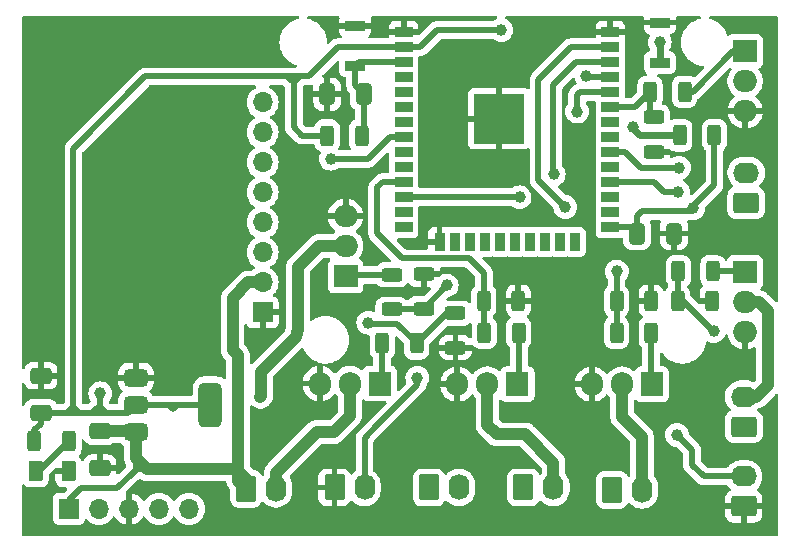
<source format=gbr>
%TF.GenerationSoftware,KiCad,Pcbnew,8.0.5-8.0.5-0~ubuntu22.04.1*%
%TF.CreationDate,2025-05-20T11:09:24+05:30*%
%TF.ProjectId,esp32_nichrome_wire,65737033-325f-46e6-9963-68726f6d655f,rev?*%
%TF.SameCoordinates,Original*%
%TF.FileFunction,Copper,L1,Top*%
%TF.FilePolarity,Positive*%
%FSLAX46Y46*%
G04 Gerber Fmt 4.6, Leading zero omitted, Abs format (unit mm)*
G04 Created by KiCad (PCBNEW 8.0.5-8.0.5-0~ubuntu22.04.1) date 2025-05-20 11:09:24*
%MOMM*%
%LPD*%
G01*
G04 APERTURE LIST*
G04 Aperture macros list*
%AMRoundRect*
0 Rectangle with rounded corners*
0 $1 Rounding radius*
0 $2 $3 $4 $5 $6 $7 $8 $9 X,Y pos of 4 corners*
0 Add a 4 corners polygon primitive as box body*
4,1,4,$2,$3,$4,$5,$6,$7,$8,$9,$2,$3,0*
0 Add four circle primitives for the rounded corners*
1,1,$1+$1,$2,$3*
1,1,$1+$1,$4,$5*
1,1,$1+$1,$6,$7*
1,1,$1+$1,$8,$9*
0 Add four rect primitives between the rounded corners*
20,1,$1+$1,$2,$3,$4,$5,0*
20,1,$1+$1,$4,$5,$6,$7,0*
20,1,$1+$1,$6,$7,$8,$9,0*
20,1,$1+$1,$8,$9,$2,$3,0*%
G04 Aperture macros list end*
%TA.AperFunction,ComponentPad*%
%ADD10RoundRect,0.250000X-0.620000X-0.845000X0.620000X-0.845000X0.620000X0.845000X-0.620000X0.845000X0*%
%TD*%
%TA.AperFunction,ComponentPad*%
%ADD11O,1.740000X2.190000*%
%TD*%
%TA.AperFunction,ComponentPad*%
%ADD12R,1.905000X2.000000*%
%TD*%
%TA.AperFunction,ComponentPad*%
%ADD13O,1.905000X2.000000*%
%TD*%
%TA.AperFunction,SMDPad,CuDef*%
%ADD14RoundRect,0.250000X-0.412500X-0.650000X0.412500X-0.650000X0.412500X0.650000X-0.412500X0.650000X0*%
%TD*%
%TA.AperFunction,SMDPad,CuDef*%
%ADD15RoundRect,0.250000X-0.312500X-0.625000X0.312500X-0.625000X0.312500X0.625000X-0.312500X0.625000X0*%
%TD*%
%TA.AperFunction,ComponentPad*%
%ADD16RoundRect,0.250000X0.845000X-0.620000X0.845000X0.620000X-0.845000X0.620000X-0.845000X-0.620000X0*%
%TD*%
%TA.AperFunction,ComponentPad*%
%ADD17O,2.190000X1.740000*%
%TD*%
%TA.AperFunction,SMDPad,CuDef*%
%ADD18RoundRect,0.250000X0.312500X0.625000X-0.312500X0.625000X-0.312500X-0.625000X0.312500X-0.625000X0*%
%TD*%
%TA.AperFunction,SMDPad,CuDef*%
%ADD19RoundRect,0.375000X-0.625000X-0.375000X0.625000X-0.375000X0.625000X0.375000X-0.625000X0.375000X0*%
%TD*%
%TA.AperFunction,SMDPad,CuDef*%
%ADD20RoundRect,0.500000X-0.500000X-1.400000X0.500000X-1.400000X0.500000X1.400000X-0.500000X1.400000X0*%
%TD*%
%TA.AperFunction,SMDPad,CuDef*%
%ADD21RoundRect,0.250000X-0.650000X0.412500X-0.650000X-0.412500X0.650000X-0.412500X0.650000X0.412500X0*%
%TD*%
%TA.AperFunction,ComponentPad*%
%ADD22R,2.000000X1.905000*%
%TD*%
%TA.AperFunction,ComponentPad*%
%ADD23O,2.000000X1.905000*%
%TD*%
%TA.AperFunction,SMDPad,CuDef*%
%ADD24RoundRect,0.250000X0.625000X-0.312500X0.625000X0.312500X-0.625000X0.312500X-0.625000X-0.312500X0*%
%TD*%
%TA.AperFunction,SMDPad,CuDef*%
%ADD25R,1.700000X0.900000*%
%TD*%
%TA.AperFunction,SMDPad,CuDef*%
%ADD26RoundRect,0.250000X-0.625000X0.312500X-0.625000X-0.312500X0.625000X-0.312500X0.625000X0.312500X0*%
%TD*%
%TA.AperFunction,SMDPad,CuDef*%
%ADD27RoundRect,0.250000X0.650000X-0.412500X0.650000X0.412500X-0.650000X0.412500X-0.650000X-0.412500X0*%
%TD*%
%TA.AperFunction,ComponentPad*%
%ADD28R,1.700000X1.700000*%
%TD*%
%TA.AperFunction,ComponentPad*%
%ADD29O,1.700000X1.700000*%
%TD*%
%TA.AperFunction,SMDPad,CuDef*%
%ADD30R,1.500000X0.900000*%
%TD*%
%TA.AperFunction,SMDPad,CuDef*%
%ADD31R,0.900000X1.500000*%
%TD*%
%TA.AperFunction,SMDPad,CuDef*%
%ADD32R,1.050000X1.050000*%
%TD*%
%TA.AperFunction,SMDPad,CuDef*%
%ADD33R,4.200000X4.200000*%
%TD*%
%TA.AperFunction,SMDPad,CuDef*%
%ADD34RoundRect,0.250000X0.375000X0.625000X-0.375000X0.625000X-0.375000X-0.625000X0.375000X-0.625000X0*%
%TD*%
%TA.AperFunction,ViaPad*%
%ADD35C,1.000000*%
%TD*%
%TA.AperFunction,Conductor*%
%ADD36C,1.000000*%
%TD*%
%TA.AperFunction,Conductor*%
%ADD37C,0.500000*%
%TD*%
%TA.AperFunction,Conductor*%
%ADD38C,0.600000*%
%TD*%
G04 APERTURE END LIST*
D10*
%TO.P,J3,1,Pin_1*%
%TO.N,+5V*%
X-69305000Y-59365000D03*
D11*
%TO.P,J3,2,Pin_2*%
%TO.N,OUT_2*%
X-66765000Y-59365000D03*
%TD*%
D12*
%TO.P,Q4,1,G*%
%TO.N,Net-(Q4-G)*%
X-46325000Y-50520000D03*
D13*
%TO.P,Q4,2,D*%
%TO.N,OUT_6*%
X-48865000Y-50520000D03*
%TO.P,Q4,3,S*%
%TO.N,GNDREF*%
X-51405000Y-50520000D03*
%TD*%
D14*
%TO.P,C2,1*%
%TO.N,Net-(SW2A-A)*%
X-36190000Y-37765000D03*
%TO.P,C2,2*%
%TO.N,GNDREF*%
X-33065000Y-37765000D03*
%TD*%
D10*
%TO.P,J9,1,Pin_1*%
%TO.N,GNDREF*%
X-61805000Y-59265000D03*
D11*
%TO.P,J9,2,Pin_2*%
%TO.N,EXTRA_2*%
X-59265000Y-59265000D03*
%TD*%
D15*
%TO.P,R7,1*%
%TO.N,WIRE_5*%
X-37927500Y-46165000D03*
%TO.P,R7,2*%
%TO.N,Net-(Q3-G)*%
X-35002500Y-46165000D03*
%TD*%
D16*
%TO.P,J5,1,Pin_1*%
%TO.N,+5V*%
X-27145000Y-54105000D03*
D17*
%TO.P,J5,2,Pin_2*%
%TO.N,OUT_4*%
X-27145000Y-51565000D03*
%TD*%
D18*
%TO.P,R4,1*%
%TO.N,GNDREF*%
X-29840000Y-43465000D03*
%TO.P,R4,2*%
%TO.N,WIRE_4*%
X-32765000Y-43465000D03*
%TD*%
D19*
%TO.P,U2,1,ADJ*%
%TO.N,GNDREF*%
X-78615000Y-49965000D03*
%TO.P,U2,2,VO*%
%TO.N,+3V3*%
X-78615000Y-52265000D03*
D20*
X-72315000Y-52265000D03*
D19*
%TO.P,U2,3,VI*%
%TO.N,+5V*%
X-78615000Y-54565000D03*
%TD*%
D12*
%TO.P,Q6,1,G*%
%TO.N,Net-(Q6-G)*%
X-57965000Y-50465000D03*
D13*
%TO.P,Q6,2,D*%
%TO.N,OUT_2*%
X-60505000Y-50465000D03*
%TO.P,Q6,3,S*%
%TO.N,GNDREF*%
X-63045000Y-50465000D03*
%TD*%
D15*
%TO.P,R15,1*%
%TO.N,+3V3*%
X-32562500Y-29450000D03*
%TO.P,R15,2*%
%TO.N,Net-(SW2A-A)*%
X-29637500Y-29450000D03*
%TD*%
D10*
%TO.P,J7,1,Pin_1*%
%TO.N,+5V*%
X-45805000Y-59265000D03*
D11*
%TO.P,J7,2,Pin_2*%
%TO.N,OUT_6*%
X-43265000Y-59265000D03*
%TD*%
D21*
%TO.P,C4,1*%
%TO.N,GNDREF*%
X-86665000Y-49802500D03*
%TO.P,C4,2*%
%TO.N,+3V3*%
X-86665000Y-52927500D03*
%TD*%
D15*
%TO.P,R9,1*%
%TO.N,WIRE_6*%
X-49127500Y-46165000D03*
%TO.P,R9,2*%
%TO.N,Net-(Q4-G)*%
X-46202500Y-46165000D03*
%TD*%
D22*
%TO.P,Q2,1,G*%
%TO.N,Net-(Q2-G)*%
X-27045000Y-41025000D03*
D23*
%TO.P,Q2,2,D*%
%TO.N,OUT_4*%
X-27045000Y-43565000D03*
%TO.P,Q2,3,S*%
%TO.N,GNDREF*%
X-27045000Y-46105000D03*
%TD*%
D18*
%TO.P,R8,1*%
%TO.N,GNDREF*%
X-46240000Y-43465000D03*
%TO.P,R8,2*%
%TO.N,WIRE_6*%
X-49165000Y-43465000D03*
%TD*%
D15*
%TO.P,R5,1*%
%TO.N,WIRE_4*%
X-32690000Y-40965000D03*
%TO.P,R5,2*%
%TO.N,Net-(Q2-G)*%
X-29765000Y-40965000D03*
%TD*%
D16*
%TO.P,J4,1,Pin_1*%
%TO.N,+5V*%
X-26945000Y-35165000D03*
D17*
%TO.P,J4,2,Pin_2*%
%TO.N,OUT_3*%
X-26945000Y-32625000D03*
%TD*%
D24*
%TO.P,R12,1*%
%TO.N,GNDREF*%
X-51565000Y-47427500D03*
%TO.P,R12,2*%
%TO.N,WIRE_2*%
X-51565000Y-44502500D03*
%TD*%
D25*
%TO.P,SW2,1,A*%
%TO.N,Net-(SW2A-A)*%
X-34265000Y-23300000D03*
%TO.P,SW2,2,B*%
%TO.N,GNDREF*%
X-34265000Y-19900000D03*
%TD*%
D26*
%TO.P,R10,1*%
%TO.N,GNDREF*%
X-54265000Y-41202500D03*
%TO.P,R10,2*%
%TO.N,WIRE_1*%
X-54265000Y-44127500D03*
%TD*%
D22*
%TO.P,Q5,1,G*%
%TO.N,Net-(Q5-G)*%
X-60865000Y-41365000D03*
D23*
%TO.P,Q5,2,D*%
%TO.N,OUT_1*%
X-60865000Y-38825000D03*
%TO.P,Q5,3,S*%
%TO.N,GNDREF*%
X-60865000Y-36285000D03*
%TD*%
D25*
%TO.P,SW1,1,A*%
%TO.N,GNDREF*%
X-60065000Y-20165000D03*
%TO.P,SW1,2,B*%
%TO.N,Net-(SW1A-B)*%
X-60065000Y-23565000D03*
%TD*%
D15*
%TO.P,R14,1*%
%TO.N,+3V3*%
X-87215000Y-55365000D03*
%TO.P,R14,2*%
%TO.N,Net-(D1-A)*%
X-84290000Y-55365000D03*
%TD*%
D27*
%TO.P,C3,1*%
%TO.N,GNDREF*%
X-81665000Y-57627500D03*
%TO.P,C3,2*%
%TO.N,+5V*%
X-81665000Y-54502500D03*
%TD*%
D10*
%TO.P,J2,1,Pin_1*%
%TO.N,+5V*%
X-53805000Y-59265000D03*
D11*
%TO.P,J2,2,Pin_2*%
%TO.N,OUT_1*%
X-51265000Y-59265000D03*
%TD*%
D15*
%TO.P,R2,1*%
%TO.N,WIRE_3*%
X-35090000Y-25765000D03*
%TO.P,R2,2*%
%TO.N,Net-(Q1-G)*%
X-32165000Y-25765000D03*
%TD*%
D12*
%TO.P,Q3,1,G*%
%TO.N,Net-(Q3-G)*%
X-34925000Y-50520000D03*
D13*
%TO.P,Q3,2,D*%
%TO.N,OUT_5*%
X-37465000Y-50520000D03*
%TO.P,Q3,3,S*%
%TO.N,GNDREF*%
X-40005000Y-50520000D03*
%TD*%
D24*
%TO.P,R11,1*%
%TO.N,WIRE_1*%
X-56965000Y-44190000D03*
%TO.P,R11,2*%
%TO.N,Net-(Q5-G)*%
X-56965000Y-41265000D03*
%TD*%
D15*
%TO.P,R1,1*%
%TO.N,+3V3*%
X-62427500Y-29465000D03*
%TO.P,R1,2*%
%TO.N,Net-(SW1A-B)*%
X-59502500Y-29465000D03*
%TD*%
D18*
%TO.P,R6,1*%
%TO.N,GNDREF*%
X-35002500Y-43465000D03*
%TO.P,R6,2*%
%TO.N,WIRE_5*%
X-37927500Y-43465000D03*
%TD*%
D10*
%TO.P,J6,1,Pin_1*%
%TO.N,+5V*%
X-38305000Y-59465000D03*
D11*
%TO.P,J6,2,Pin_2*%
%TO.N,OUT_5*%
X-35765000Y-59465000D03*
%TD*%
D24*
%TO.P,R3,1*%
%TO.N,GNDREF*%
X-34765000Y-30827500D03*
%TO.P,R3,2*%
%TO.N,WIRE_3*%
X-34765000Y-27902500D03*
%TD*%
D16*
%TO.P,J8,1,Pin_1*%
%TO.N,GNDREF*%
X-27165000Y-60865000D03*
D17*
%TO.P,J8,2,Pin_2*%
%TO.N,EXTRA_1*%
X-27165000Y-58325000D03*
%TD*%
D28*
%TO.P,U3,1,GND*%
%TO.N,GNDREF*%
X-67895000Y-44440000D03*
D29*
%TO.P,U3,2,VBUS*%
%TO.N,+5V*%
X-67895000Y-41900000D03*
%TO.P,U3,3,SVD2*%
%TO.N,unconnected-(U3-SVD2-Pad3)*%
X-67895000Y-39360000D03*
%TO.P,U3,4,CC1*%
%TO.N,unconnected-(U3-CC1-Pad4)*%
X-67895000Y-36820000D03*
%TO.P,U3,5,D-*%
%TO.N,unconnected-(U3-D--Pad5)*%
X-67895000Y-34280000D03*
%TO.P,U3,6,D+*%
%TO.N,unconnected-(U3-D+-Pad6)*%
X-67895000Y-31740000D03*
%TO.P,U3,7,SVD1*%
%TO.N,unconnected-(U3-SVD1-Pad7)*%
X-67895000Y-29200000D03*
%TO.P,U3,8,CC2*%
%TO.N,unconnected-(U3-CC2-Pad8)*%
X-67895000Y-26660000D03*
%TD*%
D22*
%TO.P,Q1,1,G*%
%TO.N,Net-(Q1-G)*%
X-27045000Y-22325000D03*
D23*
%TO.P,Q1,2,D*%
%TO.N,OUT_3*%
X-27045000Y-24865000D03*
%TO.P,Q1,3,S*%
%TO.N,GNDREF*%
X-27045000Y-27405000D03*
%TD*%
D28*
%TO.P,J1,1,Pin_1*%
%TO.N,+5V*%
X-84285000Y-61065000D03*
D29*
%TO.P,J1,2,Pin_2*%
%TO.N,+3V3*%
X-81745000Y-61065000D03*
%TO.P,J1,3,Pin_3*%
%TO.N,GNDREF*%
X-79205000Y-61065000D03*
%TO.P,J1,4,Pin_4*%
%TO.N,UART0_TX*%
X-76665000Y-61065000D03*
%TO.P,J1,5,Pin_5*%
%TO.N,UART0_RX*%
X-74125000Y-61065000D03*
%TD*%
D14*
%TO.P,C1,1*%
%TO.N,GNDREF*%
X-62427500Y-25965000D03*
%TO.P,C1,2*%
%TO.N,Net-(SW1A-B)*%
X-59302500Y-25965000D03*
%TD*%
D30*
%TO.P,U1,1,GND*%
%TO.N,GNDREF*%
X-55955000Y-20705000D03*
%TO.P,U1,2,VDD*%
%TO.N,+3V3*%
X-55955000Y-21975000D03*
%TO.P,U1,3,EN*%
%TO.N,Net-(SW1A-B)*%
X-55955000Y-23245000D03*
%TO.P,U1,4,SENSOR_VP*%
%TO.N,unconnected-(U1-SENSOR_VP-Pad4)*%
X-55955000Y-24515000D03*
%TO.P,U1,5,SENSOR_VN*%
%TO.N,unconnected-(U1-SENSOR_VN-Pad5)*%
X-55955000Y-25785000D03*
%TO.P,U1,6,IO34*%
%TO.N,unconnected-(U1-IO34-Pad6)*%
X-55955000Y-27055000D03*
%TO.P,U1,7,IO35*%
%TO.N,unconnected-(U1-IO35-Pad7)*%
X-55955000Y-28325000D03*
%TO.P,U1,8,IO32*%
%TO.N,EXTRA_2*%
X-55955000Y-29595000D03*
%TO.P,U1,9,IO33*%
%TO.N,unconnected-(U1-IO33-Pad9)*%
X-55955000Y-30865000D03*
%TO.P,U1,10,IO25*%
%TO.N,WIRE_7*%
X-55955000Y-32135000D03*
%TO.P,U1,11,IO26*%
%TO.N,WIRE_6*%
X-55955000Y-33405000D03*
%TO.P,U1,12,IO27*%
%TO.N,EXTRA_1*%
X-55955000Y-34675000D03*
%TO.P,U1,13,IO14*%
%TO.N,unconnected-(U1-IO14-Pad13)*%
X-55955000Y-35945000D03*
%TO.P,U1,14,IO12*%
%TO.N,unconnected-(U1-IO12-Pad14)*%
X-55955000Y-37215000D03*
D31*
%TO.P,U1,15,GND*%
%TO.N,GNDREF*%
X-52915000Y-38465000D03*
%TO.P,U1,16,IO13*%
%TO.N,unconnected-(U1-IO13-Pad16)*%
X-51645000Y-38465000D03*
%TO.P,U1,17,SHD/SD2*%
%TO.N,unconnected-(U1-SHD{slash}SD2-Pad17)*%
X-50375000Y-38465000D03*
%TO.P,U1,18,SWP/SD3*%
%TO.N,unconnected-(U1-SWP{slash}SD3-Pad18)*%
X-49105000Y-38465000D03*
%TO.P,U1,19,SCS/CMD*%
%TO.N,unconnected-(U1-SCS{slash}CMD-Pad19)*%
X-47835000Y-38465000D03*
%TO.P,U1,20,SCK/CLK*%
%TO.N,unconnected-(U1-SCK{slash}CLK-Pad20)*%
X-46565000Y-38465000D03*
%TO.P,U1,21,SDO/SD0*%
%TO.N,unconnected-(U1-SDO{slash}SD0-Pad21)*%
X-45295000Y-38465000D03*
%TO.P,U1,22,SDI/SD1*%
%TO.N,unconnected-(U1-SDI{slash}SD1-Pad22)*%
X-44025000Y-38465000D03*
%TO.P,U1,23,IO15*%
%TO.N,unconnected-(U1-IO15-Pad23)*%
X-42755000Y-38465000D03*
%TO.P,U1,24,IO2*%
%TO.N,unconnected-(U1-IO2-Pad24)*%
X-41485000Y-38465000D03*
D30*
%TO.P,U1,25,IO0*%
%TO.N,Net-(SW2A-A)*%
X-38455000Y-37215000D03*
%TO.P,U1,26,IO4*%
%TO.N,unconnected-(U1-IO4-Pad26)*%
X-38455000Y-35945000D03*
%TO.P,U1,27,IO16*%
%TO.N,unconnected-(U1-IO16-Pad27)*%
X-38455000Y-34675000D03*
%TO.P,U1,28,IO17*%
%TO.N,WIRE_1*%
X-38455000Y-33405000D03*
%TO.P,U1,29,IO5*%
%TO.N,unconnected-(U1-IO5-Pad29)*%
X-38455000Y-32135000D03*
%TO.P,U1,30,IO18*%
%TO.N,WIRE_2*%
X-38455000Y-30865000D03*
%TO.P,U1,31,IO19*%
%TO.N,unconnected-(U1-IO19-Pad31)*%
X-38455000Y-29595000D03*
%TO.P,U1,32,NC*%
%TO.N,unconnected-(U1-NC-Pad32)*%
X-38455000Y-28325000D03*
%TO.P,U1,33,IO21*%
%TO.N,WIRE_3*%
X-38455000Y-27055000D03*
%TO.P,U1,34,RXD0/IO3*%
%TO.N,UART0_RX*%
X-38455000Y-25785000D03*
%TO.P,U1,35,TXD0/IO1*%
%TO.N,UART0_TX*%
X-38455000Y-24515000D03*
%TO.P,U1,36,IO22*%
%TO.N,WIRE_4*%
X-38455000Y-23245000D03*
%TO.P,U1,37,IO23*%
%TO.N,WIRE_5*%
X-38455000Y-21975000D03*
%TO.P,U1,38,GND*%
%TO.N,GNDREF*%
X-38455000Y-20705000D03*
D32*
%TO.P,U1,39,GND*%
X-49410000Y-26520000D03*
X-49410000Y-28045000D03*
X-49410000Y-29570000D03*
X-47885000Y-26520000D03*
X-47885000Y-28045000D03*
D33*
X-47885000Y-28045000D03*
D32*
X-47885000Y-29570000D03*
X-46360000Y-26520000D03*
X-46360000Y-28045000D03*
X-46360000Y-29570000D03*
%TD*%
D18*
%TO.P,R13,1*%
%TO.N,WIRE_2*%
X-54840000Y-47065000D03*
%TO.P,R13,2*%
%TO.N,Net-(Q6-G)*%
X-57765000Y-47065000D03*
%TD*%
D34*
%TO.P,D1,1,K*%
%TO.N,GNDREF*%
X-84315000Y-57890000D03*
%TO.P,D1,2,A*%
%TO.N,Net-(D1-A)*%
X-87115000Y-57890000D03*
%TD*%
D35*
%TO.N,WIRE_5*%
X-37900000Y-40975000D03*
X-42275000Y-35525000D03*
%TO.N,GNDREF*%
X-51765000Y-30065000D03*
X-69665000Y-21140000D03*
X-58815000Y-42665000D03*
X-57725000Y-20225000D03*
X-86890000Y-46015000D03*
X-78965000Y-46790000D03*
X-65190000Y-31690000D03*
%TO.N,Net-(SW2A-A)*%
X-31415000Y-35640000D03*
X-34265000Y-21575000D03*
%TO.N,+3V3*%
X-47700000Y-20525000D03*
X-81640000Y-51290000D03*
X-36500000Y-28725000D03*
%TO.N,UART0_RX*%
X-41265000Y-27440000D03*
%TO.N,UART0_TX*%
X-40490000Y-24390000D03*
%TO.N,OUT_1*%
X-68090000Y-51515000D03*
%TO.N,EXTRA_1*%
X-32815000Y-54815000D03*
X-46140000Y-34690000D03*
%TO.N,EXTRA_2*%
X-62115000Y-31440000D03*
X-54790000Y-49965000D03*
%TO.N,WIRE_4*%
X-43240000Y-32765000D03*
X-29700000Y-46025000D03*
%TO.N,WIRE_1*%
X-32690000Y-34240000D03*
X-52296250Y-42158750D03*
%TO.N,WIRE_2*%
X-58940000Y-45315000D03*
X-32640000Y-32190000D03*
%TD*%
D36*
%TO.N,+5V*%
X-69305000Y-59365000D02*
X-69975000Y-58695000D01*
X-69975000Y-58695000D02*
X-69975000Y-48080000D01*
X-69975000Y-48080000D02*
X-70440000Y-47615000D01*
X-70440000Y-47615000D02*
X-70440000Y-43242919D01*
X-70440000Y-43242919D02*
X-69097081Y-41900000D01*
X-69097081Y-41900000D02*
X-67895000Y-41900000D01*
D37*
%TO.N,WIRE_2*%
X-54840000Y-47065000D02*
X-56480000Y-45425000D01*
X-56480000Y-45425000D02*
X-58830000Y-45425000D01*
X-58830000Y-45425000D02*
X-58940000Y-45315000D01*
%TO.N,WIRE_6*%
X-55955000Y-33405000D02*
X-57730000Y-33405000D01*
X-58190000Y-33865000D02*
X-58190000Y-37760000D01*
X-57730000Y-33405000D02*
X-58190000Y-33865000D01*
X-58190000Y-37760000D02*
X-56075000Y-39875000D01*
X-56075000Y-39875000D02*
X-50400000Y-39875000D01*
X-49165000Y-41110000D02*
X-49165000Y-43465000D01*
X-50400000Y-39875000D02*
X-49165000Y-41110000D01*
D38*
%TO.N,Net-(SW2A-A)*%
X-34265000Y-23300000D02*
X-34265000Y-21575000D01*
D37*
%TO.N,WIRE_5*%
X-44540000Y-33235000D02*
X-42275000Y-35500000D01*
X-42275000Y-35500000D02*
X-42275000Y-35525000D01*
X-37927500Y-43465000D02*
X-37927500Y-41002500D01*
X-37927500Y-41002500D02*
X-37900000Y-40975000D01*
X-38455000Y-21975000D02*
X-41775000Y-21975000D01*
X-41775000Y-21975000D02*
X-44540000Y-24740000D01*
X-44540000Y-24740000D02*
X-44540000Y-33235000D01*
%TO.N,Net-(SW1A-B)*%
X-55955000Y-23245000D02*
X-59745000Y-23245000D01*
X-59302500Y-29265000D02*
X-59502500Y-29465000D01*
X-60065000Y-23565000D02*
X-60065000Y-25202500D01*
X-59302500Y-25965000D02*
X-59302500Y-29265000D01*
X-60065000Y-25202500D02*
X-59302500Y-25965000D01*
X-59745000Y-23245000D02*
X-60065000Y-23565000D01*
%TO.N,Net-(SW2A-A)*%
X-31415000Y-35640000D02*
X-31415000Y-35440000D01*
X-36740000Y-37215000D02*
X-36190000Y-37765000D01*
X-36190000Y-37765000D02*
X-36190000Y-36315000D01*
X-38455000Y-37215000D02*
X-36740000Y-37215000D01*
X-35765000Y-35890000D02*
X-31665000Y-35890000D01*
X-36190000Y-36315000D02*
X-35765000Y-35890000D01*
X-29637500Y-33662500D02*
X-29637500Y-29450000D01*
X-31665000Y-35890000D02*
X-31415000Y-35640000D01*
X-31415000Y-35440000D02*
X-29637500Y-33662500D01*
D36*
%TO.N,+5V*%
X-78677500Y-54502500D02*
X-78615000Y-54565000D01*
D37*
X-78590000Y-56790000D02*
X-78615000Y-56765000D01*
D36*
X-81665000Y-54502500D02*
X-78677500Y-54502500D01*
D37*
X-78890000Y-58015000D02*
X-78127500Y-57252500D01*
X-80190000Y-59315000D02*
X-78890000Y-58015000D01*
D36*
X-78615000Y-54565000D02*
X-78615000Y-56765000D01*
D37*
X-83240000Y-59315000D02*
X-80190000Y-59315000D01*
X-78590000Y-57715000D02*
X-78590000Y-56790000D01*
X-78590000Y-57715000D02*
X-77665000Y-57715000D01*
X-84285000Y-60360000D02*
X-83240000Y-59315000D01*
X-84285000Y-61065000D02*
X-84285000Y-60360000D01*
D36*
X-70140000Y-57715000D02*
X-69305000Y-58550000D01*
D37*
X-78890000Y-58015000D02*
X-78590000Y-57715000D01*
D36*
X-69305000Y-58550000D02*
X-69305000Y-59365000D01*
X-77665000Y-57715000D02*
X-70140000Y-57715000D01*
X-78615000Y-56765000D02*
X-78127500Y-57252500D01*
X-78127500Y-57252500D02*
X-77665000Y-57715000D01*
D37*
%TO.N,+3V3*%
X-65118193Y-24865000D02*
X-64715000Y-24461807D01*
X-84440000Y-52927500D02*
X-83740000Y-52927500D01*
X-81165000Y-52927500D02*
X-79277500Y-52927500D01*
X-84415000Y-52927500D02*
X-84440000Y-52927500D01*
X-83915000Y-52427500D02*
X-84415000Y-52927500D01*
D38*
X-35975000Y-29450000D02*
X-36425000Y-29000000D01*
D37*
X-65265000Y-24461807D02*
X-65840000Y-24461807D01*
X-75815000Y-52265000D02*
X-75465000Y-52265000D01*
X-86665000Y-53890000D02*
X-87215000Y-54440000D01*
X-83915000Y-30565000D02*
X-83915000Y-52240000D01*
X-65436807Y-24865000D02*
X-65840000Y-24461807D01*
X-83740000Y-52927500D02*
X-83415000Y-52927500D01*
X-65265000Y-24865000D02*
X-65265000Y-24461807D01*
X-53150000Y-20550000D02*
X-47600000Y-20550000D01*
X-75140000Y-52265000D02*
X-75090000Y-52265000D01*
X-81640000Y-52515000D02*
X-81640000Y-52852500D01*
X-75465000Y-52590000D02*
X-75465000Y-52265000D01*
X-65265000Y-24865000D02*
X-65436807Y-24865000D01*
X-81927500Y-52515000D02*
X-82340000Y-52927500D01*
X-81640000Y-52515000D02*
X-81927500Y-52515000D01*
X-65265000Y-24865000D02*
X-65118193Y-24865000D01*
X-61500000Y-21975000D02*
X-63986807Y-24461807D01*
X-55955000Y-21975000D02*
X-54575000Y-21975000D01*
X-62427500Y-29465000D02*
X-64565000Y-29465000D01*
X-54575000Y-21975000D02*
X-53325000Y-20725000D01*
X-75465000Y-52265000D02*
X-75090000Y-52265000D01*
X-75790000Y-52265000D02*
X-75815000Y-52265000D01*
X-78615000Y-52265000D02*
X-75815000Y-52265000D01*
X-65840000Y-24461807D02*
X-77811807Y-24461807D01*
X-81640000Y-52515000D02*
X-81577500Y-52515000D01*
D38*
X-32562500Y-29450000D02*
X-35975000Y-29450000D01*
D37*
X-75090000Y-52265000D02*
X-72315000Y-52265000D01*
X-83915000Y-52427500D02*
X-83415000Y-52927500D01*
X-82340000Y-52927500D02*
X-81715000Y-52927500D01*
X-75465000Y-52590000D02*
X-75140000Y-52265000D01*
X-79277500Y-52927500D02*
X-78615000Y-52265000D01*
X-81640000Y-52852500D02*
X-81715000Y-52927500D01*
X-77811807Y-24461807D02*
X-83915000Y-30565000D01*
X-83915000Y-52240000D02*
X-83915000Y-52752500D01*
X-83415000Y-52927500D02*
X-82340000Y-52927500D01*
X-55955000Y-21975000D02*
X-61500000Y-21975000D01*
X-63986807Y-24461807D02*
X-64715000Y-24461807D01*
X-65265000Y-28765000D02*
X-65265000Y-24865000D01*
X-81715000Y-52927500D02*
X-81165000Y-52927500D01*
X-64565000Y-29465000D02*
X-65265000Y-28765000D01*
X-64715000Y-24461807D02*
X-65265000Y-24461807D01*
X-86665000Y-52927500D02*
X-86665000Y-53890000D01*
X-75465000Y-52590000D02*
X-75790000Y-52265000D01*
X-81640000Y-51290000D02*
X-81640000Y-52515000D01*
X-83915000Y-52240000D02*
X-83915000Y-52427500D01*
X-81577500Y-52515000D02*
X-81165000Y-52927500D01*
X-87215000Y-54440000D02*
X-87215000Y-55365000D01*
X-83915000Y-52752500D02*
X-83740000Y-52927500D01*
X-53325000Y-20725000D02*
X-53150000Y-20550000D01*
X-86665000Y-52927500D02*
X-84440000Y-52927500D01*
%TO.N,UART0_RX*%
X-41035000Y-25785000D02*
X-41265000Y-26015000D01*
X-38455000Y-25785000D02*
X-41035000Y-25785000D01*
X-41265000Y-26015000D02*
X-41265000Y-27440000D01*
%TO.N,UART0_TX*%
X-40365000Y-24515000D02*
X-40490000Y-24390000D01*
X-38455000Y-24515000D02*
X-40365000Y-24515000D01*
D36*
%TO.N,OUT_1*%
X-64165000Y-39865000D02*
X-64902525Y-40602525D01*
X-63125000Y-38825000D02*
X-64165000Y-39865000D01*
X-68015000Y-49990000D02*
X-68015000Y-51515000D01*
X-68015000Y-49456784D02*
X-68015000Y-49990000D01*
X-64902525Y-40602525D02*
X-64902525Y-45867041D01*
X-68015000Y-51515000D02*
X-68090000Y-51590000D01*
X-64902525Y-45867041D02*
X-64999178Y-46148583D01*
X-65057740Y-46499524D02*
X-68015000Y-49456784D01*
X-64999178Y-46148583D02*
X-65057740Y-46499524D01*
X-60865000Y-38825000D02*
X-63125000Y-38825000D01*
%TO.N,OUT_2*%
X-61840000Y-54565000D02*
X-63315000Y-54565000D01*
X-63315000Y-54565000D02*
X-66765000Y-58015000D01*
X-60505000Y-50465000D02*
X-60505000Y-53230000D01*
X-60505000Y-53230000D02*
X-61840000Y-54565000D01*
X-66765000Y-58015000D02*
X-66765000Y-59365000D01*
%TO.N,OUT_4*%
X-26090000Y-51565000D02*
X-27145000Y-51565000D01*
X-27045000Y-43565000D02*
X-25865000Y-43565000D01*
X-25140000Y-50615000D02*
X-26090000Y-51565000D01*
X-25140000Y-44290000D02*
X-25140000Y-50615000D01*
X-25865000Y-43565000D02*
X-25140000Y-44290000D01*
%TO.N,OUT_5*%
X-37465000Y-50520000D02*
X-37465000Y-53290000D01*
X-35765000Y-54990000D02*
X-35765000Y-59465000D01*
X-37465000Y-53290000D02*
X-35765000Y-54990000D01*
%TO.N,OUT_6*%
X-48065000Y-54765000D02*
X-45670000Y-54765000D01*
X-48865000Y-53965000D02*
X-48065000Y-54765000D01*
X-45670000Y-54765000D02*
X-43265000Y-57170000D01*
X-43265000Y-57170000D02*
X-43265000Y-59265000D01*
X-48865000Y-50520000D02*
X-48865000Y-53965000D01*
D37*
%TO.N,EXTRA_1*%
X-46155000Y-34675000D02*
X-46140000Y-34690000D01*
X-31540000Y-56090000D02*
X-32790000Y-54840000D01*
X-27165000Y-58325000D02*
X-30555000Y-58325000D01*
X-55955000Y-34675000D02*
X-46155000Y-34675000D01*
X-30555000Y-58325000D02*
X-31540000Y-57340000D01*
X-31540000Y-57340000D02*
X-31540000Y-56090000D01*
%TO.N,EXTRA_2*%
X-57120000Y-29595000D02*
X-58965000Y-31440000D01*
X-55955000Y-29595000D02*
X-57120000Y-29595000D01*
X-54790000Y-50590000D02*
X-54790000Y-49990000D01*
X-58965000Y-31440000D02*
X-62115000Y-31440000D01*
X-59265000Y-59265000D02*
X-59265000Y-55065000D01*
X-58215000Y-54015000D02*
X-54790000Y-50590000D01*
X-59265000Y-55065000D02*
X-58215000Y-54015000D01*
%TO.N,Net-(Q1-G)*%
X-31471385Y-25765000D02*
X-28031385Y-22325000D01*
X-28031385Y-22325000D02*
X-27045000Y-22325000D01*
X-32165000Y-25765000D02*
X-31471385Y-25765000D01*
%TO.N,Net-(Q2-G)*%
X-27105000Y-40965000D02*
X-27045000Y-41025000D01*
X-29765000Y-40965000D02*
X-27105000Y-40965000D01*
%TO.N,Net-(Q3-G)*%
X-35002500Y-46165000D02*
X-35002500Y-50442500D01*
X-35002500Y-50442500D02*
X-34925000Y-50520000D01*
%TO.N,Net-(Q4-G)*%
X-46202500Y-46165000D02*
X-46202500Y-50397500D01*
X-46202500Y-50397500D02*
X-46325000Y-50520000D01*
%TO.N,Net-(Q5-G)*%
X-56965000Y-41265000D02*
X-60765000Y-41265000D01*
X-60765000Y-41265000D02*
X-60865000Y-41365000D01*
%TO.N,Net-(Q6-G)*%
X-57765000Y-50265000D02*
X-57965000Y-50465000D01*
X-57765000Y-47065000D02*
X-57765000Y-50265000D01*
%TO.N,WIRE_3*%
X-36380000Y-27055000D02*
X-35090000Y-25765000D01*
X-35090000Y-25765000D02*
X-35090000Y-27577500D01*
X-38455000Y-27055000D02*
X-36380000Y-27055000D01*
X-35090000Y-27577500D02*
X-34765000Y-27902500D01*
%TO.N,WIRE_4*%
X-43240000Y-32765000D02*
X-43265000Y-32740000D01*
X-43265000Y-25165000D02*
X-41345000Y-23245000D01*
X-32690000Y-43390000D02*
X-32765000Y-43465000D01*
X-43265000Y-32740000D02*
X-43265000Y-25165000D01*
X-29665000Y-46065000D02*
X-32265000Y-43465000D01*
X-32690000Y-40965000D02*
X-32690000Y-43390000D01*
X-32265000Y-43465000D02*
X-32765000Y-43465000D01*
X-41345000Y-23245000D02*
X-38455000Y-23245000D01*
%TO.N,WIRE_5*%
X-37927500Y-43465000D02*
X-37927500Y-46165000D01*
%TO.N,WIRE_6*%
X-49165000Y-43465000D02*
X-49165000Y-46127500D01*
X-49165000Y-46127500D02*
X-49127500Y-46165000D01*
%TO.N,WIRE_1*%
X-56902500Y-44127500D02*
X-56965000Y-44190000D01*
X-38455000Y-33405000D02*
X-34725000Y-33405000D01*
X-34725000Y-33405000D02*
X-33915000Y-34215000D01*
X-54265000Y-44127500D02*
X-52296250Y-42158750D01*
X-54265000Y-44127500D02*
X-56902500Y-44127500D01*
X-33915000Y-34215000D02*
X-32765000Y-34215000D01*
X-32765000Y-34215000D02*
X-32740000Y-34190000D01*
%TO.N,WIRE_2*%
X-37205000Y-30865000D02*
X-38455000Y-30865000D01*
X-51565000Y-44502500D02*
X-52277500Y-44502500D01*
X-52277500Y-44502500D02*
X-54840000Y-47065000D01*
X-35890000Y-32180000D02*
X-37205000Y-30865000D01*
X-32650000Y-32180000D02*
X-35890000Y-32180000D01*
X-32640000Y-32190000D02*
X-32650000Y-32180000D01*
%TO.N,Net-(D1-A)*%
X-86815000Y-57890000D02*
X-84290000Y-55365000D01*
X-87115000Y-57890000D02*
X-86815000Y-57890000D01*
%TD*%
%TA.AperFunction,Conductor*%
%TO.N,GNDREF*%
G36*
X-35671961Y-19385185D02*
G01*
X-35626206Y-19437989D01*
X-35615000Y-19489500D01*
X-35615000Y-19650000D01*
X-32915000Y-19650000D01*
X-32915000Y-19489500D01*
X-32895315Y-19422461D01*
X-32842511Y-19376706D01*
X-32791000Y-19365500D01*
X-30918660Y-19365500D01*
X-30851621Y-19385185D01*
X-30805866Y-19437989D01*
X-30795922Y-19507147D01*
X-30824947Y-19570703D01*
X-30883725Y-19608477D01*
X-30892302Y-19610666D01*
X-31030037Y-19640628D01*
X-31030043Y-19640630D01*
X-31030046Y-19640631D01*
X-31159969Y-19689090D01*
X-31298166Y-19740635D01*
X-31549309Y-19877770D01*
X-31549317Y-19877775D01*
X-31778387Y-20049254D01*
X-31778405Y-20049270D01*
X-31980729Y-20251594D01*
X-31980745Y-20251612D01*
X-32152224Y-20480682D01*
X-32152229Y-20480690D01*
X-32284201Y-20722379D01*
X-32289367Y-20731839D01*
X-32389369Y-20999954D01*
X-32389370Y-20999960D01*
X-32389371Y-20999962D01*
X-32446454Y-21262372D01*
X-32450196Y-21279572D01*
X-32460062Y-21417517D01*
X-32470610Y-21564998D01*
X-32470610Y-21565001D01*
X-32470598Y-21565162D01*
X-32450196Y-21850428D01*
X-32389369Y-22130046D01*
X-32289367Y-22398161D01*
X-32152226Y-22649315D01*
X-31980739Y-22878395D01*
X-31778395Y-23080739D01*
X-31549315Y-23252226D01*
X-31298166Y-23389364D01*
X-31298165Y-23389364D01*
X-31298161Y-23389367D01*
X-31030046Y-23489369D01*
X-30750428Y-23550196D01*
X-30617642Y-23559692D01*
X-30552180Y-23584108D01*
X-30510308Y-23640042D01*
X-30505324Y-23709733D01*
X-30538806Y-23771054D01*
X-30934852Y-24167099D01*
X-31271959Y-24504206D01*
X-31333282Y-24537691D01*
X-31402974Y-24532707D01*
X-31424735Y-24522065D01*
X-31533161Y-24455188D01*
X-31533168Y-24455185D01*
X-31617170Y-24427349D01*
X-31699703Y-24400001D01*
X-31699704Y-24400000D01*
X-31802489Y-24389500D01*
X-32527501Y-24389500D01*
X-32527519Y-24389501D01*
X-32630296Y-24400000D01*
X-32630299Y-24400001D01*
X-32796831Y-24455185D01*
X-32796836Y-24455187D01*
X-32837126Y-24480038D01*
X-32946156Y-24547288D01*
X-33070212Y-24671344D01*
X-33162314Y-24820666D01*
X-33217499Y-24987203D01*
X-33228000Y-25089991D01*
X-33227999Y-26440008D01*
X-33217499Y-26542797D01*
X-33162314Y-26709334D01*
X-33070212Y-26858656D01*
X-32946156Y-26982712D01*
X-32796834Y-27074814D01*
X-32630297Y-27129999D01*
X-32527509Y-27140500D01*
X-31802492Y-27140499D01*
X-31802484Y-27140498D01*
X-31802480Y-27140498D01*
X-31699703Y-27129999D01*
X-31699700Y-27129998D01*
X-31533166Y-27074814D01*
X-31383844Y-26982712D01*
X-31259788Y-26858656D01*
X-31167686Y-26709334D01*
X-31112501Y-26542797D01*
X-31112500Y-26542794D01*
X-31105826Y-26477465D01*
X-31079429Y-26412773D01*
X-31051359Y-26386966D01*
X-30992969Y-26347952D01*
X-30992967Y-26347950D01*
X-30992964Y-26347948D01*
X-30992963Y-26347947D01*
X-28401207Y-23756189D01*
X-28339884Y-23722704D01*
X-28270198Y-23727685D01*
X-28259462Y-23731690D01*
X-28203528Y-23773558D01*
X-28179108Y-23839021D01*
X-28193957Y-23907295D01*
X-28202465Y-23920746D01*
X-28335217Y-24103462D01*
X-28415784Y-24261584D01*
X-28439049Y-24307244D01*
X-28509721Y-24524750D01*
X-28509721Y-24524751D01*
X-28509722Y-24524755D01*
X-28545500Y-24750646D01*
X-28545500Y-24979354D01*
X-28509722Y-25205245D01*
X-28509721Y-25205248D01*
X-28509721Y-25205249D01*
X-28480443Y-25295357D01*
X-28439048Y-25422758D01*
X-28335217Y-25626538D01*
X-28200786Y-25811566D01*
X-28039066Y-25973286D01*
X-27954134Y-26034992D01*
X-27911470Y-26090319D01*
X-27905491Y-26159932D01*
X-27938096Y-26221727D01*
X-27954135Y-26235626D01*
X-28038741Y-26297097D01*
X-28038742Y-26297097D01*
X-28200402Y-26458757D01*
X-28334788Y-26643723D01*
X-28438582Y-26847429D01*
X-28509234Y-27064871D01*
X-28523509Y-27155000D01*
X-27535748Y-27155000D01*
X-27557518Y-27192708D01*
X-27595000Y-27332591D01*
X-27595000Y-27477409D01*
X-27557518Y-27617292D01*
X-27535748Y-27655000D01*
X-28523509Y-27655000D01*
X-28509234Y-27745128D01*
X-28438582Y-27962570D01*
X-28334788Y-28166276D01*
X-28200402Y-28351242D01*
X-28038742Y-28512902D01*
X-27853776Y-28647288D01*
X-27650070Y-28751082D01*
X-27432628Y-28821734D01*
X-27295000Y-28843531D01*
X-27295000Y-27895747D01*
X-27257292Y-27917518D01*
X-27117409Y-27955000D01*
X-26972591Y-27955000D01*
X-26832708Y-27917518D01*
X-26795000Y-27895747D01*
X-26795000Y-28843532D01*
X-26657371Y-28821734D01*
X-26439929Y-28751082D01*
X-26236223Y-28647288D01*
X-26051257Y-28512902D01*
X-25889597Y-28351242D01*
X-25755211Y-28166276D01*
X-25651417Y-27962570D01*
X-25580765Y-27745128D01*
X-25566491Y-27655000D01*
X-26554252Y-27655000D01*
X-26532482Y-27617292D01*
X-26495000Y-27477409D01*
X-26495000Y-27332591D01*
X-26532482Y-27192708D01*
X-26554252Y-27155000D01*
X-25566491Y-27155000D01*
X-25580765Y-27064871D01*
X-25651417Y-26847429D01*
X-25755211Y-26643723D01*
X-25889597Y-26458757D01*
X-26051257Y-26297097D01*
X-26135864Y-26235627D01*
X-26178529Y-26180297D01*
X-26184508Y-26110684D01*
X-26151902Y-26048889D01*
X-26135866Y-26034993D01*
X-26050934Y-25973286D01*
X-25889214Y-25811566D01*
X-25754783Y-25626538D01*
X-25723742Y-25565617D01*
X-25650950Y-25422755D01*
X-25580278Y-25205249D01*
X-25580278Y-25205246D01*
X-25549811Y-25012883D01*
X-25544500Y-24979354D01*
X-25544500Y-24750646D01*
X-25548991Y-24722289D01*
X-25580278Y-24524753D01*
X-25580278Y-24524750D01*
X-25650950Y-24307244D01*
X-25754783Y-24103461D01*
X-25860818Y-23957518D01*
X-25887525Y-23920758D01*
X-25911005Y-23854952D01*
X-25895180Y-23786898D01*
X-25845074Y-23738203D01*
X-25830544Y-23731692D01*
X-25802669Y-23721296D01*
X-25802664Y-23721293D01*
X-25687455Y-23635047D01*
X-25687452Y-23635044D01*
X-25601206Y-23519835D01*
X-25601202Y-23519828D01*
X-25550908Y-23384982D01*
X-25544501Y-23325383D01*
X-25544500Y-23325364D01*
X-25544500Y-21324629D01*
X-25544501Y-21324623D01*
X-25550908Y-21265016D01*
X-25601202Y-21130171D01*
X-25601206Y-21130164D01*
X-25687452Y-21014955D01*
X-25687455Y-21014952D01*
X-25802664Y-20928706D01*
X-25802671Y-20928702D01*
X-25937517Y-20878408D01*
X-25937516Y-20878408D01*
X-25997116Y-20872001D01*
X-25997119Y-20872000D01*
X-25997127Y-20872000D01*
X-25997134Y-20872000D01*
X-25997135Y-20872000D01*
X-28092870Y-20872000D01*
X-28092876Y-20872001D01*
X-28152483Y-20878408D01*
X-28287328Y-20928702D01*
X-28287329Y-20928703D01*
X-28287331Y-20928704D01*
X-28327845Y-20959033D01*
X-28373512Y-20993219D01*
X-28438976Y-21017636D01*
X-28507249Y-21002784D01*
X-28556655Y-20953379D01*
X-28564005Y-20937286D01*
X-28640635Y-20731833D01*
X-28777770Y-20480690D01*
X-28777775Y-20480682D01*
X-28949254Y-20251612D01*
X-28949270Y-20251594D01*
X-29151594Y-20049270D01*
X-29151612Y-20049254D01*
X-29380682Y-19877775D01*
X-29380690Y-19877770D01*
X-29631833Y-19740635D01*
X-29631832Y-19740635D01*
X-29899962Y-19640628D01*
X-30037698Y-19610666D01*
X-30099021Y-19577181D01*
X-30132506Y-19515858D01*
X-30127522Y-19446166D01*
X-30085650Y-19390233D01*
X-30020186Y-19365816D01*
X-30011340Y-19365500D01*
X-24389500Y-19365500D01*
X-24322461Y-19385185D01*
X-24276706Y-19437989D01*
X-24265500Y-19489500D01*
X-24265500Y-43450216D01*
X-24285185Y-43517255D01*
X-24337989Y-43563010D01*
X-24407147Y-43572954D01*
X-24470703Y-43543929D01*
X-24477179Y-43537899D01*
X-24502216Y-43512863D01*
X-25087861Y-42927218D01*
X-25157540Y-42857538D01*
X-25227219Y-42787859D01*
X-25391079Y-42678371D01*
X-25391089Y-42678366D01*
X-25474315Y-42643892D01*
X-25519834Y-42625038D01*
X-25519834Y-42625037D01*
X-25573161Y-42602949D01*
X-25573167Y-42602947D01*
X-25669812Y-42583724D01*
X-25673492Y-42582992D01*
X-25735402Y-42550604D01*
X-25769973Y-42489886D01*
X-25766230Y-42420117D01*
X-25725360Y-42363447D01*
X-25723606Y-42362110D01*
X-25687455Y-42335047D01*
X-25687452Y-42335044D01*
X-25601206Y-42219835D01*
X-25601202Y-42219828D01*
X-25550908Y-42084982D01*
X-25544501Y-42025383D01*
X-25544500Y-42025381D01*
X-25544500Y-42025373D01*
X-25544500Y-41028597D01*
X-25544500Y-40024629D01*
X-25544501Y-40024623D01*
X-25550908Y-39965016D01*
X-25601202Y-39830171D01*
X-25601206Y-39830164D01*
X-25687452Y-39714955D01*
X-25687455Y-39714952D01*
X-25802664Y-39628706D01*
X-25802671Y-39628702D01*
X-25937517Y-39578408D01*
X-25937516Y-39578408D01*
X-25997116Y-39572001D01*
X-25997119Y-39572000D01*
X-25997127Y-39572000D01*
X-25997134Y-39572000D01*
X-25997135Y-39572000D01*
X-28092870Y-39572000D01*
X-28092876Y-39572001D01*
X-28152483Y-39578408D01*
X-28287328Y-39628702D01*
X-28287335Y-39628706D01*
X-28402544Y-39714952D01*
X-28402547Y-39714955D01*
X-28488793Y-39830164D01*
X-28488795Y-39830168D01*
X-28488796Y-39830169D01*
X-28539091Y-39965017D01*
X-28539404Y-39967937D01*
X-28540281Y-39970052D01*
X-28540874Y-39972562D01*
X-28541280Y-39972465D01*
X-28566141Y-40032487D01*
X-28623533Y-40072336D01*
X-28693358Y-40074831D01*
X-28753448Y-40039179D01*
X-28768233Y-40019779D01*
X-28859789Y-39871342D01*
X-28983842Y-39747289D01*
X-29133163Y-39655187D01*
X-29133168Y-39655185D01*
X-29217170Y-39627349D01*
X-29299703Y-39600001D01*
X-29299704Y-39600000D01*
X-29402489Y-39589500D01*
X-30127501Y-39589500D01*
X-30127519Y-39589501D01*
X-30230296Y-39600000D01*
X-30230299Y-39600001D01*
X-30396831Y-39655185D01*
X-30396836Y-39655187D01*
X-30437354Y-39680179D01*
X-30546156Y-39747288D01*
X-30670212Y-39871344D01*
X-30762314Y-40020666D01*
X-30817499Y-40187203D01*
X-30828000Y-40289991D01*
X-30827999Y-41640008D01*
X-30817499Y-41742797D01*
X-30762314Y-41909334D01*
X-30670212Y-42058656D01*
X-30638694Y-42090173D01*
X-30605210Y-42151493D01*
X-30610194Y-42221185D01*
X-30638695Y-42265534D01*
X-30744815Y-42371654D01*
X-30836856Y-42520875D01*
X-30836858Y-42520880D01*
X-30892005Y-42687302D01*
X-30892006Y-42687309D01*
X-30902499Y-42790013D01*
X-30902500Y-42790026D01*
X-30902500Y-43215000D01*
X-29714000Y-43215000D01*
X-29646961Y-43234685D01*
X-29601206Y-43287489D01*
X-29590000Y-43339000D01*
X-29590000Y-43591000D01*
X-29609685Y-43658039D01*
X-29662489Y-43703794D01*
X-29714000Y-43715000D01*
X-30902269Y-43715000D01*
X-30969308Y-43695315D01*
X-30989950Y-43678681D01*
X-31665681Y-43002949D01*
X-31699166Y-42941626D01*
X-31702000Y-42915269D01*
X-31702000Y-42789999D01*
X-31702001Y-42789980D01*
X-31712500Y-42687203D01*
X-31712501Y-42687200D01*
X-31767685Y-42520668D01*
X-31767687Y-42520663D01*
X-31859789Y-42371342D01*
X-31890951Y-42340180D01*
X-31924436Y-42278856D01*
X-31919450Y-42209165D01*
X-31890951Y-42164819D01*
X-31861535Y-42135403D01*
X-31784788Y-42058656D01*
X-31701940Y-41924337D01*
X-31692687Y-41909336D01*
X-31692685Y-41909331D01*
X-31686660Y-41891148D01*
X-31637501Y-41742797D01*
X-31637501Y-41742795D01*
X-31637500Y-41742795D01*
X-31627000Y-41640016D01*
X-31627000Y-40289998D01*
X-31627001Y-40289981D01*
X-31637500Y-40187203D01*
X-31637501Y-40187200D01*
X-31692685Y-40020668D01*
X-31692687Y-40020663D01*
X-31784789Y-39871342D01*
X-31908842Y-39747289D01*
X-32058163Y-39655187D01*
X-32058168Y-39655185D01*
X-32142170Y-39627349D01*
X-32224703Y-39600001D01*
X-32224704Y-39600000D01*
X-32327489Y-39589500D01*
X-33052501Y-39589500D01*
X-33052519Y-39589501D01*
X-33155296Y-39600000D01*
X-33155299Y-39600001D01*
X-33321831Y-39655185D01*
X-33321836Y-39655187D01*
X-33362354Y-39680179D01*
X-33471156Y-39747288D01*
X-33595212Y-39871344D01*
X-33687314Y-40020666D01*
X-33742499Y-40187203D01*
X-33753000Y-40289991D01*
X-33752999Y-41640008D01*
X-33742499Y-41742797D01*
X-33687314Y-41909334D01*
X-33595212Y-42058656D01*
X-33568886Y-42084982D01*
X-33564049Y-42089819D01*
X-33530564Y-42151142D01*
X-33535548Y-42220834D01*
X-33564049Y-42265181D01*
X-33670212Y-42371344D01*
X-33762314Y-42520666D01*
X-33766308Y-42532719D01*
X-33806080Y-42590162D01*
X-33870596Y-42616985D01*
X-33939372Y-42604670D01*
X-33990572Y-42557126D01*
X-34001718Y-42532719D01*
X-34005639Y-42520884D01*
X-34005643Y-42520875D01*
X-34097684Y-42371654D01*
X-34221654Y-42247684D01*
X-34370875Y-42155643D01*
X-34370880Y-42155641D01*
X-34537302Y-42100494D01*
X-34537309Y-42100493D01*
X-34640013Y-42090000D01*
X-34752500Y-42090000D01*
X-34752500Y-43591000D01*
X-34772185Y-43658039D01*
X-34824989Y-43703794D01*
X-34876500Y-43715000D01*
X-36064999Y-43715000D01*
X-36064999Y-44139971D01*
X-36064998Y-44139986D01*
X-36054505Y-44242697D01*
X-35999358Y-44409119D01*
X-35999356Y-44409124D01*
X-35907315Y-44558345D01*
X-35783344Y-44682316D01*
X-35783339Y-44682320D01*
X-35739813Y-44709167D01*
X-35693087Y-44761114D01*
X-35681864Y-44830076D01*
X-35709707Y-44894159D01*
X-35739812Y-44920245D01*
X-35783655Y-44947287D01*
X-35783656Y-44947288D01*
X-35907712Y-45071344D01*
X-35999814Y-45220666D01*
X-36054999Y-45387203D01*
X-36065500Y-45489991D01*
X-36065499Y-46840008D01*
X-36054999Y-46942797D01*
X-35999814Y-47109334D01*
X-35907712Y-47258656D01*
X-35846076Y-47320292D01*
X-35789319Y-47377049D01*
X-35755834Y-47438372D01*
X-35753000Y-47464730D01*
X-35753000Y-48895500D01*
X-35772685Y-48962539D01*
X-35825489Y-49008294D01*
X-35876998Y-49019500D01*
X-35925368Y-49019500D01*
X-35925376Y-49019501D01*
X-35984983Y-49025908D01*
X-36119828Y-49076202D01*
X-36119835Y-49076206D01*
X-36235044Y-49162452D01*
X-36235047Y-49162455D01*
X-36321293Y-49277664D01*
X-36321296Y-49277669D01*
X-36331690Y-49305538D01*
X-36373561Y-49361473D01*
X-36439024Y-49385891D01*
X-36507298Y-49371040D01*
X-36520759Y-49362525D01*
X-36703461Y-49229783D01*
X-36907244Y-49125950D01*
X-37124751Y-49055278D01*
X-37310188Y-49025908D01*
X-37350646Y-49019500D01*
X-37579354Y-49019500D01*
X-37619818Y-49025909D01*
X-37805246Y-49055278D01*
X-37805249Y-49055278D01*
X-38022755Y-49125950D01*
X-38166219Y-49199049D01*
X-38226538Y-49229783D01*
X-38411566Y-49364214D01*
X-38573286Y-49525934D01*
X-38626029Y-49598529D01*
X-38634991Y-49610864D01*
X-38690321Y-49653529D01*
X-38759935Y-49659508D01*
X-38821730Y-49626902D01*
X-38835627Y-49610864D01*
X-38897097Y-49526257D01*
X-39058757Y-49364597D01*
X-39243723Y-49230211D01*
X-39447431Y-49126417D01*
X-39664875Y-49055765D01*
X-39754999Y-49041490D01*
X-39755000Y-49041490D01*
X-39755000Y-50029252D01*
X-39792708Y-50007482D01*
X-39932591Y-49970000D01*
X-40077409Y-49970000D01*
X-40217292Y-50007482D01*
X-40255000Y-50029252D01*
X-40255000Y-49041490D01*
X-40345124Y-49055765D01*
X-40562568Y-49126417D01*
X-40766276Y-49230211D01*
X-40951242Y-49364597D01*
X-41112902Y-49526257D01*
X-41247288Y-49711223D01*
X-41351082Y-49914929D01*
X-41421734Y-50132371D01*
X-41443532Y-50270000D01*
X-40495748Y-50270000D01*
X-40517518Y-50307708D01*
X-40555000Y-50447591D01*
X-40555000Y-50592409D01*
X-40517518Y-50732292D01*
X-40495748Y-50770000D01*
X-41443532Y-50770000D01*
X-41421734Y-50907628D01*
X-41351082Y-51125070D01*
X-41247288Y-51328776D01*
X-41112902Y-51513742D01*
X-40951242Y-51675402D01*
X-40766276Y-51809788D01*
X-40562570Y-51913582D01*
X-40345128Y-51984234D01*
X-40255000Y-51998508D01*
X-40255000Y-51010747D01*
X-40217292Y-51032518D01*
X-40077409Y-51070000D01*
X-39932591Y-51070000D01*
X-39792708Y-51032518D01*
X-39755000Y-51010747D01*
X-39755000Y-51998509D01*
X-39664871Y-51984234D01*
X-39447429Y-51913582D01*
X-39243723Y-51809788D01*
X-39058757Y-51675402D01*
X-38897097Y-51513742D01*
X-38897097Y-51513741D01*
X-38835626Y-51429135D01*
X-38780296Y-51386470D01*
X-38710682Y-51380491D01*
X-38648887Y-51413097D01*
X-38634999Y-51429125D01*
X-38573286Y-51514066D01*
X-38520500Y-51566852D01*
X-38501819Y-51585533D01*
X-38468334Y-51646856D01*
X-38465500Y-51673214D01*
X-38465500Y-53191460D01*
X-38465500Y-53388540D01*
X-38427051Y-53581836D01*
X-38418285Y-53602997D01*
X-38418283Y-53603003D01*
X-38362821Y-53736903D01*
X-38351632Y-53763914D01*
X-38242139Y-53927782D01*
X-38102782Y-54067139D01*
X-38102778Y-54067141D01*
X-36801817Y-55368102D01*
X-36768334Y-55429423D01*
X-36765500Y-55455781D01*
X-36765500Y-58244624D01*
X-36785185Y-58311663D01*
X-36837989Y-58357418D01*
X-36907147Y-58367362D01*
X-36970703Y-58338337D01*
X-36995100Y-58306014D01*
X-36996395Y-58306813D01*
X-37013821Y-58278561D01*
X-37083788Y-58165125D01*
X-37092289Y-58151342D01*
X-37216342Y-58027289D01*
X-37365663Y-57935187D01*
X-37365668Y-57935185D01*
X-37449670Y-57907349D01*
X-37532203Y-57880001D01*
X-37532204Y-57880000D01*
X-37634989Y-57869500D01*
X-38975001Y-57869500D01*
X-38975018Y-57869501D01*
X-39077796Y-57880000D01*
X-39077799Y-57880001D01*
X-39244331Y-57935185D01*
X-39244336Y-57935187D01*
X-39271033Y-57951654D01*
X-39393656Y-58027288D01*
X-39517712Y-58151344D01*
X-39609814Y-58300666D01*
X-39664999Y-58467203D01*
X-39675500Y-58569991D01*
X-39675499Y-60360008D01*
X-39664999Y-60462797D01*
X-39609814Y-60629334D01*
X-39517712Y-60778656D01*
X-39393656Y-60902712D01*
X-39244334Y-60994814D01*
X-39077797Y-61049999D01*
X-38975009Y-61060500D01*
X-37634992Y-61060499D01*
X-37634983Y-61060498D01*
X-37634981Y-61060498D01*
X-37532203Y-61049999D01*
X-37532200Y-61049998D01*
X-37365666Y-60994814D01*
X-37216344Y-60902712D01*
X-37092288Y-60778656D01*
X-37000186Y-60629334D01*
X-37000181Y-60629326D01*
X-36999864Y-60628645D01*
X-36999521Y-60628256D01*
X-36996395Y-60623187D01*
X-36995528Y-60623721D01*
X-36953688Y-60576208D01*
X-36886494Y-60557060D01*
X-36819614Y-60577280D01*
X-36799813Y-60593366D01*
X-36657821Y-60735359D01*
X-36483299Y-60862157D01*
X-36291089Y-60960092D01*
X-36085926Y-61026754D01*
X-35991230Y-61041752D01*
X-35872866Y-61060500D01*
X-35872861Y-61060500D01*
X-35657134Y-61060500D01*
X-35523973Y-61039408D01*
X-35444074Y-61026754D01*
X-35238911Y-60960092D01*
X-35046701Y-60862157D01*
X-34872179Y-60735359D01*
X-34719641Y-60582821D01*
X-34592843Y-60408299D01*
X-34494908Y-60216089D01*
X-34428246Y-60010926D01*
X-34422187Y-59972671D01*
X-34394500Y-59797866D01*
X-34394500Y-59132133D01*
X-34428245Y-58919077D01*
X-34494909Y-58713908D01*
X-34592843Y-58521700D01*
X-34703073Y-58369983D01*
X-34719641Y-58347179D01*
X-34719643Y-58347177D01*
X-34719643Y-58347176D01*
X-34728181Y-58338639D01*
X-34761666Y-58277316D01*
X-34764500Y-58250958D01*
X-34764500Y-54891454D01*
X-34779708Y-54815000D01*
X-33820341Y-54815000D01*
X-33801024Y-55011132D01*
X-33743814Y-55199727D01*
X-33650910Y-55373538D01*
X-33525883Y-55525883D01*
X-33373538Y-55650910D01*
X-33315317Y-55682030D01*
X-33231089Y-55727051D01*
X-33199727Y-55743814D01*
X-33011132Y-55801024D01*
X-32921299Y-55809871D01*
X-32856513Y-55836031D01*
X-32845782Y-55845584D01*
X-32326817Y-56364550D01*
X-32293334Y-56425871D01*
X-32290500Y-56452229D01*
X-32290500Y-57413920D01*
X-32280224Y-57465579D01*
X-32261658Y-57558913D01*
X-32205084Y-57695495D01*
X-32183998Y-57727051D01*
X-32183998Y-57727053D01*
X-32178258Y-57735643D01*
X-32122952Y-57818416D01*
X-31033416Y-58907951D01*
X-30910495Y-58990084D01*
X-30773913Y-59046658D01*
X-30726462Y-59056096D01*
X-30628920Y-59075500D01*
X-30628918Y-59075500D01*
X-30481083Y-59075500D01*
X-28601943Y-59075500D01*
X-28534904Y-59095185D01*
X-28501625Y-59126613D01*
X-28435359Y-59217821D01*
X-28292993Y-59360186D01*
X-28259511Y-59421505D01*
X-28264495Y-59491197D01*
X-28306366Y-59547131D01*
X-28328277Y-59560248D01*
X-28329118Y-59560640D01*
X-28478345Y-59652684D01*
X-28602315Y-59776654D01*
X-28694356Y-59925875D01*
X-28694358Y-59925880D01*
X-28749505Y-60092302D01*
X-28749506Y-60092309D01*
X-28759999Y-60195013D01*
X-28760000Y-60195026D01*
X-28760000Y-60615000D01*
X-27707709Y-60615000D01*
X-27719452Y-60635339D01*
X-27760000Y-60786667D01*
X-27760000Y-60943333D01*
X-27719452Y-61094661D01*
X-27707709Y-61115000D01*
X-28759999Y-61115000D01*
X-28759999Y-61534971D01*
X-28759998Y-61534986D01*
X-28749505Y-61637697D01*
X-28694358Y-61804119D01*
X-28694356Y-61804124D01*
X-28602315Y-61953345D01*
X-28478345Y-62077315D01*
X-28329124Y-62169356D01*
X-28329119Y-62169358D01*
X-28162697Y-62224505D01*
X-28162690Y-62224506D01*
X-28059980Y-62234999D01*
X-27415000Y-62234999D01*
X-27415000Y-61407709D01*
X-27394661Y-61419452D01*
X-27243333Y-61460000D01*
X-27086667Y-61460000D01*
X-26935339Y-61419452D01*
X-26915000Y-61407709D01*
X-26915000Y-62234999D01*
X-26270028Y-62234999D01*
X-26270013Y-62234998D01*
X-26167302Y-62224505D01*
X-26000880Y-62169358D01*
X-26000875Y-62169356D01*
X-25851654Y-62077315D01*
X-25727684Y-61953345D01*
X-25635643Y-61804124D01*
X-25635641Y-61804119D01*
X-25580494Y-61637697D01*
X-25580493Y-61637690D01*
X-25570000Y-61534986D01*
X-25570000Y-61115000D01*
X-26622291Y-61115000D01*
X-26610548Y-61094661D01*
X-26570000Y-60943333D01*
X-26570000Y-60786667D01*
X-26610548Y-60635339D01*
X-26622291Y-60615000D01*
X-25570001Y-60615000D01*
X-25570001Y-60195013D01*
X-25580494Y-60092302D01*
X-25635641Y-59925880D01*
X-25635643Y-59925875D01*
X-25727684Y-59776654D01*
X-25851654Y-59652684D01*
X-26000885Y-59560637D01*
X-26001728Y-59560245D01*
X-26002208Y-59559821D01*
X-26007025Y-59556851D01*
X-26006517Y-59556027D01*
X-26054167Y-59514072D01*
X-26073318Y-59446879D01*
X-26053101Y-59379998D01*
X-26037003Y-59360183D01*
X-25894643Y-59217823D01*
X-25894641Y-59217821D01*
X-25767843Y-59043299D01*
X-25669908Y-58851089D01*
X-25603246Y-58645926D01*
X-25598175Y-58613911D01*
X-25569500Y-58432866D01*
X-25569500Y-58217133D01*
X-25603245Y-58004077D01*
X-25669909Y-57798908D01*
X-25767843Y-57606700D01*
X-25856999Y-57483989D01*
X-25894641Y-57432179D01*
X-25894643Y-57432177D01*
X-25894643Y-57432176D01*
X-26047176Y-57279643D01*
X-26221700Y-57152843D01*
X-26413908Y-57054909D01*
X-26619077Y-56988245D01*
X-26832134Y-56954500D01*
X-26832139Y-56954500D01*
X-27497861Y-56954500D01*
X-27497866Y-56954500D01*
X-27710922Y-56988245D01*
X-27710924Y-56988245D01*
X-27710926Y-56988246D01*
X-27916089Y-57054908D01*
X-28108299Y-57152843D01*
X-28282821Y-57279641D01*
X-28435359Y-57432179D01*
X-28501625Y-57523386D01*
X-28556956Y-57566051D01*
X-28601943Y-57574500D01*
X-30192771Y-57574500D01*
X-30259810Y-57554815D01*
X-30280452Y-57538181D01*
X-30753181Y-57065451D01*
X-30786666Y-57004128D01*
X-30789500Y-56977770D01*
X-30789500Y-56016079D01*
X-30789499Y-56016079D01*
X-30818340Y-55871092D01*
X-30818343Y-55871082D01*
X-30874914Y-55734506D01*
X-30874916Y-55734505D01*
X-30913911Y-55676144D01*
X-30913910Y-55676143D01*
X-30957049Y-55611581D01*
X-31784405Y-54784225D01*
X-31817890Y-54722902D01*
X-31820127Y-54708700D01*
X-31828975Y-54618870D01*
X-31886188Y-54430266D01*
X-31979086Y-54256467D01*
X-31979090Y-54256460D01*
X-32104116Y-54104116D01*
X-32256460Y-53979090D01*
X-32256467Y-53979086D01*
X-32430266Y-53886188D01*
X-32618870Y-53828975D01*
X-32815000Y-53809659D01*
X-33011129Y-53828975D01*
X-33011132Y-53828976D01*
X-33199727Y-53886186D01*
X-33199733Y-53886188D01*
X-33373532Y-53979086D01*
X-33373539Y-53979090D01*
X-33525883Y-54104116D01*
X-33650909Y-54256460D01*
X-33650913Y-54256467D01*
X-33743811Y-54430266D01*
X-33743811Y-54430269D01*
X-33743814Y-54430273D01*
X-33801024Y-54618868D01*
X-33820341Y-54815000D01*
X-34779708Y-54815000D01*
X-34802947Y-54698170D01*
X-34802949Y-54698163D01*
X-34806333Y-54689996D01*
X-34806336Y-54689989D01*
X-34806339Y-54689981D01*
X-34843179Y-54601041D01*
X-34849167Y-54586584D01*
X-34878364Y-54516093D01*
X-34878371Y-54516080D01*
X-34987859Y-54352219D01*
X-35083619Y-54256460D01*
X-35127218Y-54212861D01*
X-35127221Y-54212858D01*
X-35789499Y-53550580D01*
X-36428181Y-52911898D01*
X-36461666Y-52850575D01*
X-36464500Y-52824217D01*
X-36464500Y-51943591D01*
X-36444815Y-51876552D01*
X-36392011Y-51830797D01*
X-36322853Y-51820853D01*
X-36259297Y-51849878D01*
X-36241233Y-51869279D01*
X-36235046Y-51877546D01*
X-36119831Y-51963796D01*
X-35984983Y-52014091D01*
X-35925373Y-52020500D01*
X-33924628Y-52020499D01*
X-33876257Y-52015299D01*
X-33865016Y-52014091D01*
X-33730171Y-51963797D01*
X-33730164Y-51963793D01*
X-33614955Y-51877547D01*
X-33614952Y-51877544D01*
X-33528706Y-51762335D01*
X-33528702Y-51762328D01*
X-33478408Y-51627482D01*
X-33472001Y-51567883D01*
X-33472000Y-51567864D01*
X-33472000Y-49472129D01*
X-33472001Y-49472123D01*
X-33478408Y-49412516D01*
X-33528702Y-49277671D01*
X-33528706Y-49277664D01*
X-33614952Y-49162455D01*
X-33614955Y-49162452D01*
X-33730164Y-49076206D01*
X-33730171Y-49076202D01*
X-33865017Y-49025908D01*
X-33865016Y-49025908D01*
X-33924616Y-49019501D01*
X-33924619Y-49019500D01*
X-33924627Y-49019500D01*
X-33924635Y-49019500D01*
X-34128000Y-49019500D01*
X-34195039Y-48999815D01*
X-34240794Y-48947011D01*
X-34252000Y-48895500D01*
X-34252000Y-47955008D01*
X-34232315Y-47887969D01*
X-34179511Y-47842214D01*
X-34110353Y-47832270D01*
X-34046797Y-47861295D01*
X-34028732Y-47880698D01*
X-33880739Y-48078395D01*
X-33678395Y-48280739D01*
X-33449315Y-48452226D01*
X-33198166Y-48589364D01*
X-33198165Y-48589364D01*
X-33198161Y-48589367D01*
X-32930046Y-48689369D01*
X-32930037Y-48689370D01*
X-32930037Y-48689371D01*
X-32650438Y-48750194D01*
X-32650428Y-48750196D01*
X-32393595Y-48768564D01*
X-32365001Y-48770610D01*
X-32365000Y-48770610D01*
X-32364999Y-48770610D01*
X-32333220Y-48768337D01*
X-32079572Y-48750196D01*
X-32079568Y-48750195D01*
X-32079566Y-48750195D01*
X-31799962Y-48689371D01*
X-31799960Y-48689370D01*
X-31799954Y-48689369D01*
X-31531839Y-48589367D01*
X-31531834Y-48589364D01*
X-31531833Y-48589364D01*
X-31280690Y-48452229D01*
X-31280682Y-48452224D01*
X-31051612Y-48280745D01*
X-31051594Y-48280729D01*
X-30849270Y-48078405D01*
X-30849254Y-48078387D01*
X-30677775Y-47849317D01*
X-30677770Y-47849309D01*
X-30540635Y-47598166D01*
X-30539847Y-47596054D01*
X-30440631Y-47330046D01*
X-30440630Y-47330043D01*
X-30440628Y-47330037D01*
X-30379805Y-47050436D01*
X-30379804Y-47050430D01*
X-30375913Y-46996035D01*
X-30351495Y-46930571D01*
X-30295561Y-46888701D01*
X-30225869Y-46883717D01*
X-30193784Y-46895521D01*
X-30084727Y-46953814D01*
X-29896132Y-47011024D01*
X-29700000Y-47030341D01*
X-29503868Y-47011024D01*
X-29315273Y-46953814D01*
X-29315269Y-46953811D01*
X-29315266Y-46953811D01*
X-29141467Y-46860913D01*
X-29141460Y-46860909D01*
X-28989116Y-46735883D01*
X-28864090Y-46583539D01*
X-28864086Y-46583532D01*
X-28771187Y-46409730D01*
X-28759464Y-46371087D01*
X-28721165Y-46312649D01*
X-28657352Y-46284194D01*
X-28588285Y-46294756D01*
X-28535893Y-46340982D01*
X-28518330Y-46387689D01*
X-28509233Y-46445129D01*
X-28438582Y-46662568D01*
X-28334788Y-46866276D01*
X-28200402Y-47051242D01*
X-28038742Y-47212902D01*
X-27853776Y-47347288D01*
X-27650070Y-47451082D01*
X-27432628Y-47521734D01*
X-27295000Y-47543531D01*
X-27295000Y-46595747D01*
X-27257292Y-46617518D01*
X-27117409Y-46655000D01*
X-26972591Y-46655000D01*
X-26832708Y-46617518D01*
X-26795000Y-46595747D01*
X-26795000Y-47543532D01*
X-26657371Y-47521734D01*
X-26439929Y-47451082D01*
X-26320795Y-47390379D01*
X-26252126Y-47377483D01*
X-26187386Y-47403759D01*
X-26147128Y-47460865D01*
X-26140500Y-47500864D01*
X-26140500Y-50149218D01*
X-26160185Y-50216257D01*
X-26176819Y-50236899D01*
X-26224820Y-50284900D01*
X-26286143Y-50318385D01*
X-26355835Y-50313401D01*
X-26368793Y-50307705D01*
X-26393911Y-50294907D01*
X-26393914Y-50294906D01*
X-26599076Y-50228245D01*
X-26812134Y-50194500D01*
X-26812139Y-50194500D01*
X-27477861Y-50194500D01*
X-27477866Y-50194500D01*
X-27690922Y-50228245D01*
X-27690924Y-50228245D01*
X-27690926Y-50228246D01*
X-27896089Y-50294908D01*
X-28088299Y-50392843D01*
X-28262821Y-50519641D01*
X-28415359Y-50672179D01*
X-28542157Y-50846701D01*
X-28640092Y-51038911D01*
X-28706754Y-51244074D01*
X-28708133Y-51252782D01*
X-28740500Y-51457133D01*
X-28740500Y-51672866D01*
X-28724939Y-51771111D01*
X-28706754Y-51885926D01*
X-28640092Y-52091089D01*
X-28542157Y-52283299D01*
X-28415359Y-52457821D01*
X-28273372Y-52599807D01*
X-28239890Y-52661126D01*
X-28244874Y-52730818D01*
X-28286745Y-52786752D01*
X-28308645Y-52799864D01*
X-28309326Y-52800181D01*
X-28309334Y-52800186D01*
X-28458656Y-52892288D01*
X-28582712Y-53016344D01*
X-28674814Y-53165666D01*
X-28729999Y-53332203D01*
X-28740500Y-53434991D01*
X-28740499Y-54775008D01*
X-28729999Y-54877797D01*
X-28674814Y-55044334D01*
X-28582712Y-55193656D01*
X-28458656Y-55317712D01*
X-28309334Y-55409814D01*
X-28142797Y-55464999D01*
X-28040009Y-55475500D01*
X-26249992Y-55475499D01*
X-26249983Y-55475498D01*
X-26249981Y-55475498D01*
X-26147203Y-55464999D01*
X-26147200Y-55464998D01*
X-26119385Y-55455781D01*
X-25980666Y-55409814D01*
X-25831344Y-55317712D01*
X-25707288Y-55193656D01*
X-25624165Y-55058892D01*
X-25615187Y-55044336D01*
X-25615185Y-55044331D01*
X-25588900Y-54965008D01*
X-25560001Y-54877797D01*
X-25560001Y-54877795D01*
X-25560000Y-54877795D01*
X-25549500Y-54775016D01*
X-25549500Y-53434998D01*
X-25549501Y-53434981D01*
X-25560000Y-53332203D01*
X-25560001Y-53332200D01*
X-25615185Y-53165668D01*
X-25615187Y-53165663D01*
X-25707289Y-53016342D01*
X-25831342Y-52892289D01*
X-25980677Y-52800179D01*
X-25981360Y-52799861D01*
X-25981748Y-52799518D01*
X-25986813Y-52796395D01*
X-25986278Y-52795529D01*
X-26033794Y-52753683D01*
X-26052939Y-52686487D01*
X-26032716Y-52619608D01*
X-26016624Y-52599804D01*
X-26006647Y-52589827D01*
X-25945324Y-52556342D01*
X-25943302Y-52555920D01*
X-25831028Y-52533588D01*
X-25798164Y-52527051D01*
X-25753081Y-52508376D01*
X-25735356Y-52501035D01*
X-25735348Y-52501031D01*
X-25735330Y-52501024D01*
X-25671861Y-52474734D01*
X-25616092Y-52451635D01*
X-25616088Y-52451633D01*
X-25616086Y-52451632D01*
X-25616080Y-52451628D01*
X-25452217Y-52342139D01*
X-25309764Y-52199686D01*
X-25309735Y-52199655D01*
X-24506559Y-51396479D01*
X-24506537Y-51396459D01*
X-24477181Y-51367103D01*
X-24415858Y-51333618D01*
X-24346166Y-51338602D01*
X-24290233Y-51380474D01*
X-24265816Y-51445938D01*
X-24265500Y-51454784D01*
X-24265500Y-63240500D01*
X-24285185Y-63307539D01*
X-24337989Y-63353294D01*
X-24389500Y-63364500D01*
X-88140500Y-63364500D01*
X-88207539Y-63344815D01*
X-88253294Y-63292011D01*
X-88264500Y-63240500D01*
X-88264500Y-59101230D01*
X-88244815Y-59034191D01*
X-88192011Y-58988436D01*
X-88122853Y-58978492D01*
X-88059297Y-59007517D01*
X-88052819Y-59013549D01*
X-87958656Y-59107712D01*
X-87809334Y-59199814D01*
X-87642797Y-59254999D01*
X-87540009Y-59265500D01*
X-86689992Y-59265499D01*
X-86689984Y-59265498D01*
X-86689980Y-59265498D01*
X-86587203Y-59254999D01*
X-86587200Y-59254998D01*
X-86585712Y-59254505D01*
X-86420666Y-59199814D01*
X-86271344Y-59107712D01*
X-86147288Y-58983656D01*
X-86065522Y-58851091D01*
X-86055187Y-58834336D01*
X-86055185Y-58834331D01*
X-86039829Y-58787989D01*
X-86000001Y-58667797D01*
X-86000001Y-58667795D01*
X-86000000Y-58667795D01*
X-85989500Y-58565016D01*
X-85989500Y-58177230D01*
X-85969815Y-58110191D01*
X-85953181Y-58089549D01*
X-85539951Y-57676319D01*
X-85478628Y-57642834D01*
X-85452270Y-57640000D01*
X-84189000Y-57640000D01*
X-84121961Y-57659685D01*
X-84076206Y-57712489D01*
X-84065000Y-57764000D01*
X-84065000Y-58016000D01*
X-84084685Y-58083039D01*
X-84137489Y-58128794D01*
X-84189000Y-58140000D01*
X-85439999Y-58140000D01*
X-85439999Y-58564971D01*
X-85439998Y-58564986D01*
X-85429505Y-58667697D01*
X-85374358Y-58834119D01*
X-85374356Y-58834124D01*
X-85282315Y-58983345D01*
X-85158345Y-59107315D01*
X-85009124Y-59199356D01*
X-85009119Y-59199358D01*
X-84842697Y-59254505D01*
X-84842690Y-59254506D01*
X-84739980Y-59264999D01*
X-84550730Y-59264999D01*
X-84483690Y-59284683D01*
X-84437935Y-59337487D01*
X-84427991Y-59406645D01*
X-84457016Y-59470201D01*
X-84463048Y-59476680D01*
X-84664549Y-59678181D01*
X-84725872Y-59711666D01*
X-84752230Y-59714500D01*
X-85182870Y-59714500D01*
X-85182876Y-59714501D01*
X-85242483Y-59720908D01*
X-85377328Y-59771202D01*
X-85377335Y-59771206D01*
X-85492544Y-59857452D01*
X-85492547Y-59857455D01*
X-85578793Y-59972664D01*
X-85578797Y-59972671D01*
X-85598874Y-60026501D01*
X-85629091Y-60107517D01*
X-85635500Y-60167127D01*
X-85635499Y-61962872D01*
X-85629091Y-62022483D01*
X-85578796Y-62157331D01*
X-85492546Y-62272546D01*
X-85377331Y-62358796D01*
X-85242483Y-62409091D01*
X-85182873Y-62415500D01*
X-83387128Y-62415499D01*
X-83338757Y-62410299D01*
X-83327516Y-62409091D01*
X-83192671Y-62358797D01*
X-83192664Y-62358793D01*
X-83077455Y-62272547D01*
X-83077452Y-62272544D01*
X-82991206Y-62157335D01*
X-82991202Y-62157328D01*
X-82942189Y-62025917D01*
X-82900318Y-61969983D01*
X-82834853Y-61945566D01*
X-82766580Y-61960418D01*
X-82738332Y-61981563D01*
X-82616401Y-62103495D01*
X-82422830Y-62239035D01*
X-82208663Y-62338903D01*
X-81980408Y-62400063D01*
X-81803966Y-62415500D01*
X-81745001Y-62420659D01*
X-81745000Y-62420659D01*
X-81744999Y-62420659D01*
X-81686034Y-62415500D01*
X-81509592Y-62400063D01*
X-81281337Y-62338903D01*
X-81067170Y-62239035D01*
X-81067167Y-62239033D01*
X-81067165Y-62239032D01*
X-80967658Y-62169356D01*
X-80873599Y-62103495D01*
X-80706505Y-61936401D01*
X-80576269Y-61750405D01*
X-80521692Y-61706781D01*
X-80452193Y-61699588D01*
X-80389839Y-61731110D01*
X-80373119Y-61750405D01*
X-80243105Y-61936082D01*
X-80076082Y-62103105D01*
X-79882578Y-62238600D01*
X-79668492Y-62338429D01*
X-79668483Y-62338433D01*
X-79455000Y-62395633D01*
X-79455000Y-61498012D01*
X-79397993Y-61530925D01*
X-79270826Y-61565000D01*
X-79139174Y-61565000D01*
X-79012007Y-61530925D01*
X-78955000Y-61498012D01*
X-78955000Y-62395634D01*
X-78741516Y-62338433D01*
X-78741507Y-62338429D01*
X-78527421Y-62238600D01*
X-78333917Y-62103105D01*
X-78166890Y-61936078D01*
X-78036879Y-61750405D01*
X-77982302Y-61706780D01*
X-77912804Y-61699588D01*
X-77850449Y-61731110D01*
X-77833731Y-61750404D01*
X-77703495Y-61936401D01*
X-77536401Y-62103495D01*
X-77342830Y-62239035D01*
X-77128663Y-62338903D01*
X-76900408Y-62400063D01*
X-76723966Y-62415500D01*
X-76665001Y-62420659D01*
X-76665000Y-62420659D01*
X-76664999Y-62420659D01*
X-76606034Y-62415500D01*
X-76429592Y-62400063D01*
X-76201337Y-62338903D01*
X-75987170Y-62239035D01*
X-75987167Y-62239033D01*
X-75987165Y-62239032D01*
X-75887658Y-62169356D01*
X-75793599Y-62103495D01*
X-75626505Y-61936401D01*
X-75626500Y-61936395D01*
X-75496575Y-61750842D01*
X-75441998Y-61707217D01*
X-75372500Y-61700023D01*
X-75310145Y-61731546D01*
X-75293424Y-61750842D01*
X-75163495Y-61936401D01*
X-74996401Y-62103495D01*
X-74802830Y-62239035D01*
X-74588663Y-62338903D01*
X-74360408Y-62400063D01*
X-74183966Y-62415500D01*
X-74125001Y-62420659D01*
X-74125000Y-62420659D01*
X-74124999Y-62420659D01*
X-74066034Y-62415500D01*
X-73889592Y-62400063D01*
X-73661337Y-62338903D01*
X-73447170Y-62239035D01*
X-73447167Y-62239033D01*
X-73447165Y-62239032D01*
X-73347658Y-62169356D01*
X-73253599Y-62103495D01*
X-73086505Y-61936401D01*
X-73059281Y-61897521D01*
X-72950967Y-61742834D01*
X-72950965Y-61742830D01*
X-72901941Y-61637697D01*
X-72851097Y-61528663D01*
X-72851096Y-61528659D01*
X-72851094Y-61528655D01*
X-72789938Y-61300413D01*
X-72789936Y-61300403D01*
X-72769341Y-61065000D01*
X-72769341Y-61064999D01*
X-72789936Y-60829596D01*
X-72789938Y-60829586D01*
X-72851094Y-60601344D01*
X-72851098Y-60601335D01*
X-72950964Y-60387171D01*
X-72950965Y-60387169D01*
X-73086505Y-60193597D01*
X-73253597Y-60026506D01*
X-73253604Y-60026501D01*
X-73447165Y-59890967D01*
X-73447169Y-59890965D01*
X-73661335Y-59791098D01*
X-73661344Y-59791094D01*
X-73889586Y-59729938D01*
X-73889596Y-59729936D01*
X-74124999Y-59709341D01*
X-74125001Y-59709341D01*
X-74360403Y-59729936D01*
X-74360413Y-59729938D01*
X-74588655Y-59791094D01*
X-74588659Y-59791096D01*
X-74588663Y-59791097D01*
X-74649470Y-59819452D01*
X-74802828Y-59890964D01*
X-74802830Y-59890965D01*
X-74996402Y-60026505D01*
X-75163494Y-60193597D01*
X-75293425Y-60379158D01*
X-75348002Y-60422783D01*
X-75417500Y-60429977D01*
X-75479855Y-60398454D01*
X-75496575Y-60379158D01*
X-75626505Y-60193597D01*
X-75793597Y-60026506D01*
X-75793604Y-60026501D01*
X-75987165Y-59890967D01*
X-75987169Y-59890965D01*
X-76201335Y-59791098D01*
X-76201344Y-59791094D01*
X-76429586Y-59729938D01*
X-76429596Y-59729936D01*
X-76664999Y-59709341D01*
X-76665001Y-59709341D01*
X-76900403Y-59729936D01*
X-76900413Y-59729938D01*
X-77128655Y-59791094D01*
X-77128659Y-59791096D01*
X-77128663Y-59791097D01*
X-77189470Y-59819452D01*
X-77342828Y-59890964D01*
X-77342830Y-59890965D01*
X-77536402Y-60026505D01*
X-77703494Y-60193597D01*
X-77833730Y-60379594D01*
X-77888307Y-60423219D01*
X-77957805Y-60430413D01*
X-78020160Y-60398890D01*
X-78036880Y-60379595D01*
X-78166890Y-60193922D01*
X-78166891Y-60193920D01*
X-78333917Y-60026894D01*
X-78527421Y-59891399D01*
X-78741507Y-59791570D01*
X-78741513Y-59791567D01*
X-78954999Y-59734364D01*
X-78955000Y-59734364D01*
X-78955000Y-60631988D01*
X-79012007Y-60599075D01*
X-79139174Y-60565000D01*
X-79270826Y-60565000D01*
X-79397993Y-60599075D01*
X-79455000Y-60631988D01*
X-79455000Y-59692729D01*
X-79435315Y-59625690D01*
X-79418684Y-59605051D01*
X-78418654Y-58605021D01*
X-78418649Y-58605017D01*
X-78376531Y-58562899D01*
X-78315208Y-58529414D01*
X-78245516Y-58534398D01*
X-78219965Y-58547474D01*
X-78138914Y-58601632D01*
X-78031978Y-58645926D01*
X-77956836Y-58677051D01*
X-77887549Y-58690833D01*
X-77846213Y-58699055D01*
X-77763543Y-58715500D01*
X-77763541Y-58715500D01*
X-77763540Y-58715500D01*
X-77566460Y-58715500D01*
X-71092788Y-58715500D01*
X-71025749Y-58735185D01*
X-70979994Y-58787989D01*
X-70971171Y-58815308D01*
X-70950530Y-58919074D01*
X-70937051Y-58986836D01*
X-70918286Y-59032139D01*
X-70861632Y-59168914D01*
X-70752139Y-59332782D01*
X-70725717Y-59359202D01*
X-70711818Y-59373103D01*
X-70678333Y-59434426D01*
X-70675499Y-59460784D01*
X-70675499Y-60260008D01*
X-70664999Y-60362797D01*
X-70609814Y-60529334D01*
X-70517712Y-60678656D01*
X-70393656Y-60802712D01*
X-70244334Y-60894814D01*
X-70077797Y-60949999D01*
X-69975009Y-60960500D01*
X-68634992Y-60960499D01*
X-68634983Y-60960498D01*
X-68634981Y-60960498D01*
X-68532203Y-60949999D01*
X-68532200Y-60949998D01*
X-68365666Y-60894814D01*
X-68216344Y-60802712D01*
X-68092288Y-60678656D01*
X-68000186Y-60529334D01*
X-68000181Y-60529326D01*
X-67999864Y-60528645D01*
X-67999521Y-60528256D01*
X-67996395Y-60523187D01*
X-67995528Y-60523721D01*
X-67953688Y-60476208D01*
X-67886494Y-60457060D01*
X-67819614Y-60477280D01*
X-67799813Y-60493366D01*
X-67657821Y-60635359D01*
X-67483299Y-60762157D01*
X-67291089Y-60860092D01*
X-67085926Y-60926754D01*
X-66991230Y-60941752D01*
X-66872866Y-60960500D01*
X-66872861Y-60960500D01*
X-66657134Y-60960500D01*
X-66523973Y-60939408D01*
X-66444074Y-60926754D01*
X-66238911Y-60860092D01*
X-66046701Y-60762157D01*
X-65872179Y-60635359D01*
X-65719641Y-60482821D01*
X-65592843Y-60308299D01*
X-65494908Y-60116089D01*
X-65428246Y-59910926D01*
X-65425153Y-59891399D01*
X-65394500Y-59697866D01*
X-65394500Y-59032133D01*
X-65428245Y-58819077D01*
X-65462417Y-58713908D01*
X-65494908Y-58613911D01*
X-65494908Y-58613910D01*
X-65494909Y-58613908D01*
X-65592844Y-58421699D01*
X-65599584Y-58412422D01*
X-65623059Y-58346614D01*
X-65607230Y-58278561D01*
X-65586942Y-58251862D01*
X-62936899Y-55601819D01*
X-62875576Y-55568334D01*
X-62849218Y-55565500D01*
X-61741456Y-55565500D01*
X-61658191Y-55548937D01*
X-61630436Y-55543416D01*
X-61548164Y-55527051D01*
X-61490100Y-55503000D01*
X-61490099Y-55503000D01*
X-61366092Y-55451635D01*
X-61366079Y-55451628D01*
X-61202218Y-55342139D01*
X-61202214Y-55342136D01*
X-61059764Y-55199686D01*
X-61059735Y-55199655D01*
X-59871559Y-54011479D01*
X-59871537Y-54011459D01*
X-59727863Y-53867785D01*
X-59727860Y-53867781D01*
X-59618371Y-53703920D01*
X-59618364Y-53703907D01*
X-59542948Y-53521835D01*
X-59541686Y-53515490D01*
X-59519745Y-53405186D01*
X-59519745Y-53405184D01*
X-59504500Y-53328541D01*
X-59504500Y-51888591D01*
X-59484815Y-51821552D01*
X-59432011Y-51775797D01*
X-59362853Y-51765853D01*
X-59299297Y-51794878D01*
X-59281233Y-51814279D01*
X-59275046Y-51822546D01*
X-59159831Y-51908796D01*
X-59024983Y-51959091D01*
X-58965373Y-51965500D01*
X-57526227Y-51965499D01*
X-57459189Y-51985184D01*
X-57413434Y-52037987D01*
X-57403490Y-52107146D01*
X-57432515Y-52170702D01*
X-57438545Y-52177178D01*
X-58136948Y-52875580D01*
X-58805020Y-53543652D01*
X-58805022Y-53543655D01*
X-59847947Y-54586578D01*
X-59847953Y-54586585D01*
X-59869524Y-54618870D01*
X-59893589Y-54654886D01*
X-59922507Y-54698165D01*
X-59930085Y-54709507D01*
X-59957220Y-54775018D01*
X-59986658Y-54846087D01*
X-59986658Y-54846091D01*
X-59986659Y-54846092D01*
X-60015500Y-54991079D01*
X-60015500Y-57828056D01*
X-60035185Y-57895095D01*
X-60066613Y-57928373D01*
X-60157820Y-57994640D01*
X-60300183Y-58137003D01*
X-60361506Y-58170488D01*
X-60431198Y-58165504D01*
X-60487131Y-58123632D01*
X-60500245Y-58101728D01*
X-60500637Y-58100885D01*
X-60592684Y-57951654D01*
X-60716654Y-57827684D01*
X-60865875Y-57735643D01*
X-60865880Y-57735641D01*
X-61032302Y-57680494D01*
X-61032309Y-57680493D01*
X-61135013Y-57670000D01*
X-61555000Y-57670000D01*
X-61555000Y-58722290D01*
X-61575339Y-58710548D01*
X-61726667Y-58670000D01*
X-61883333Y-58670000D01*
X-62034661Y-58710548D01*
X-62055000Y-58722290D01*
X-62055000Y-57670000D01*
X-62474971Y-57670000D01*
X-62474987Y-57670001D01*
X-62577697Y-57680494D01*
X-62744119Y-57735641D01*
X-62744124Y-57735643D01*
X-62893345Y-57827684D01*
X-63017315Y-57951654D01*
X-63109356Y-58100875D01*
X-63109358Y-58100880D01*
X-63164505Y-58267302D01*
X-63164506Y-58267309D01*
X-63174999Y-58370013D01*
X-63175000Y-58370026D01*
X-63175000Y-59015000D01*
X-62347709Y-59015000D01*
X-62359452Y-59035339D01*
X-62400000Y-59186667D01*
X-62400000Y-59343333D01*
X-62359452Y-59494661D01*
X-62347709Y-59515000D01*
X-63174999Y-59515000D01*
X-63174999Y-60159971D01*
X-63174998Y-60159986D01*
X-63164505Y-60262697D01*
X-63109358Y-60429119D01*
X-63109356Y-60429124D01*
X-63017315Y-60578345D01*
X-62893345Y-60702315D01*
X-62744124Y-60794356D01*
X-62744119Y-60794358D01*
X-62577697Y-60849505D01*
X-62577690Y-60849506D01*
X-62474980Y-60859999D01*
X-62055000Y-60859999D01*
X-62055000Y-59807709D01*
X-62034661Y-59819452D01*
X-61883333Y-59860000D01*
X-61726667Y-59860000D01*
X-61575339Y-59819452D01*
X-61555000Y-59807709D01*
X-61555000Y-60859999D01*
X-61135028Y-60859999D01*
X-61135013Y-60859998D01*
X-61032302Y-60849505D01*
X-60865880Y-60794358D01*
X-60865875Y-60794356D01*
X-60716654Y-60702315D01*
X-60592684Y-60578345D01*
X-60500640Y-60429118D01*
X-60500248Y-60428277D01*
X-60499824Y-60427796D01*
X-60496851Y-60422975D01*
X-60496027Y-60423483D01*
X-60454078Y-60375836D01*
X-60386885Y-60356681D01*
X-60320003Y-60376894D01*
X-60300192Y-60392987D01*
X-60157821Y-60535359D01*
X-59983299Y-60662157D01*
X-59791089Y-60760092D01*
X-59585926Y-60826754D01*
X-59491230Y-60841752D01*
X-59372866Y-60860500D01*
X-59372861Y-60860500D01*
X-59157134Y-60860500D01*
X-59023973Y-60839408D01*
X-58944074Y-60826754D01*
X-58738911Y-60760092D01*
X-58546701Y-60662157D01*
X-58372179Y-60535359D01*
X-58219641Y-60382821D01*
X-58092843Y-60208299D01*
X-57994908Y-60016089D01*
X-57928246Y-59810926D01*
X-57928245Y-59810922D01*
X-57894500Y-59597866D01*
X-57894500Y-58932133D01*
X-57928245Y-58719077D01*
X-57989871Y-58529414D01*
X-57994908Y-58513911D01*
X-57994908Y-58513910D01*
X-57994909Y-58513908D01*
X-58068238Y-58369991D01*
X-55175500Y-58369991D01*
X-55175499Y-60160008D01*
X-55164999Y-60262797D01*
X-55109814Y-60429334D01*
X-55017712Y-60578656D01*
X-54893656Y-60702712D01*
X-54744334Y-60794814D01*
X-54577797Y-60849999D01*
X-54475009Y-60860500D01*
X-53134992Y-60860499D01*
X-53134983Y-60860498D01*
X-53134981Y-60860498D01*
X-53032203Y-60849999D01*
X-53032200Y-60849998D01*
X-53030712Y-60849505D01*
X-52865666Y-60794814D01*
X-52716344Y-60702712D01*
X-52592288Y-60578656D01*
X-52513642Y-60451150D01*
X-52500181Y-60429326D01*
X-52499864Y-60428645D01*
X-52499521Y-60428256D01*
X-52496395Y-60423187D01*
X-52495528Y-60423721D01*
X-52453688Y-60376208D01*
X-52386494Y-60357060D01*
X-52319614Y-60377280D01*
X-52299813Y-60393366D01*
X-52157821Y-60535359D01*
X-51983299Y-60662157D01*
X-51791089Y-60760092D01*
X-51585926Y-60826754D01*
X-51491230Y-60841752D01*
X-51372866Y-60860500D01*
X-51372861Y-60860500D01*
X-51157134Y-60860500D01*
X-51023973Y-60839408D01*
X-50944074Y-60826754D01*
X-50738911Y-60760092D01*
X-50546701Y-60662157D01*
X-50372179Y-60535359D01*
X-50219641Y-60382821D01*
X-50092843Y-60208299D01*
X-49994908Y-60016089D01*
X-49928246Y-59810926D01*
X-49928245Y-59810922D01*
X-49894500Y-59597866D01*
X-49894500Y-58932133D01*
X-49928245Y-58719077D01*
X-49989871Y-58529414D01*
X-49994908Y-58513911D01*
X-49994908Y-58513910D01*
X-49994909Y-58513908D01*
X-50092843Y-58321700D01*
X-50202706Y-58170488D01*
X-50219641Y-58147179D01*
X-50219643Y-58147177D01*
X-50219643Y-58147176D01*
X-50372176Y-57994643D01*
X-50546700Y-57867843D01*
X-50738908Y-57769909D01*
X-50944077Y-57703245D01*
X-51157134Y-57669500D01*
X-51157139Y-57669500D01*
X-51372861Y-57669500D01*
X-51372866Y-57669500D01*
X-51585922Y-57703245D01*
X-51585924Y-57703245D01*
X-51585926Y-57703246D01*
X-51791089Y-57769908D01*
X-51983299Y-57867843D01*
X-52157821Y-57994641D01*
X-52157823Y-57994643D01*
X-52299804Y-58136624D01*
X-52361127Y-58170109D01*
X-52430819Y-58165125D01*
X-52486752Y-58123253D01*
X-52499861Y-58101360D01*
X-52500179Y-58100677D01*
X-52592289Y-57951342D01*
X-52716342Y-57827289D01*
X-52865663Y-57735187D01*
X-52865668Y-57735185D01*
X-52962045Y-57703249D01*
X-53032203Y-57680001D01*
X-53032204Y-57680000D01*
X-53134989Y-57669500D01*
X-54475001Y-57669500D01*
X-54475018Y-57669501D01*
X-54577796Y-57680000D01*
X-54577799Y-57680001D01*
X-54744331Y-57735185D01*
X-54744334Y-57735186D01*
X-54893656Y-57827288D01*
X-55017712Y-57951344D01*
X-55109814Y-58100666D01*
X-55164999Y-58267203D01*
X-55175500Y-58369991D01*
X-58068238Y-58369991D01*
X-58092843Y-58321700D01*
X-58202706Y-58170488D01*
X-58219641Y-58147179D01*
X-58219643Y-58147177D01*
X-58219643Y-58147176D01*
X-58372179Y-57994640D01*
X-58463387Y-57928373D01*
X-58506052Y-57873043D01*
X-58514500Y-57828056D01*
X-58514500Y-55427229D01*
X-58494815Y-55360190D01*
X-58478181Y-55339548D01*
X-57743655Y-54605022D01*
X-57743649Y-54605017D01*
X-54207051Y-51068419D01*
X-54207048Y-51068415D01*
X-54124919Y-50945501D01*
X-54124912Y-50945488D01*
X-54068343Y-50808917D01*
X-54068342Y-50808914D01*
X-54067108Y-50802708D01*
X-54066170Y-50797994D01*
X-54039500Y-50663920D01*
X-54039123Y-50660092D01*
X-54038365Y-50658214D01*
X-54038311Y-50657943D01*
X-54038259Y-50657953D01*
X-54012963Y-50595304D01*
X-54011573Y-50593580D01*
X-53999703Y-50579117D01*
X-53954090Y-50523538D01*
X-53954089Y-50523537D01*
X-53954087Y-50523534D01*
X-53954085Y-50523531D01*
X-53861188Y-50349733D01*
X-53860845Y-50348604D01*
X-53837001Y-50270000D01*
X-52843532Y-50270000D01*
X-51895748Y-50270000D01*
X-51917518Y-50307708D01*
X-51955000Y-50447591D01*
X-51955000Y-50592409D01*
X-51917518Y-50732292D01*
X-51895748Y-50770000D01*
X-52843532Y-50770000D01*
X-52821734Y-50907628D01*
X-52751082Y-51125070D01*
X-52647288Y-51328776D01*
X-52512902Y-51513742D01*
X-52351242Y-51675402D01*
X-52166276Y-51809788D01*
X-51962570Y-51913582D01*
X-51745128Y-51984234D01*
X-51655000Y-51998508D01*
X-51655000Y-51010747D01*
X-51617292Y-51032518D01*
X-51477409Y-51070000D01*
X-51332591Y-51070000D01*
X-51192708Y-51032518D01*
X-51155000Y-51010747D01*
X-51155000Y-51998509D01*
X-51064871Y-51984234D01*
X-50847429Y-51913582D01*
X-50643723Y-51809788D01*
X-50458757Y-51675402D01*
X-50297097Y-51513742D01*
X-50297097Y-51513741D01*
X-50235626Y-51429135D01*
X-50180296Y-51386470D01*
X-50110682Y-51380491D01*
X-50048887Y-51413097D01*
X-50034999Y-51429125D01*
X-49973286Y-51514066D01*
X-49920500Y-51566852D01*
X-49901819Y-51585533D01*
X-49868334Y-51646856D01*
X-49865500Y-51673214D01*
X-49865500Y-54063543D01*
X-49849871Y-54142112D01*
X-49849871Y-54142113D01*
X-49842194Y-54180703D01*
X-49827051Y-54256836D01*
X-49821042Y-54271342D01*
X-49820287Y-54273164D01*
X-49820286Y-54273168D01*
X-49763893Y-54409314D01*
X-49751632Y-54438914D01*
X-49642139Y-54602782D01*
X-49502782Y-54742139D01*
X-49502778Y-54742141D01*
X-48849209Y-55395710D01*
X-48849206Y-55395714D01*
X-48842140Y-55402779D01*
X-48842139Y-55402782D01*
X-48702782Y-55542139D01*
X-48538914Y-55651632D01*
X-48410165Y-55704961D01*
X-48356836Y-55727051D01*
X-48319362Y-55734505D01*
X-48287197Y-55740903D01*
X-48163543Y-55765500D01*
X-48163541Y-55765500D01*
X-48163540Y-55765500D01*
X-47966460Y-55765500D01*
X-46135782Y-55765500D01*
X-46068743Y-55785185D01*
X-46048101Y-55801819D01*
X-44301819Y-57548101D01*
X-44268334Y-57609424D01*
X-44265500Y-57635782D01*
X-44265500Y-58044624D01*
X-44285185Y-58111663D01*
X-44337989Y-58157418D01*
X-44407147Y-58167362D01*
X-44470703Y-58138337D01*
X-44495100Y-58106014D01*
X-44496395Y-58106813D01*
X-44511059Y-58083039D01*
X-44592288Y-57951344D01*
X-44592287Y-57951344D01*
X-44592289Y-57951342D01*
X-44716342Y-57827289D01*
X-44865663Y-57735187D01*
X-44865668Y-57735185D01*
X-44962045Y-57703249D01*
X-45032203Y-57680001D01*
X-45032204Y-57680000D01*
X-45134989Y-57669500D01*
X-46475001Y-57669500D01*
X-46475018Y-57669501D01*
X-46577796Y-57680000D01*
X-46577799Y-57680001D01*
X-46744331Y-57735185D01*
X-46744334Y-57735186D01*
X-46893656Y-57827288D01*
X-47017712Y-57951344D01*
X-47109814Y-58100666D01*
X-47164999Y-58267203D01*
X-47175500Y-58369991D01*
X-47175499Y-60160008D01*
X-47164999Y-60262797D01*
X-47109814Y-60429334D01*
X-47017712Y-60578656D01*
X-46893656Y-60702712D01*
X-46744334Y-60794814D01*
X-46577797Y-60849999D01*
X-46475009Y-60860500D01*
X-45134992Y-60860499D01*
X-45134983Y-60860498D01*
X-45134981Y-60860498D01*
X-45032203Y-60849999D01*
X-45032200Y-60849998D01*
X-45030712Y-60849505D01*
X-44865666Y-60794814D01*
X-44716344Y-60702712D01*
X-44592288Y-60578656D01*
X-44513642Y-60451150D01*
X-44500181Y-60429326D01*
X-44499864Y-60428645D01*
X-44499521Y-60428256D01*
X-44496395Y-60423187D01*
X-44495528Y-60423721D01*
X-44453688Y-60376208D01*
X-44386494Y-60357060D01*
X-44319614Y-60377280D01*
X-44299813Y-60393366D01*
X-44157821Y-60535359D01*
X-43983299Y-60662157D01*
X-43791089Y-60760092D01*
X-43585926Y-60826754D01*
X-43491230Y-60841752D01*
X-43372866Y-60860500D01*
X-43372861Y-60860500D01*
X-43157134Y-60860500D01*
X-43023973Y-60839408D01*
X-42944074Y-60826754D01*
X-42738911Y-60760092D01*
X-42546701Y-60662157D01*
X-42372179Y-60535359D01*
X-42219641Y-60382821D01*
X-42092843Y-60208299D01*
X-41994908Y-60016089D01*
X-41928246Y-59810926D01*
X-41928245Y-59810922D01*
X-41894500Y-59597866D01*
X-41894500Y-58932133D01*
X-41928245Y-58719077D01*
X-41989871Y-58529414D01*
X-41994908Y-58513911D01*
X-41994908Y-58513910D01*
X-41994909Y-58513908D01*
X-42092843Y-58321700D01*
X-42202706Y-58170488D01*
X-42219641Y-58147179D01*
X-42219643Y-58147177D01*
X-42219643Y-58147176D01*
X-42228181Y-58138639D01*
X-42261666Y-58077316D01*
X-42264500Y-58050958D01*
X-42264500Y-57274675D01*
X-42264499Y-57274654D01*
X-42264499Y-57071455D01*
X-42302946Y-56878172D01*
X-42302948Y-56878164D01*
X-42378366Y-56696088D01*
X-42378371Y-56696079D01*
X-42487859Y-56532219D01*
X-42487862Y-56532215D01*
X-44892859Y-54127220D01*
X-44892861Y-54127218D01*
X-44995272Y-54024807D01*
X-45032219Y-53987859D01*
X-45196079Y-53878371D01*
X-45196092Y-53878364D01*
X-45346455Y-53816083D01*
X-45346456Y-53816083D01*
X-45378163Y-53802949D01*
X-45378171Y-53802947D01*
X-45540460Y-53770666D01*
X-45540461Y-53770666D01*
X-45555960Y-53767583D01*
X-45571458Y-53764500D01*
X-45571459Y-53764500D01*
X-47599218Y-53764500D01*
X-47666257Y-53744815D01*
X-47686899Y-53728181D01*
X-47828181Y-53586899D01*
X-47861666Y-53525576D01*
X-47864500Y-53499218D01*
X-47864500Y-51943591D01*
X-47844815Y-51876552D01*
X-47792011Y-51830797D01*
X-47722853Y-51820853D01*
X-47659297Y-51849878D01*
X-47641233Y-51869279D01*
X-47635046Y-51877546D01*
X-47519831Y-51963796D01*
X-47384983Y-52014091D01*
X-47325373Y-52020500D01*
X-45324628Y-52020499D01*
X-45276257Y-52015299D01*
X-45265016Y-52014091D01*
X-45130171Y-51963797D01*
X-45130164Y-51963793D01*
X-45014955Y-51877547D01*
X-45014952Y-51877544D01*
X-44928706Y-51762335D01*
X-44928702Y-51762328D01*
X-44878408Y-51627482D01*
X-44872001Y-51567883D01*
X-44872000Y-51567864D01*
X-44872000Y-49472129D01*
X-44872001Y-49472123D01*
X-44878408Y-49412516D01*
X-44928702Y-49277671D01*
X-44928706Y-49277664D01*
X-45014952Y-49162455D01*
X-45014955Y-49162452D01*
X-45130164Y-49076206D01*
X-45130171Y-49076202D01*
X-45265017Y-49025908D01*
X-45265016Y-49025908D01*
X-45324616Y-49019501D01*
X-45324619Y-49019500D01*
X-45324627Y-49019500D01*
X-45324635Y-49019500D01*
X-45328000Y-49019500D01*
X-45395039Y-48999815D01*
X-45440794Y-48947011D01*
X-45452000Y-48895500D01*
X-45452000Y-47464730D01*
X-45432315Y-47397691D01*
X-45415681Y-47377049D01*
X-45297289Y-47258657D01*
X-45297287Y-47258655D01*
X-45228722Y-47147492D01*
X-45205187Y-47109336D01*
X-45205185Y-47109331D01*
X-45190504Y-47065026D01*
X-45150001Y-46942797D01*
X-45150001Y-46942795D01*
X-45150000Y-46942795D01*
X-45139500Y-46840016D01*
X-45139500Y-45489998D01*
X-45139501Y-45489981D01*
X-45150000Y-45387203D01*
X-45150001Y-45387200D01*
X-45205185Y-45220668D01*
X-45205187Y-45220663D01*
X-45297289Y-45071342D01*
X-45421342Y-44947289D01*
X-45483938Y-44908680D01*
X-45530663Y-44856732D01*
X-45541884Y-44787769D01*
X-45514041Y-44723687D01*
X-45483937Y-44697602D01*
X-45459156Y-44682317D01*
X-45335184Y-44558345D01*
X-45243143Y-44409124D01*
X-45243141Y-44409119D01*
X-45187994Y-44242697D01*
X-45187993Y-44242690D01*
X-45177500Y-44139986D01*
X-45177500Y-43715000D01*
X-47302499Y-43715000D01*
X-47302499Y-44139971D01*
X-47302498Y-44139986D01*
X-47292005Y-44242697D01*
X-47236858Y-44409119D01*
X-47236856Y-44409124D01*
X-47144815Y-44558345D01*
X-47020843Y-44682317D01*
X-46958562Y-44720732D01*
X-46911837Y-44772679D01*
X-46900614Y-44841642D01*
X-46928457Y-44905724D01*
X-46958562Y-44931810D01*
X-46983655Y-44947287D01*
X-46983656Y-44947288D01*
X-47107712Y-45071344D01*
X-47199814Y-45220666D01*
X-47254999Y-45387203D01*
X-47265500Y-45489991D01*
X-47265499Y-46840008D01*
X-47254999Y-46942797D01*
X-47199814Y-47109334D01*
X-47107712Y-47258656D01*
X-47046076Y-47320292D01*
X-46989319Y-47377049D01*
X-46955834Y-47438372D01*
X-46953000Y-47464730D01*
X-46953000Y-48895500D01*
X-46972685Y-48962539D01*
X-47025489Y-49008294D01*
X-47077000Y-49019500D01*
X-47325369Y-49019500D01*
X-47325376Y-49019501D01*
X-47384983Y-49025908D01*
X-47519828Y-49076202D01*
X-47519835Y-49076206D01*
X-47635044Y-49162452D01*
X-47635047Y-49162455D01*
X-47721293Y-49277664D01*
X-47721296Y-49277669D01*
X-47731690Y-49305538D01*
X-47773561Y-49361473D01*
X-47839024Y-49385891D01*
X-47907298Y-49371040D01*
X-47920759Y-49362525D01*
X-48103461Y-49229783D01*
X-48307244Y-49125950D01*
X-48524751Y-49055278D01*
X-48710188Y-49025908D01*
X-48750646Y-49019500D01*
X-48979354Y-49019500D01*
X-49019818Y-49025909D01*
X-49205246Y-49055278D01*
X-49205249Y-49055278D01*
X-49422755Y-49125950D01*
X-49566219Y-49199049D01*
X-49626538Y-49229783D01*
X-49811566Y-49364214D01*
X-49973286Y-49525934D01*
X-50026029Y-49598529D01*
X-50034991Y-49610864D01*
X-50090321Y-49653529D01*
X-50159935Y-49659508D01*
X-50221730Y-49626902D01*
X-50235627Y-49610864D01*
X-50297097Y-49526257D01*
X-50458757Y-49364597D01*
X-50643723Y-49230211D01*
X-50847431Y-49126417D01*
X-51064875Y-49055765D01*
X-51154999Y-49041490D01*
X-51155000Y-49041490D01*
X-51155000Y-50029252D01*
X-51192708Y-50007482D01*
X-51332591Y-49970000D01*
X-51477409Y-49970000D01*
X-51617292Y-50007482D01*
X-51655000Y-50029252D01*
X-51655000Y-49041490D01*
X-51745124Y-49055765D01*
X-51962568Y-49126417D01*
X-52166276Y-49230211D01*
X-52351242Y-49364597D01*
X-52512902Y-49526257D01*
X-52647288Y-49711223D01*
X-52751082Y-49914929D01*
X-52821734Y-50132371D01*
X-52843532Y-50270000D01*
X-53837001Y-50270000D01*
X-53803976Y-50161132D01*
X-53803975Y-50161129D01*
X-53784659Y-49965000D01*
X-53803975Y-49768870D01*
X-53861188Y-49580266D01*
X-53954086Y-49406467D01*
X-53954090Y-49406460D01*
X-54079116Y-49254116D01*
X-54231460Y-49129090D01*
X-54231467Y-49129086D01*
X-54405266Y-49036188D01*
X-54593870Y-48978975D01*
X-54790000Y-48959659D01*
X-54986129Y-48978975D01*
X-54986132Y-48978976D01*
X-55174727Y-49036186D01*
X-55174733Y-49036188D01*
X-55348532Y-49129086D01*
X-55348539Y-49129090D01*
X-55500883Y-49254116D01*
X-55625909Y-49406460D01*
X-55625913Y-49406467D01*
X-55718811Y-49580266D01*
X-55718811Y-49580269D01*
X-55718814Y-49580273D01*
X-55776024Y-49768868D01*
X-55795341Y-49965000D01*
X-55776024Y-50161132D01*
X-55718814Y-50349727D01*
X-55718812Y-50349730D01*
X-55717045Y-50355556D01*
X-55718264Y-50355926D01*
X-55711500Y-50418811D01*
X-55742771Y-50481292D01*
X-55745850Y-50484483D01*
X-56300319Y-51038951D01*
X-56361642Y-51072436D01*
X-56431334Y-51067452D01*
X-56487267Y-51025580D01*
X-56511684Y-50960116D01*
X-56512000Y-50951270D01*
X-56512000Y-49417129D01*
X-56512001Y-49417123D01*
X-56518408Y-49357516D01*
X-56568702Y-49222671D01*
X-56568706Y-49222664D01*
X-56654952Y-49107455D01*
X-56654955Y-49107452D01*
X-56770164Y-49021206D01*
X-56770171Y-49021202D01*
X-56905017Y-48970908D01*
X-56912562Y-48969126D01*
X-56912190Y-48967552D01*
X-56968313Y-48944301D01*
X-57008157Y-48886906D01*
X-57014500Y-48847755D01*
X-57014500Y-48364730D01*
X-56994815Y-48297691D01*
X-56978181Y-48277049D01*
X-56859789Y-48158657D01*
X-56767687Y-48009336D01*
X-56767685Y-48009331D01*
X-56749684Y-47955008D01*
X-56712501Y-47842797D01*
X-56712501Y-47842795D01*
X-56712500Y-47842795D01*
X-56702000Y-47740016D01*
X-56702000Y-46563727D01*
X-56682315Y-46496688D01*
X-56629511Y-46450933D01*
X-56560353Y-46440989D01*
X-56496797Y-46470014D01*
X-56490343Y-46476022D01*
X-56201368Y-46764998D01*
X-55939318Y-47027048D01*
X-55905833Y-47088371D01*
X-55902999Y-47114729D01*
X-55902999Y-47740008D01*
X-55892499Y-47842797D01*
X-55837314Y-48009334D01*
X-55745212Y-48158656D01*
X-55621156Y-48282712D01*
X-55471834Y-48374814D01*
X-55305297Y-48429999D01*
X-55202509Y-48440500D01*
X-54477492Y-48440499D01*
X-54477484Y-48440498D01*
X-54477480Y-48440498D01*
X-54374703Y-48429999D01*
X-54374700Y-48429998D01*
X-54357674Y-48424356D01*
X-54208166Y-48374814D01*
X-54058844Y-48282712D01*
X-53934788Y-48158656D01*
X-53842686Y-48009334D01*
X-53787501Y-47842797D01*
X-53787501Y-47842795D01*
X-53787500Y-47842795D01*
X-53782103Y-47789971D01*
X-52939999Y-47789971D01*
X-52939998Y-47789986D01*
X-52929505Y-47892697D01*
X-52874358Y-48059119D01*
X-52874356Y-48059124D01*
X-52782315Y-48208345D01*
X-52658345Y-48332315D01*
X-52509124Y-48424356D01*
X-52509119Y-48424358D01*
X-52342697Y-48479505D01*
X-52342690Y-48479506D01*
X-52239980Y-48489999D01*
X-51815000Y-48489999D01*
X-51315000Y-48489999D01*
X-50890028Y-48489999D01*
X-50890013Y-48489998D01*
X-50787302Y-48479505D01*
X-50620880Y-48424358D01*
X-50620875Y-48424356D01*
X-50471654Y-48332315D01*
X-50347684Y-48208345D01*
X-50255643Y-48059124D01*
X-50255641Y-48059119D01*
X-50200494Y-47892697D01*
X-50200493Y-47892690D01*
X-50190000Y-47789986D01*
X-50190000Y-47677500D01*
X-51315000Y-47677500D01*
X-51315000Y-48489999D01*
X-51815000Y-48489999D01*
X-51815000Y-47677500D01*
X-52939999Y-47677500D01*
X-52939999Y-47789971D01*
X-53782103Y-47789971D01*
X-53777000Y-47740016D01*
X-53777000Y-47114729D01*
X-53762405Y-47065026D01*
X-52940000Y-47065026D01*
X-52940000Y-47177500D01*
X-51815000Y-47177500D01*
X-51815000Y-46365000D01*
X-52239971Y-46365000D01*
X-52239987Y-46365001D01*
X-52342697Y-46375494D01*
X-52509119Y-46430641D01*
X-52509124Y-46430643D01*
X-52658345Y-46522684D01*
X-52782315Y-46646654D01*
X-52874356Y-46795875D01*
X-52874358Y-46795880D01*
X-52929505Y-46962302D01*
X-52929506Y-46962309D01*
X-52939999Y-47065013D01*
X-52940000Y-47065026D01*
X-53762405Y-47065026D01*
X-53757315Y-47047690D01*
X-53740685Y-47027053D01*
X-52315450Y-45601817D01*
X-52254128Y-45568333D01*
X-52227779Y-45565499D01*
X-50889992Y-45565499D01*
X-50889983Y-45565498D01*
X-50889981Y-45565498D01*
X-50787203Y-45554999D01*
X-50787200Y-45554998D01*
X-50620666Y-45499814D01*
X-50471344Y-45407712D01*
X-50395644Y-45332012D01*
X-50334321Y-45298527D01*
X-50264629Y-45303511D01*
X-50208696Y-45345383D01*
X-50184279Y-45410847D01*
X-50184604Y-45432286D01*
X-50190500Y-45489991D01*
X-50190499Y-46177409D01*
X-50190499Y-46504477D01*
X-50210183Y-46571516D01*
X-50262987Y-46617271D01*
X-50332146Y-46627215D01*
X-50395702Y-46598190D01*
X-50402180Y-46592159D01*
X-50471657Y-46522682D01*
X-50620875Y-46430643D01*
X-50620880Y-46430641D01*
X-50787302Y-46375494D01*
X-50787309Y-46375493D01*
X-50890013Y-46365000D01*
X-51315000Y-46365000D01*
X-51315000Y-47177500D01*
X-50151976Y-47177500D01*
X-50084937Y-47197185D01*
X-50046437Y-47236403D01*
X-50032712Y-47258656D01*
X-49908656Y-47382712D01*
X-49759334Y-47474814D01*
X-49592797Y-47529999D01*
X-49490009Y-47540500D01*
X-48764992Y-47540499D01*
X-48764984Y-47540498D01*
X-48764980Y-47540498D01*
X-48662203Y-47529999D01*
X-48662200Y-47529998D01*
X-48637261Y-47521734D01*
X-48495666Y-47474814D01*
X-48346344Y-47382712D01*
X-48222288Y-47258656D01*
X-48153722Y-47147492D01*
X-48130187Y-47109336D01*
X-48130185Y-47109331D01*
X-48115504Y-47065026D01*
X-48075001Y-46942797D01*
X-48075001Y-46942795D01*
X-48075000Y-46942795D01*
X-48064500Y-46840016D01*
X-48064500Y-45489998D01*
X-48064501Y-45489981D01*
X-48075000Y-45387203D01*
X-48075001Y-45387200D01*
X-48130185Y-45220668D01*
X-48130187Y-45220663D01*
X-48222289Y-45071342D01*
X-48346344Y-44947287D01*
X-48355598Y-44941580D01*
X-48402322Y-44889632D01*
X-48414500Y-44836042D01*
X-48414500Y-44764730D01*
X-48394815Y-44697691D01*
X-48378181Y-44677049D01*
X-48259789Y-44558657D01*
X-48259596Y-44558345D01*
X-48167686Y-44409334D01*
X-48112501Y-44242797D01*
X-48112501Y-44242795D01*
X-48112500Y-44242795D01*
X-48102000Y-44140016D01*
X-48102000Y-42790026D01*
X-47302500Y-42790026D01*
X-47302500Y-43215000D01*
X-46490000Y-43215000D01*
X-45990000Y-43215000D01*
X-45177501Y-43215000D01*
X-45177501Y-42790013D01*
X-45177503Y-42789991D01*
X-38990500Y-42789991D01*
X-38990499Y-44140008D01*
X-38979999Y-44242797D01*
X-38924814Y-44409334D01*
X-38832712Y-44558656D01*
X-38758375Y-44632993D01*
X-38714319Y-44677049D01*
X-38680834Y-44738372D01*
X-38678000Y-44764730D01*
X-38678000Y-44865270D01*
X-38697685Y-44932309D01*
X-38714319Y-44952951D01*
X-38832712Y-45071344D01*
X-38924814Y-45220666D01*
X-38979999Y-45387203D01*
X-38990500Y-45489991D01*
X-38990499Y-46840008D01*
X-38979999Y-46942797D01*
X-38924814Y-47109334D01*
X-38832712Y-47258656D01*
X-38708656Y-47382712D01*
X-38559334Y-47474814D01*
X-38392797Y-47529999D01*
X-38290009Y-47540500D01*
X-37564992Y-47540499D01*
X-37564984Y-47540498D01*
X-37564980Y-47540498D01*
X-37462203Y-47529999D01*
X-37462200Y-47529998D01*
X-37437261Y-47521734D01*
X-37295666Y-47474814D01*
X-37146344Y-47382712D01*
X-37022288Y-47258656D01*
X-36953722Y-47147492D01*
X-36930187Y-47109336D01*
X-36930185Y-47109331D01*
X-36915504Y-47065026D01*
X-36875001Y-46942797D01*
X-36875001Y-46942795D01*
X-36875000Y-46942795D01*
X-36864500Y-46840016D01*
X-36864500Y-45489998D01*
X-36864501Y-45489981D01*
X-36875000Y-45387203D01*
X-36875001Y-45387200D01*
X-36930185Y-45220668D01*
X-36930187Y-45220663D01*
X-37022289Y-45071342D01*
X-37140681Y-44952951D01*
X-37174166Y-44891628D01*
X-37177000Y-44865270D01*
X-37177000Y-44764730D01*
X-37157315Y-44697691D01*
X-37140681Y-44677049D01*
X-37022289Y-44558657D01*
X-37022096Y-44558345D01*
X-36930186Y-44409334D01*
X-36875001Y-44242797D01*
X-36875001Y-44242795D01*
X-36875000Y-44242795D01*
X-36864500Y-44140016D01*
X-36864500Y-42790026D01*
X-36065000Y-42790026D01*
X-36065000Y-43215000D01*
X-35252500Y-43215000D01*
X-35252500Y-42090000D01*
X-35364972Y-42090000D01*
X-35364987Y-42090001D01*
X-35467697Y-42100494D01*
X-35634119Y-42155641D01*
X-35634124Y-42155643D01*
X-35783345Y-42247684D01*
X-35907315Y-42371654D01*
X-35999356Y-42520875D01*
X-35999358Y-42520880D01*
X-36054505Y-42687302D01*
X-36054506Y-42687309D01*
X-36064999Y-42790013D01*
X-36065000Y-42790026D01*
X-36864500Y-42790026D01*
X-36864500Y-42789998D01*
X-36864501Y-42789981D01*
X-36875000Y-42687203D01*
X-36875001Y-42687200D01*
X-36930185Y-42520668D01*
X-36930187Y-42520663D01*
X-37022289Y-42371342D01*
X-37140681Y-42252951D01*
X-37174166Y-42191628D01*
X-37177000Y-42165270D01*
X-37177000Y-41715486D01*
X-37157315Y-41648447D01*
X-37148853Y-41636821D01*
X-37064090Y-41533539D01*
X-37064086Y-41533532D01*
X-36971188Y-41359733D01*
X-36959996Y-41322840D01*
X-36929458Y-41222169D01*
X-36913975Y-41171129D01*
X-36894659Y-40974999D01*
X-36913975Y-40778870D01*
X-36971188Y-40590266D01*
X-37064086Y-40416467D01*
X-37064090Y-40416460D01*
X-37189116Y-40264116D01*
X-37341460Y-40139090D01*
X-37341467Y-40139086D01*
X-37515266Y-40046188D01*
X-37703870Y-39988975D01*
X-37900000Y-39969659D01*
X-38096129Y-39988975D01*
X-38158997Y-40008046D01*
X-38284727Y-40046186D01*
X-38284733Y-40046188D01*
X-38458532Y-40139086D01*
X-38458539Y-40139090D01*
X-38610883Y-40264116D01*
X-38735909Y-40416460D01*
X-38735913Y-40416467D01*
X-38828811Y-40590266D01*
X-38828811Y-40590269D01*
X-38828814Y-40590273D01*
X-38886024Y-40778868D01*
X-38905341Y-40975000D01*
X-38886024Y-41171132D01*
X-38828814Y-41359727D01*
X-38828811Y-41359732D01*
X-38828811Y-41359733D01*
X-38796133Y-41420868D01*
X-38735910Y-41533538D01*
X-38706146Y-41569805D01*
X-38678834Y-41634113D01*
X-38678000Y-41648469D01*
X-38678000Y-42165270D01*
X-38697685Y-42232309D01*
X-38714319Y-42252951D01*
X-38832712Y-42371344D01*
X-38924814Y-42520666D01*
X-38979999Y-42687203D01*
X-38990500Y-42789991D01*
X-45177503Y-42789991D01*
X-45187994Y-42687302D01*
X-45243141Y-42520880D01*
X-45243143Y-42520875D01*
X-45335184Y-42371654D01*
X-45459154Y-42247684D01*
X-45608375Y-42155643D01*
X-45608380Y-42155641D01*
X-45774802Y-42100494D01*
X-45774809Y-42100493D01*
X-45877513Y-42090000D01*
X-45990000Y-42090000D01*
X-45990000Y-43215000D01*
X-46490000Y-43215000D01*
X-46490000Y-42090000D01*
X-46602472Y-42090000D01*
X-46602487Y-42090001D01*
X-46705197Y-42100494D01*
X-46871619Y-42155641D01*
X-46871624Y-42155643D01*
X-47020845Y-42247684D01*
X-47144815Y-42371654D01*
X-47236856Y-42520875D01*
X-47236858Y-42520880D01*
X-47292005Y-42687302D01*
X-47292006Y-42687309D01*
X-47302499Y-42790013D01*
X-47302500Y-42790026D01*
X-48102000Y-42790026D01*
X-48102000Y-42789998D01*
X-48102001Y-42789981D01*
X-48112500Y-42687203D01*
X-48112501Y-42687200D01*
X-48167685Y-42520668D01*
X-48167687Y-42520663D01*
X-48259789Y-42371342D01*
X-48378181Y-42252951D01*
X-48411666Y-42191628D01*
X-48414500Y-42165270D01*
X-48414500Y-41036079D01*
X-48426650Y-40975001D01*
X-48426650Y-40975000D01*
X-48443341Y-40891088D01*
X-48454901Y-40863181D01*
X-48486628Y-40786585D01*
X-48486628Y-40786584D01*
X-48499914Y-40754506D01*
X-48499916Y-40754502D01*
X-48571742Y-40647008D01*
X-48571746Y-40647003D01*
X-48582046Y-40631585D01*
X-49286451Y-39927180D01*
X-49319936Y-39865857D01*
X-49314952Y-39796165D01*
X-49273080Y-39740232D01*
X-49207616Y-39715815D01*
X-49198770Y-39715499D01*
X-48607129Y-39715499D01*
X-48607128Y-39715499D01*
X-48547517Y-39709091D01*
X-48513332Y-39696340D01*
X-48443642Y-39691357D01*
X-48426672Y-39696338D01*
X-48392483Y-39709091D01*
X-48332873Y-39715500D01*
X-47337128Y-39715499D01*
X-47277517Y-39709091D01*
X-47243332Y-39696340D01*
X-47173642Y-39691357D01*
X-47156672Y-39696338D01*
X-47122483Y-39709091D01*
X-47062873Y-39715500D01*
X-46067128Y-39715499D01*
X-46007517Y-39709091D01*
X-45973332Y-39696340D01*
X-45903642Y-39691357D01*
X-45886672Y-39696338D01*
X-45852483Y-39709091D01*
X-45792873Y-39715500D01*
X-44797128Y-39715499D01*
X-44737517Y-39709091D01*
X-44703332Y-39696340D01*
X-44633642Y-39691357D01*
X-44616672Y-39696338D01*
X-44582483Y-39709091D01*
X-44522873Y-39715500D01*
X-43527128Y-39715499D01*
X-43467517Y-39709091D01*
X-43433332Y-39696340D01*
X-43363642Y-39691357D01*
X-43346672Y-39696338D01*
X-43312483Y-39709091D01*
X-43252873Y-39715500D01*
X-42257128Y-39715499D01*
X-42197517Y-39709091D01*
X-42163332Y-39696340D01*
X-42093642Y-39691357D01*
X-42076672Y-39696338D01*
X-42042483Y-39709091D01*
X-41982873Y-39715500D01*
X-40987128Y-39715499D01*
X-40938757Y-39710299D01*
X-40927516Y-39709091D01*
X-40792671Y-39658797D01*
X-40792664Y-39658793D01*
X-40677455Y-39572547D01*
X-40677452Y-39572544D01*
X-40591206Y-39457335D01*
X-40591202Y-39457328D01*
X-40540908Y-39322482D01*
X-40534501Y-39262883D01*
X-40534500Y-39262864D01*
X-40534500Y-37667129D01*
X-40534501Y-37667123D01*
X-40540908Y-37607516D01*
X-40591202Y-37472671D01*
X-40591206Y-37472664D01*
X-40677452Y-37357455D01*
X-40677455Y-37357452D01*
X-40792664Y-37271206D01*
X-40792671Y-37271202D01*
X-40927517Y-37220908D01*
X-40927516Y-37220908D01*
X-40987116Y-37214501D01*
X-40987119Y-37214500D01*
X-40987127Y-37214500D01*
X-40987134Y-37214500D01*
X-40987135Y-37214500D01*
X-41982870Y-37214500D01*
X-41982876Y-37214501D01*
X-42042481Y-37220908D01*
X-42076669Y-37233659D01*
X-42146361Y-37238642D01*
X-42163331Y-37233659D01*
X-42197519Y-37220908D01*
X-42197517Y-37220908D01*
X-42257116Y-37214501D01*
X-42257119Y-37214500D01*
X-42257127Y-37214500D01*
X-42257134Y-37214500D01*
X-42257135Y-37214500D01*
X-43252870Y-37214500D01*
X-43252876Y-37214501D01*
X-43312481Y-37220908D01*
X-43346669Y-37233659D01*
X-43416361Y-37238642D01*
X-43433331Y-37233659D01*
X-43467519Y-37220908D01*
X-43467517Y-37220908D01*
X-43527116Y-37214501D01*
X-43527119Y-37214500D01*
X-43527127Y-37214500D01*
X-43527134Y-37214500D01*
X-43527135Y-37214500D01*
X-44522870Y-37214500D01*
X-44522876Y-37214501D01*
X-44582481Y-37220908D01*
X-44616669Y-37233659D01*
X-44686361Y-37238642D01*
X-44703331Y-37233659D01*
X-44737519Y-37220908D01*
X-44737517Y-37220908D01*
X-44797116Y-37214501D01*
X-44797119Y-37214500D01*
X-44797127Y-37214500D01*
X-44797134Y-37214500D01*
X-44797135Y-37214500D01*
X-45792870Y-37214500D01*
X-45792876Y-37214501D01*
X-45852481Y-37220908D01*
X-45886669Y-37233659D01*
X-45956361Y-37238642D01*
X-45973331Y-37233659D01*
X-46007519Y-37220908D01*
X-46007517Y-37220908D01*
X-46067116Y-37214501D01*
X-46067119Y-37214500D01*
X-46067127Y-37214500D01*
X-46067134Y-37214500D01*
X-46067135Y-37214500D01*
X-47062870Y-37214500D01*
X-47062876Y-37214501D01*
X-47122481Y-37220908D01*
X-47156669Y-37233659D01*
X-47226361Y-37238642D01*
X-47243331Y-37233659D01*
X-47277519Y-37220908D01*
X-47277517Y-37220908D01*
X-47337116Y-37214501D01*
X-47337119Y-37214500D01*
X-47337127Y-37214500D01*
X-47337134Y-37214500D01*
X-47337135Y-37214500D01*
X-48332870Y-37214500D01*
X-48332876Y-37214501D01*
X-48392481Y-37220908D01*
X-48426669Y-37233659D01*
X-48496361Y-37238642D01*
X-48513331Y-37233659D01*
X-48547519Y-37220908D01*
X-48547517Y-37220908D01*
X-48607116Y-37214501D01*
X-48607119Y-37214500D01*
X-48607127Y-37214500D01*
X-48607134Y-37214500D01*
X-48607135Y-37214500D01*
X-49602870Y-37214500D01*
X-49602876Y-37214501D01*
X-49662481Y-37220908D01*
X-49696669Y-37233659D01*
X-49766361Y-37238642D01*
X-49783331Y-37233659D01*
X-49817519Y-37220908D01*
X-49817517Y-37220908D01*
X-49877116Y-37214501D01*
X-49877119Y-37214500D01*
X-49877127Y-37214500D01*
X-49877134Y-37214500D01*
X-49877135Y-37214500D01*
X-50872870Y-37214500D01*
X-50872876Y-37214501D01*
X-50932481Y-37220908D01*
X-50966669Y-37233659D01*
X-51036361Y-37238642D01*
X-51053331Y-37233659D01*
X-51087519Y-37220908D01*
X-51087517Y-37220908D01*
X-51147116Y-37214501D01*
X-51147119Y-37214500D01*
X-51147127Y-37214500D01*
X-51147134Y-37214500D01*
X-51147135Y-37214500D01*
X-52142870Y-37214500D01*
X-52142876Y-37214501D01*
X-52202483Y-37220908D01*
X-52237381Y-37233925D01*
X-52307072Y-37238909D01*
X-52324047Y-37233925D01*
X-52357619Y-37221403D01*
X-52357627Y-37221401D01*
X-52417155Y-37215000D01*
X-52665000Y-37215000D01*
X-52665000Y-38591000D01*
X-52684685Y-38658039D01*
X-52737489Y-38703794D01*
X-52789000Y-38715000D01*
X-53865000Y-38715000D01*
X-53865000Y-39000500D01*
X-53884685Y-39067539D01*
X-53937489Y-39113294D01*
X-53989000Y-39124500D01*
X-55712771Y-39124500D01*
X-55779810Y-39104815D01*
X-55800452Y-39088181D01*
X-56511451Y-38377180D01*
X-56544936Y-38315857D01*
X-56539952Y-38246165D01*
X-56498080Y-38190232D01*
X-56432616Y-38165815D01*
X-56423770Y-38165499D01*
X-55157129Y-38165499D01*
X-55157128Y-38165499D01*
X-55108757Y-38160299D01*
X-55097516Y-38159091D01*
X-54962671Y-38108797D01*
X-54962664Y-38108793D01*
X-54847455Y-38022547D01*
X-54847452Y-38022544D01*
X-54761206Y-37907335D01*
X-54761202Y-37907328D01*
X-54710908Y-37772482D01*
X-54704501Y-37712883D01*
X-54704500Y-37712881D01*
X-54704500Y-37712873D01*
X-54704500Y-37667172D01*
X-53865000Y-37667172D01*
X-53865000Y-38215000D01*
X-53165000Y-38215000D01*
X-53165000Y-37215000D01*
X-53412844Y-37215000D01*
X-53472372Y-37221401D01*
X-53472379Y-37221403D01*
X-53607086Y-37271645D01*
X-53607093Y-37271649D01*
X-53722187Y-37357809D01*
X-53722190Y-37357812D01*
X-53808350Y-37472906D01*
X-53808354Y-37472913D01*
X-53858596Y-37607620D01*
X-53858598Y-37607627D01*
X-53864999Y-37667155D01*
X-53865000Y-37667172D01*
X-54704500Y-37667172D01*
X-54704500Y-37220908D01*
X-54704500Y-36717129D01*
X-54704501Y-36717123D01*
X-54710908Y-36657518D01*
X-54723659Y-36623331D01*
X-54728642Y-36553639D01*
X-54723659Y-36536669D01*
X-54710908Y-36502481D01*
X-54704500Y-36442872D01*
X-54704500Y-36442864D01*
X-54704500Y-36024727D01*
X-54704500Y-35549499D01*
X-54684817Y-35482461D01*
X-54632013Y-35436706D01*
X-54580501Y-35425500D01*
X-46865255Y-35425500D01*
X-46798216Y-35445185D01*
X-46786590Y-35453646D01*
X-46698538Y-35525910D01*
X-46698532Y-35525913D01*
X-46553247Y-35603570D01*
X-46524727Y-35618814D01*
X-46336132Y-35676024D01*
X-46140000Y-35695341D01*
X-45943868Y-35676024D01*
X-45755273Y-35618814D01*
X-45755269Y-35618811D01*
X-45755266Y-35618811D01*
X-45581467Y-35525913D01*
X-45581460Y-35525909D01*
X-45429116Y-35400883D01*
X-45304090Y-35248539D01*
X-45304086Y-35248532D01*
X-45211188Y-35074733D01*
X-45178345Y-34966467D01*
X-45153976Y-34886132D01*
X-45153975Y-34886129D01*
X-45134659Y-34690000D01*
X-45153975Y-34493870D01*
X-45211188Y-34305266D01*
X-45304086Y-34131467D01*
X-45304090Y-34131460D01*
X-45429116Y-33979116D01*
X-45581460Y-33854090D01*
X-45581467Y-33854086D01*
X-45755266Y-33761188D01*
X-45943870Y-33703975D01*
X-46140000Y-33684659D01*
X-46336129Y-33703975D01*
X-46336132Y-33703976D01*
X-46524727Y-33761186D01*
X-46524733Y-33761188D01*
X-46698532Y-33854086D01*
X-46698533Y-33854087D01*
X-46698534Y-33854087D01*
X-46698538Y-33854090D01*
X-46750036Y-33896353D01*
X-46814344Y-33923666D01*
X-46828700Y-33924500D01*
X-54580500Y-33924500D01*
X-54647539Y-33904815D01*
X-54693294Y-33852011D01*
X-54704500Y-33800500D01*
X-54704500Y-32907129D01*
X-54704501Y-32907123D01*
X-54710908Y-32847518D01*
X-54723659Y-32813331D01*
X-54728642Y-32743639D01*
X-54723659Y-32726669D01*
X-54710908Y-32692481D01*
X-54704501Y-32632883D01*
X-54704500Y-32632881D01*
X-54704500Y-32632873D01*
X-54704500Y-32138548D01*
X-54704500Y-31637129D01*
X-54704501Y-31637123D01*
X-54710908Y-31577518D01*
X-54723659Y-31543331D01*
X-54728642Y-31473639D01*
X-54723659Y-31456669D01*
X-54710908Y-31422481D01*
X-54704501Y-31362883D01*
X-54704500Y-31362881D01*
X-54704500Y-31362873D01*
X-54704500Y-30868597D01*
X-54704500Y-30367129D01*
X-54704501Y-30367123D01*
X-54710908Y-30307518D01*
X-54723659Y-30273331D01*
X-54728642Y-30203639D01*
X-54725467Y-30192827D01*
X-50485000Y-30192827D01*
X-50484999Y-30192844D01*
X-50478598Y-30252372D01*
X-50478596Y-30252379D01*
X-50428354Y-30387086D01*
X-50428350Y-30387093D01*
X-50342190Y-30502187D01*
X-50342187Y-30502190D01*
X-50227093Y-30588350D01*
X-50227086Y-30588354D01*
X-50092379Y-30638596D01*
X-50092372Y-30638598D01*
X-50032844Y-30644999D01*
X-50032828Y-30645000D01*
X-48135000Y-30645000D01*
X-48135000Y-29820000D01*
X-49536000Y-29820000D01*
X-49603039Y-29800315D01*
X-49648794Y-29747511D01*
X-49660000Y-29696000D01*
X-49660000Y-29320000D01*
X-49160000Y-29320000D01*
X-48135000Y-29320000D01*
X-47635000Y-29320000D01*
X-46610000Y-29320000D01*
X-46610000Y-28295000D01*
X-47635000Y-28295000D01*
X-47635000Y-29320000D01*
X-48135000Y-29320000D01*
X-48135000Y-28295000D01*
X-49160000Y-28295000D01*
X-49160000Y-29320000D01*
X-49660000Y-29320000D01*
X-49660000Y-28295000D01*
X-50485000Y-28295000D01*
X-50485000Y-30192827D01*
X-54725467Y-30192827D01*
X-54723659Y-30186669D01*
X-54710908Y-30152481D01*
X-54704501Y-30092883D01*
X-54704500Y-30092881D01*
X-54704500Y-30092873D01*
X-54704500Y-29622734D01*
X-54704500Y-29097129D01*
X-54704501Y-29097123D01*
X-54710908Y-29037518D01*
X-54723659Y-29003331D01*
X-54728642Y-28933639D01*
X-54723659Y-28916669D01*
X-54710908Y-28882481D01*
X-54704501Y-28822883D01*
X-54704500Y-28822864D01*
X-54704500Y-27827129D01*
X-54704501Y-27827123D01*
X-54710908Y-27767518D01*
X-54723659Y-27733331D01*
X-54728642Y-27663639D01*
X-54723659Y-27646669D01*
X-54710908Y-27612481D01*
X-54704501Y-27552883D01*
X-54704500Y-27552881D01*
X-54704500Y-27552873D01*
X-54704500Y-27055266D01*
X-54704500Y-26557129D01*
X-54704501Y-26557123D01*
X-54710908Y-26497518D01*
X-54723659Y-26463331D01*
X-54728642Y-26393639D01*
X-54723659Y-26376669D01*
X-54710908Y-26342481D01*
X-54704501Y-26282883D01*
X-54704500Y-26282881D01*
X-54704500Y-26282873D01*
X-54704500Y-25897172D01*
X-50485000Y-25897172D01*
X-50485000Y-27795000D01*
X-49660000Y-27795000D01*
X-49160000Y-27795000D01*
X-48135000Y-27795000D01*
X-47635000Y-27795000D01*
X-46610000Y-27795000D01*
X-46610000Y-26770000D01*
X-47635000Y-26770000D01*
X-47635000Y-27795000D01*
X-48135000Y-27795000D01*
X-48135000Y-26770000D01*
X-49160000Y-26770000D01*
X-49160000Y-27795000D01*
X-49660000Y-27795000D01*
X-49660000Y-26394000D01*
X-49640315Y-26326961D01*
X-49587511Y-26281206D01*
X-49536000Y-26270000D01*
X-48135000Y-26270000D01*
X-48135000Y-25445000D01*
X-47635000Y-25445000D01*
X-47635000Y-26270000D01*
X-46234000Y-26270000D01*
X-46166961Y-26289685D01*
X-46121206Y-26342489D01*
X-46110000Y-26394000D01*
X-46110000Y-29696000D01*
X-46129685Y-29763039D01*
X-46182489Y-29808794D01*
X-46234000Y-29820000D01*
X-47635000Y-29820000D01*
X-47635000Y-30645000D01*
X-45737172Y-30645000D01*
X-45737155Y-30644999D01*
X-45677627Y-30638598D01*
X-45677620Y-30638596D01*
X-45542913Y-30588354D01*
X-45542910Y-30588352D01*
X-45488812Y-30547854D01*
X-45423348Y-30523436D01*
X-45355075Y-30538287D01*
X-45305669Y-30587692D01*
X-45290500Y-30647120D01*
X-45290500Y-33308920D01*
X-45278885Y-33367309D01*
X-45261658Y-33453913D01*
X-45205084Y-33590495D01*
X-45172187Y-33639726D01*
X-45172187Y-33639729D01*
X-45145541Y-33679608D01*
X-45122952Y-33713416D01*
X-43308322Y-35528044D01*
X-43274839Y-35589365D01*
X-43272603Y-35603563D01*
X-43261024Y-35721132D01*
X-43203814Y-35909727D01*
X-43203811Y-35909732D01*
X-43203811Y-35909733D01*
X-43157362Y-35996632D01*
X-43110910Y-36083538D01*
X-42985883Y-36235883D01*
X-42833538Y-36360910D01*
X-42659727Y-36453814D01*
X-42471132Y-36511024D01*
X-42275000Y-36530341D01*
X-42078868Y-36511024D01*
X-41890273Y-36453814D01*
X-41890269Y-36453811D01*
X-41890266Y-36453811D01*
X-41716467Y-36360913D01*
X-41716460Y-36360909D01*
X-41564116Y-36235883D01*
X-41439090Y-36083539D01*
X-41439086Y-36083532D01*
X-41346188Y-35909733D01*
X-41288975Y-35721129D01*
X-41269659Y-35525000D01*
X-41288975Y-35328870D01*
X-41346188Y-35140266D01*
X-41439086Y-34966467D01*
X-41439090Y-34966460D01*
X-41564116Y-34814116D01*
X-41716460Y-34689090D01*
X-41716467Y-34689086D01*
X-41890266Y-34596188D01*
X-42078871Y-34538975D01*
X-42140967Y-34532859D01*
X-42205754Y-34506697D01*
X-42216493Y-34497137D01*
X-42844277Y-33869353D01*
X-42877762Y-33808030D01*
X-42872778Y-33738338D01*
X-42830906Y-33682405D01*
X-42815049Y-33672314D01*
X-42681467Y-33600913D01*
X-42681460Y-33600909D01*
X-42529116Y-33475883D01*
X-42404090Y-33323539D01*
X-42404086Y-33323532D01*
X-42311188Y-33149733D01*
X-42253975Y-32961129D01*
X-42234659Y-32765000D01*
X-42253975Y-32568870D01*
X-42311188Y-32380266D01*
X-42404086Y-32206467D01*
X-42404090Y-32206460D01*
X-42486353Y-32106224D01*
X-42513666Y-32041914D01*
X-42514500Y-32027559D01*
X-42514500Y-27485091D01*
X-42501192Y-27439771D01*
X-42512328Y-27418013D01*
X-42514500Y-27394908D01*
X-42514500Y-25527230D01*
X-42494815Y-25460191D01*
X-42478181Y-25439549D01*
X-41656929Y-24618297D01*
X-41595606Y-24584812D01*
X-41525914Y-24589796D01*
X-41469981Y-24631668D01*
X-41450589Y-24669978D01*
X-41418814Y-24774727D01*
X-41327109Y-24946293D01*
X-41312869Y-25014691D01*
X-41337868Y-25079935D01*
X-41385404Y-25116523D01*
X-41385125Y-25117046D01*
X-41388259Y-25118721D01*
X-41389014Y-25119302D01*
X-41390489Y-25119913D01*
X-41390501Y-25119919D01*
X-41470429Y-25173326D01*
X-41480543Y-25180084D01*
X-41496869Y-25190993D01*
X-41513418Y-25202050D01*
X-41513419Y-25202051D01*
X-41847947Y-25536578D01*
X-41847947Y-25536579D01*
X-41847952Y-25536584D01*
X-41896675Y-25609505D01*
X-41908056Y-25626538D01*
X-41930083Y-25659504D01*
X-41930087Y-25659511D01*
X-41980951Y-25782309D01*
X-41986658Y-25796087D01*
X-41986658Y-25796091D01*
X-41986659Y-25796092D01*
X-42015500Y-25941079D01*
X-42015500Y-26733021D01*
X-42035185Y-26800060D01*
X-42043647Y-26811686D01*
X-42072980Y-26847429D01*
X-42100910Y-26881462D01*
X-42100911Y-26881465D01*
X-42100913Y-26881467D01*
X-42193811Y-27055266D01*
X-42193811Y-27055269D01*
X-42193814Y-27055273D01*
X-42251024Y-27243868D01*
X-42256489Y-27299356D01*
X-42267097Y-27407062D01*
X-42279491Y-27437756D01*
X-42271523Y-27450156D01*
X-42267097Y-27472936D01*
X-42251024Y-27636132D01*
X-42193814Y-27824727D01*
X-42193811Y-27824732D01*
X-42193811Y-27824733D01*
X-42162665Y-27883002D01*
X-42100910Y-27998538D01*
X-41975883Y-28150883D01*
X-41823538Y-28275910D01*
X-41787823Y-28295000D01*
X-41673061Y-28356342D01*
X-41649727Y-28368814D01*
X-41461132Y-28426024D01*
X-41265000Y-28445341D01*
X-41068868Y-28426024D01*
X-40880273Y-28368814D01*
X-40880269Y-28368811D01*
X-40880266Y-28368811D01*
X-40706467Y-28275913D01*
X-40706460Y-28275909D01*
X-40554116Y-28150883D01*
X-40429090Y-27998539D01*
X-40429086Y-27998532D01*
X-40336188Y-27824733D01*
X-40318831Y-27767517D01*
X-40278976Y-27636132D01*
X-40278975Y-27636129D01*
X-40259659Y-27440000D01*
X-40278975Y-27243870D01*
X-40336188Y-27055266D01*
X-40429086Y-26881467D01*
X-40429091Y-26881460D01*
X-40486353Y-26811686D01*
X-40513666Y-26747376D01*
X-40514500Y-26733021D01*
X-40514500Y-26659500D01*
X-40494815Y-26592461D01*
X-40442011Y-26546706D01*
X-40390500Y-26535500D01*
X-39829500Y-26535500D01*
X-39762461Y-26555185D01*
X-39716706Y-26607989D01*
X-39705500Y-26659500D01*
X-39705499Y-27121342D01*
X-39705499Y-27552872D01*
X-39699091Y-27612483D01*
X-39686340Y-27646667D01*
X-39681357Y-27716358D01*
X-39686338Y-27733327D01*
X-39699091Y-27767517D01*
X-39705500Y-27827127D01*
X-39705499Y-28822872D01*
X-39699091Y-28882483D01*
X-39686340Y-28916667D01*
X-39681357Y-28986358D01*
X-39686338Y-29003327D01*
X-39699091Y-29037517D01*
X-39705500Y-29097127D01*
X-39705499Y-30092872D01*
X-39699091Y-30152483D01*
X-39686340Y-30186667D01*
X-39681357Y-30256358D01*
X-39686338Y-30273327D01*
X-39699091Y-30307517D01*
X-39705500Y-30367127D01*
X-39705499Y-31362872D01*
X-39699091Y-31422483D01*
X-39686340Y-31456667D01*
X-39681357Y-31526358D01*
X-39686338Y-31543327D01*
X-39699091Y-31577517D01*
X-39705500Y-31637127D01*
X-39705499Y-32632872D01*
X-39699091Y-32692483D01*
X-39686340Y-32726667D01*
X-39681357Y-32796358D01*
X-39686338Y-32813327D01*
X-39699091Y-32847517D01*
X-39705500Y-32907127D01*
X-39705499Y-33902872D01*
X-39699091Y-33962483D01*
X-39686340Y-33996667D01*
X-39681357Y-34066358D01*
X-39686338Y-34083327D01*
X-39699091Y-34117517D01*
X-39705500Y-34177127D01*
X-39705499Y-35172872D01*
X-39699091Y-35232483D01*
X-39686340Y-35266667D01*
X-39681357Y-35336358D01*
X-39686338Y-35353327D01*
X-39699091Y-35387517D01*
X-39705500Y-35447127D01*
X-39705499Y-36442872D01*
X-39699091Y-36502483D01*
X-39686340Y-36536667D01*
X-39681357Y-36606358D01*
X-39686338Y-36623327D01*
X-39699091Y-36657517D01*
X-39705500Y-36717127D01*
X-39705499Y-37712872D01*
X-39699091Y-37772483D01*
X-39648796Y-37907331D01*
X-39562546Y-38022546D01*
X-39447331Y-38108796D01*
X-39312483Y-38159091D01*
X-39252873Y-38165500D01*
X-37657128Y-38165499D01*
X-37608757Y-38160299D01*
X-37597516Y-38159091D01*
X-37520332Y-38130303D01*
X-37450640Y-38125319D01*
X-37389317Y-38158804D01*
X-37355833Y-38220127D01*
X-37352999Y-38246485D01*
X-37352999Y-38465008D01*
X-37342499Y-38567797D01*
X-37287314Y-38734334D01*
X-37195212Y-38883656D01*
X-37071156Y-39007712D01*
X-36921834Y-39099814D01*
X-36755297Y-39154999D01*
X-36652509Y-39165500D01*
X-35727492Y-39165499D01*
X-35727484Y-39165498D01*
X-35727480Y-39165498D01*
X-35624703Y-39154999D01*
X-35624700Y-39154998D01*
X-35623212Y-39154505D01*
X-35458166Y-39099814D01*
X-35308844Y-39007712D01*
X-35184788Y-38883656D01*
X-35092686Y-38734334D01*
X-35037501Y-38567797D01*
X-35037501Y-38567795D01*
X-35037500Y-38567795D01*
X-35027000Y-38465016D01*
X-35027000Y-38464971D01*
X-34227499Y-38464971D01*
X-34227498Y-38464986D01*
X-34217005Y-38567697D01*
X-34161858Y-38734119D01*
X-34161856Y-38734124D01*
X-34069815Y-38883345D01*
X-33945845Y-39007315D01*
X-33796624Y-39099356D01*
X-33796619Y-39099358D01*
X-33630197Y-39154505D01*
X-33630190Y-39154506D01*
X-33527480Y-39164999D01*
X-33315000Y-39164999D01*
X-32815000Y-39164999D01*
X-32602528Y-39164999D01*
X-32602513Y-39164998D01*
X-32499802Y-39154505D01*
X-32333380Y-39099358D01*
X-32333375Y-39099356D01*
X-32184154Y-39007315D01*
X-32060184Y-38883345D01*
X-31968143Y-38734124D01*
X-31968141Y-38734119D01*
X-31912994Y-38567697D01*
X-31912993Y-38567690D01*
X-31902500Y-38464986D01*
X-31902500Y-38015000D01*
X-32815000Y-38015000D01*
X-32815000Y-39164999D01*
X-33315000Y-39164999D01*
X-33315000Y-38015000D01*
X-34227499Y-38015000D01*
X-34227499Y-38464971D01*
X-35027000Y-38464971D01*
X-35027000Y-37064998D01*
X-35027001Y-37064981D01*
X-35037500Y-36962203D01*
X-35037501Y-36962200D01*
X-35079652Y-36835000D01*
X-35090089Y-36803503D01*
X-35092491Y-36733676D01*
X-35056759Y-36673634D01*
X-34994239Y-36642441D01*
X-34972383Y-36640500D01*
X-34282091Y-36640500D01*
X-34215052Y-36660185D01*
X-34169297Y-36712989D01*
X-34159353Y-36782147D01*
X-34164385Y-36803504D01*
X-34217005Y-36962302D01*
X-34217006Y-36962309D01*
X-34227499Y-37065013D01*
X-34227500Y-37065026D01*
X-34227500Y-37515000D01*
X-31902501Y-37515000D01*
X-31902501Y-37065013D01*
X-31912994Y-36962302D01*
X-31965615Y-36803504D01*
X-31968017Y-36733676D01*
X-31932285Y-36673634D01*
X-31869765Y-36642441D01*
X-31847909Y-36640500D01*
X-31591081Y-36640500D01*
X-31567089Y-36635727D01*
X-31530741Y-36633941D01*
X-31415000Y-36645341D01*
X-31218868Y-36626024D01*
X-31030273Y-36568814D01*
X-31030269Y-36568811D01*
X-31030266Y-36568811D01*
X-30856467Y-36475913D01*
X-30856460Y-36475909D01*
X-30704116Y-36350883D01*
X-30579090Y-36198539D01*
X-30579086Y-36198532D01*
X-30486188Y-36024733D01*
X-30428975Y-35836129D01*
X-30410799Y-35651575D01*
X-30409659Y-35640000D01*
X-30411746Y-35618814D01*
X-30416819Y-35567299D01*
X-30403800Y-35498653D01*
X-30381097Y-35467465D01*
X-29054550Y-34140918D01*
X-29054546Y-34140913D01*
X-29016461Y-34083913D01*
X-29016460Y-34083912D01*
X-28972416Y-34017995D01*
X-28972415Y-34017994D01*
X-28933689Y-33924501D01*
X-28915842Y-33881416D01*
X-28915839Y-33881404D01*
X-28887000Y-33736421D01*
X-28887000Y-32517133D01*
X-28540500Y-32517133D01*
X-28540500Y-32732866D01*
X-28526374Y-32822048D01*
X-28506754Y-32945926D01*
X-28440092Y-33151089D01*
X-28342157Y-33343299D01*
X-28215359Y-33517821D01*
X-28073372Y-33659807D01*
X-28039890Y-33721126D01*
X-28044874Y-33790818D01*
X-28086745Y-33846752D01*
X-28108645Y-33859864D01*
X-28109326Y-33860181D01*
X-28109334Y-33860186D01*
X-28258656Y-33952288D01*
X-28382712Y-34076344D01*
X-28474814Y-34225666D01*
X-28529999Y-34392203D01*
X-28540500Y-34494991D01*
X-28540499Y-35168340D01*
X-28540499Y-35835001D01*
X-28540498Y-35835018D01*
X-28540384Y-35836132D01*
X-28529999Y-35937797D01*
X-28474814Y-36104334D01*
X-28382712Y-36253656D01*
X-28258656Y-36377712D01*
X-28109334Y-36469814D01*
X-27942797Y-36524999D01*
X-27840009Y-36535500D01*
X-26049992Y-36535499D01*
X-26049983Y-36535498D01*
X-26049981Y-36535498D01*
X-25947203Y-36524999D01*
X-25947200Y-36524998D01*
X-25780666Y-36469814D01*
X-25631344Y-36377712D01*
X-25507288Y-36253656D01*
X-25415186Y-36104334D01*
X-25360001Y-35937797D01*
X-25360001Y-35937795D01*
X-25360000Y-35937795D01*
X-25349500Y-35835016D01*
X-25349500Y-34494998D01*
X-25349501Y-34494981D01*
X-25360000Y-34392203D01*
X-25360001Y-34392200D01*
X-25415185Y-34225668D01*
X-25415187Y-34225663D01*
X-25507289Y-34076342D01*
X-25631342Y-33952289D01*
X-25780677Y-33860179D01*
X-25781360Y-33859861D01*
X-25781748Y-33859518D01*
X-25786813Y-33856395D01*
X-25786278Y-33855529D01*
X-25833794Y-33813683D01*
X-25852939Y-33746487D01*
X-25832716Y-33679608D01*
X-25816624Y-33659804D01*
X-25674643Y-33517823D01*
X-25674641Y-33517821D01*
X-25547843Y-33343299D01*
X-25449908Y-33151089D01*
X-25383246Y-32945926D01*
X-25383245Y-32945922D01*
X-25349500Y-32732866D01*
X-25349500Y-32517133D01*
X-25383245Y-32304077D01*
X-25449909Y-32098908D01*
X-25547843Y-31906700D01*
X-25668959Y-31740000D01*
X-25674641Y-31732179D01*
X-25674643Y-31732177D01*
X-25674643Y-31732176D01*
X-25827176Y-31579643D01*
X-26001700Y-31452843D01*
X-26193908Y-31354909D01*
X-26399077Y-31288245D01*
X-26612134Y-31254500D01*
X-26612139Y-31254500D01*
X-27277861Y-31254500D01*
X-27277866Y-31254500D01*
X-27490922Y-31288245D01*
X-27490924Y-31288245D01*
X-27490926Y-31288246D01*
X-27696089Y-31354908D01*
X-27888299Y-31452843D01*
X-28062821Y-31579641D01*
X-28215359Y-31732179D01*
X-28342157Y-31906701D01*
X-28440092Y-32098911D01*
X-28506754Y-32304074D01*
X-28506754Y-32304077D01*
X-28540500Y-32517133D01*
X-28887000Y-32517133D01*
X-28887000Y-30749730D01*
X-28867315Y-30682691D01*
X-28850681Y-30662049D01*
X-28732289Y-30543657D01*
X-28728976Y-30538287D01*
X-28640186Y-30394334D01*
X-28585001Y-30227797D01*
X-28585001Y-30227795D01*
X-28585000Y-30227795D01*
X-28574500Y-30125016D01*
X-28574500Y-28774998D01*
X-28574501Y-28774981D01*
X-28585000Y-28672203D01*
X-28585001Y-28672200D01*
X-28640185Y-28505668D01*
X-28640187Y-28505663D01*
X-28732289Y-28356342D01*
X-28856342Y-28232289D01*
X-29005663Y-28140187D01*
X-29005668Y-28140185D01*
X-29109641Y-28105732D01*
X-29172203Y-28085001D01*
X-29172204Y-28085000D01*
X-29274989Y-28074500D01*
X-30000001Y-28074500D01*
X-30000019Y-28074501D01*
X-30102796Y-28085000D01*
X-30102799Y-28085001D01*
X-30269331Y-28140185D01*
X-30269336Y-28140187D01*
X-30305300Y-28162370D01*
X-30418656Y-28232288D01*
X-30542712Y-28356344D01*
X-30634814Y-28505666D01*
X-30689999Y-28672203D01*
X-30700500Y-28774991D01*
X-30700499Y-30125008D01*
X-30689999Y-30227797D01*
X-30634814Y-30394334D01*
X-30542712Y-30543656D01*
X-30482278Y-30604090D01*
X-30424319Y-30662049D01*
X-30390834Y-30723372D01*
X-30388000Y-30749730D01*
X-30388000Y-33300270D01*
X-30407685Y-33367309D01*
X-30424319Y-33387951D01*
X-31484212Y-34447844D01*
X-31545535Y-34481329D01*
X-31615227Y-34476345D01*
X-31671160Y-34434473D01*
X-31695577Y-34369009D01*
X-31695296Y-34348010D01*
X-31684659Y-34240000D01*
X-31703975Y-34043870D01*
X-31761188Y-33855266D01*
X-31854086Y-33681467D01*
X-31854090Y-33681460D01*
X-31979116Y-33529116D01*
X-32131460Y-33404090D01*
X-32131464Y-33404088D01*
X-32255629Y-33337720D01*
X-32305473Y-33288757D01*
X-32320933Y-33220619D01*
X-32297101Y-33154940D01*
X-32255628Y-33119004D01*
X-32081467Y-33025913D01*
X-32081460Y-33025909D01*
X-31929116Y-32900883D01*
X-31804090Y-32748539D01*
X-31804086Y-32748532D01*
X-31711188Y-32574733D01*
X-31653975Y-32386129D01*
X-31634659Y-32190000D01*
X-31653975Y-31993870D01*
X-31711188Y-31805266D01*
X-31804086Y-31631467D01*
X-31804090Y-31631460D01*
X-31929116Y-31479116D01*
X-32081460Y-31354090D01*
X-32081467Y-31354086D01*
X-32255266Y-31261188D01*
X-32443870Y-31203975D01*
X-32640000Y-31184659D01*
X-32836129Y-31203975D01*
X-32836132Y-31203976D01*
X-33024727Y-31261186D01*
X-33024733Y-31261188D01*
X-33198532Y-31354086D01*
X-33202998Y-31357070D01*
X-33269675Y-31377949D01*
X-33337056Y-31359466D01*
X-33383747Y-31307488D01*
X-33395249Y-31241368D01*
X-33390000Y-31189991D01*
X-33390000Y-31077500D01*
X-34891000Y-31077500D01*
X-34958039Y-31057815D01*
X-35003794Y-31005011D01*
X-35015000Y-30953500D01*
X-35015000Y-30701500D01*
X-34995315Y-30634461D01*
X-34942511Y-30588706D01*
X-34891000Y-30577500D01*
X-33485230Y-30577500D01*
X-33418191Y-30597185D01*
X-33397549Y-30613819D01*
X-33343656Y-30667712D01*
X-33194334Y-30759814D01*
X-33027797Y-30814999D01*
X-32925009Y-30825500D01*
X-32199992Y-30825499D01*
X-32199984Y-30825498D01*
X-32199980Y-30825498D01*
X-32097203Y-30814999D01*
X-32097200Y-30814998D01*
X-32096723Y-30814840D01*
X-31930666Y-30759814D01*
X-31781344Y-30667712D01*
X-31657288Y-30543656D01*
X-31565186Y-30394334D01*
X-31510001Y-30227797D01*
X-31510001Y-30227795D01*
X-31510000Y-30227795D01*
X-31499500Y-30125016D01*
X-31499500Y-28774998D01*
X-31499501Y-28774981D01*
X-31510000Y-28672203D01*
X-31510001Y-28672200D01*
X-31565185Y-28505668D01*
X-31565187Y-28505663D01*
X-31657289Y-28356342D01*
X-31781342Y-28232289D01*
X-31930663Y-28140187D01*
X-31930668Y-28140185D01*
X-32034641Y-28105732D01*
X-32097203Y-28085001D01*
X-32097204Y-28085000D01*
X-32199989Y-28074500D01*
X-32925001Y-28074500D01*
X-32925019Y-28074501D01*
X-33027796Y-28085000D01*
X-33027799Y-28085001D01*
X-33194331Y-28140185D01*
X-33194334Y-28140186D01*
X-33194336Y-28140187D01*
X-33194342Y-28140190D01*
X-33200403Y-28143929D01*
X-33267795Y-28162370D01*
X-33334458Y-28141448D01*
X-33379228Y-28087806D01*
X-33389500Y-28038391D01*
X-33389500Y-27539998D01*
X-33389501Y-27539980D01*
X-33400000Y-27437203D01*
X-33400001Y-27437200D01*
X-33455185Y-27270668D01*
X-33455187Y-27270663D01*
X-33547289Y-27121342D01*
X-33671342Y-26997289D01*
X-33820663Y-26905187D01*
X-33820668Y-26905185D01*
X-33904670Y-26877349D01*
X-33987203Y-26850001D01*
X-33987204Y-26850000D01*
X-33993827Y-26848583D01*
X-33993204Y-26845675D01*
X-34045877Y-26823821D01*
X-34085692Y-26766405D01*
X-34088144Y-26696578D01*
X-34085720Y-26688311D01*
X-34037501Y-26542797D01*
X-34037501Y-26542795D01*
X-34037500Y-26542795D01*
X-34027000Y-26440016D01*
X-34027000Y-25089998D01*
X-34027001Y-25089981D01*
X-34037500Y-24987203D01*
X-34037501Y-24987200D01*
X-34092685Y-24820668D01*
X-34092687Y-24820663D01*
X-34184789Y-24671342D01*
X-34308842Y-24547289D01*
X-34417874Y-24480038D01*
X-34464598Y-24428090D01*
X-34475821Y-24359127D01*
X-34447977Y-24295045D01*
X-34389908Y-24256189D01*
X-34352780Y-24250499D01*
X-33367128Y-24250499D01*
X-33318757Y-24245299D01*
X-33307516Y-24244091D01*
X-33172671Y-24193797D01*
X-33172664Y-24193793D01*
X-33057455Y-24107547D01*
X-33057452Y-24107544D01*
X-32971206Y-23992335D01*
X-32971202Y-23992328D01*
X-32920908Y-23857482D01*
X-32914501Y-23797883D01*
X-32914500Y-23797881D01*
X-32914500Y-23797873D01*
X-32914500Y-23325364D01*
X-32914500Y-22802129D01*
X-32914501Y-22802123D01*
X-32920908Y-22742516D01*
X-32971202Y-22607671D01*
X-32971206Y-22607664D01*
X-33057452Y-22492455D01*
X-33057455Y-22492452D01*
X-33172664Y-22406206D01*
X-33172671Y-22406202D01*
X-33307516Y-22355908D01*
X-33353757Y-22350937D01*
X-33418307Y-22324199D01*
X-33458155Y-22266806D01*
X-33464500Y-22227648D01*
X-33464500Y-22221052D01*
X-33444815Y-22154013D01*
X-33436356Y-22142392D01*
X-33429090Y-22133538D01*
X-33422010Y-22120292D01*
X-33336187Y-21959730D01*
X-33278975Y-21771129D01*
X-33259659Y-21575000D01*
X-33278975Y-21378870D01*
X-33336188Y-21190266D01*
X-33423223Y-21027436D01*
X-33437465Y-20959033D01*
X-33412465Y-20893789D01*
X-33356160Y-20852419D01*
X-33327119Y-20845693D01*
X-33307620Y-20843596D01*
X-33172913Y-20793354D01*
X-33172906Y-20793350D01*
X-33057812Y-20707190D01*
X-33057809Y-20707187D01*
X-32971649Y-20592093D01*
X-32971645Y-20592086D01*
X-32921403Y-20457379D01*
X-32921401Y-20457372D01*
X-32915000Y-20397844D01*
X-32915000Y-20150000D01*
X-35615000Y-20150000D01*
X-35615000Y-20397827D01*
X-35614999Y-20397844D01*
X-35608598Y-20457372D01*
X-35608596Y-20457379D01*
X-35558354Y-20592086D01*
X-35558350Y-20592093D01*
X-35472190Y-20707187D01*
X-35472187Y-20707190D01*
X-35357093Y-20793350D01*
X-35357086Y-20793354D01*
X-35222379Y-20843596D01*
X-35222380Y-20843596D01*
X-35202880Y-20845693D01*
X-35138329Y-20872431D01*
X-35098480Y-20929823D01*
X-35095985Y-20999648D01*
X-35106776Y-21027436D01*
X-35193810Y-21190266D01*
X-35193814Y-21190273D01*
X-35251024Y-21378868D01*
X-35270341Y-21575000D01*
X-35251024Y-21771132D01*
X-35193814Y-21959727D01*
X-35100910Y-22133538D01*
X-35093649Y-22142385D01*
X-35066334Y-22206691D01*
X-35065500Y-22221052D01*
X-35065500Y-22227648D01*
X-35085185Y-22294687D01*
X-35137989Y-22340442D01*
X-35176245Y-22350938D01*
X-35222483Y-22355909D01*
X-35357328Y-22406202D01*
X-35357335Y-22406206D01*
X-35472544Y-22492452D01*
X-35472547Y-22492455D01*
X-35558793Y-22607664D01*
X-35558797Y-22607671D01*
X-35570887Y-22640086D01*
X-35609091Y-22742517D01*
X-35615500Y-22802127D01*
X-35615499Y-23797872D01*
X-35609091Y-23857483D01*
X-35558796Y-23992331D01*
X-35472546Y-24107546D01*
X-35392990Y-24167101D01*
X-35351121Y-24223033D01*
X-35346137Y-24292724D01*
X-35379622Y-24354047D01*
X-35440945Y-24387532D01*
X-35454701Y-24389724D01*
X-35555297Y-24400001D01*
X-35555299Y-24400001D01*
X-35721831Y-24455185D01*
X-35721836Y-24455187D01*
X-35762126Y-24480038D01*
X-35871156Y-24547288D01*
X-35995212Y-24671344D01*
X-36087314Y-24820666D01*
X-36142499Y-24987203D01*
X-36153000Y-25089991D01*
X-36152999Y-25439549D01*
X-36152999Y-25715270D01*
X-36172683Y-25782309D01*
X-36189318Y-25802951D01*
X-36654549Y-26268181D01*
X-36715872Y-26301666D01*
X-36742230Y-26304500D01*
X-37080500Y-26304500D01*
X-37147539Y-26284815D01*
X-37193294Y-26232011D01*
X-37204500Y-26180500D01*
X-37204500Y-25287129D01*
X-37204501Y-25287123D01*
X-37210908Y-25227518D01*
X-37223659Y-25193331D01*
X-37228642Y-25123639D01*
X-37223659Y-25106669D01*
X-37210908Y-25072481D01*
X-37204501Y-25012883D01*
X-37204500Y-25012881D01*
X-37204500Y-25012873D01*
X-37204500Y-24515499D01*
X-37204500Y-24017129D01*
X-37204501Y-24017123D01*
X-37210908Y-23957518D01*
X-37223659Y-23923331D01*
X-37228642Y-23853639D01*
X-37223659Y-23836669D01*
X-37210908Y-23802481D01*
X-37204501Y-23742883D01*
X-37204500Y-23742864D01*
X-37204500Y-22747129D01*
X-37204501Y-22747123D01*
X-37210908Y-22687518D01*
X-37223659Y-22653331D01*
X-37228642Y-22583639D01*
X-37223659Y-22566669D01*
X-37210908Y-22532481D01*
X-37204501Y-22472883D01*
X-37204500Y-22472864D01*
X-37204500Y-21477129D01*
X-37204501Y-21477123D01*
X-37210908Y-21417520D01*
X-37223926Y-21382617D01*
X-37228909Y-21312925D01*
X-37223925Y-21295952D01*
X-37211403Y-21262379D01*
X-37211401Y-21262372D01*
X-37205000Y-21202844D01*
X-37205000Y-20955000D01*
X-39705000Y-20955000D01*
X-39705000Y-21100500D01*
X-39724685Y-21167539D01*
X-39777489Y-21213294D01*
X-39829000Y-21224500D01*
X-41848920Y-21224500D01*
X-41993907Y-21253340D01*
X-41993917Y-21253343D01*
X-42130488Y-21309912D01*
X-42130501Y-21309919D01*
X-42253415Y-21392048D01*
X-42253419Y-21392051D01*
X-43710868Y-22849500D01*
X-45122952Y-24261584D01*
X-45159366Y-24316083D01*
X-45205084Y-24384505D01*
X-45205085Y-24384507D01*
X-45205087Y-24384511D01*
X-45254666Y-24504206D01*
X-45261658Y-24521087D01*
X-45261658Y-24521091D01*
X-45261659Y-24521092D01*
X-45290500Y-24666079D01*
X-45290500Y-25442879D01*
X-45310185Y-25509918D01*
X-45362989Y-25555673D01*
X-45432147Y-25565617D01*
X-45488811Y-25542146D01*
X-45542910Y-25501647D01*
X-45542913Y-25501645D01*
X-45677620Y-25451403D01*
X-45677627Y-25451401D01*
X-45737155Y-25445000D01*
X-47635000Y-25445000D01*
X-48135000Y-25445000D01*
X-50032844Y-25445000D01*
X-50092372Y-25451401D01*
X-50092379Y-25451403D01*
X-50227086Y-25501645D01*
X-50227093Y-25501649D01*
X-50342187Y-25587809D01*
X-50342190Y-25587812D01*
X-50428350Y-25702906D01*
X-50428354Y-25702913D01*
X-50478596Y-25837620D01*
X-50478598Y-25837627D01*
X-50484999Y-25897155D01*
X-50485000Y-25897172D01*
X-54704500Y-25897172D01*
X-54704500Y-25788597D01*
X-54704500Y-25287129D01*
X-54704501Y-25287123D01*
X-54710908Y-25227518D01*
X-54723659Y-25193331D01*
X-54728642Y-25123639D01*
X-54723659Y-25106669D01*
X-54710908Y-25072481D01*
X-54704501Y-25012883D01*
X-54704500Y-25012881D01*
X-54704500Y-25012873D01*
X-54704500Y-24515499D01*
X-54704500Y-24017129D01*
X-54704501Y-24017123D01*
X-54710908Y-23957518D01*
X-54723659Y-23923331D01*
X-54728642Y-23853639D01*
X-54723659Y-23836669D01*
X-54710908Y-23802481D01*
X-54704501Y-23742883D01*
X-54704500Y-23742864D01*
X-54704500Y-23325364D01*
X-54704500Y-22849499D01*
X-54684817Y-22782461D01*
X-54632013Y-22736706D01*
X-54580501Y-22725500D01*
X-54501079Y-22725500D01*
X-54356092Y-22696659D01*
X-54356091Y-22696658D01*
X-54356087Y-22696658D01*
X-54334021Y-22687518D01*
X-54219509Y-22640086D01*
X-54219507Y-22640085D01*
X-54219506Y-22640084D01*
X-54219505Y-22640084D01*
X-54170270Y-22607186D01*
X-54109630Y-22566669D01*
X-54096586Y-22557954D01*
X-52875451Y-21336819D01*
X-52814128Y-21303334D01*
X-52787770Y-21300500D01*
X-48376515Y-21300500D01*
X-48309476Y-21320185D01*
X-48297848Y-21328648D01*
X-48258538Y-21360910D01*
X-48084727Y-21453814D01*
X-47896132Y-21511024D01*
X-47700000Y-21530341D01*
X-47503868Y-21511024D01*
X-47315273Y-21453814D01*
X-47315269Y-21453811D01*
X-47315266Y-21453811D01*
X-47141467Y-21360913D01*
X-47141460Y-21360909D01*
X-46989116Y-21235883D01*
X-46864090Y-21083539D01*
X-46864086Y-21083532D01*
X-46771188Y-20909733D01*
X-46761685Y-20878408D01*
X-46733046Y-20783997D01*
X-46713975Y-20721129D01*
X-46694659Y-20525000D01*
X-46713975Y-20328870D01*
X-46750892Y-20207172D01*
X-39705000Y-20207172D01*
X-39705000Y-20455000D01*
X-38705000Y-20455000D01*
X-38205000Y-20455000D01*
X-37205000Y-20455000D01*
X-37205000Y-20207155D01*
X-37211401Y-20147627D01*
X-37211403Y-20147620D01*
X-37261645Y-20012913D01*
X-37261649Y-20012906D01*
X-37347809Y-19897812D01*
X-37347812Y-19897809D01*
X-37462906Y-19811649D01*
X-37462913Y-19811645D01*
X-37597620Y-19761403D01*
X-37597627Y-19761401D01*
X-37657155Y-19755000D01*
X-38205000Y-19755000D01*
X-38205000Y-20455000D01*
X-38705000Y-20455000D01*
X-38705000Y-19755000D01*
X-39252844Y-19755000D01*
X-39312372Y-19761401D01*
X-39312379Y-19761403D01*
X-39447086Y-19811645D01*
X-39447093Y-19811649D01*
X-39562187Y-19897809D01*
X-39562190Y-19897812D01*
X-39648350Y-20012906D01*
X-39648354Y-20012913D01*
X-39698596Y-20147620D01*
X-39698598Y-20147627D01*
X-39704999Y-20207155D01*
X-39705000Y-20207172D01*
X-46750892Y-20207172D01*
X-46771188Y-20140266D01*
X-46864086Y-19966467D01*
X-46864090Y-19966460D01*
X-46989116Y-19814116D01*
X-47141460Y-19689090D01*
X-47141467Y-19689086D01*
X-47310273Y-19598858D01*
X-47360117Y-19549896D01*
X-47375578Y-19481758D01*
X-47351746Y-19416079D01*
X-47296189Y-19373710D01*
X-47251820Y-19365500D01*
X-35739000Y-19365500D01*
X-35671961Y-19385185D01*
G37*
%TD.AperFunction*%
%TA.AperFunction,Conductor*%
G36*
X-62221552Y-39845185D02*
G01*
X-62175797Y-39897989D01*
X-62165853Y-39967147D01*
X-62194878Y-40030703D01*
X-62214281Y-40048767D01*
X-62222546Y-40054954D01*
X-62222547Y-40054955D01*
X-62308793Y-40170164D01*
X-62308797Y-40170171D01*
X-62345168Y-40267687D01*
X-62359091Y-40305017D01*
X-62365500Y-40364627D01*
X-62365499Y-42365372D01*
X-62359091Y-42424983D01*
X-62308796Y-42559831D01*
X-62222546Y-42675046D01*
X-62107331Y-42761296D01*
X-61972483Y-42811591D01*
X-61912873Y-42818000D01*
X-59817128Y-42817999D01*
X-59768757Y-42812799D01*
X-59757516Y-42811591D01*
X-59622671Y-42761297D01*
X-59622664Y-42761293D01*
X-59507455Y-42675047D01*
X-59507452Y-42675044D01*
X-59421206Y-42559835D01*
X-59421202Y-42559828D01*
X-59370908Y-42424982D01*
X-59364501Y-42365383D01*
X-59364500Y-42365381D01*
X-59364500Y-42365373D01*
X-59364500Y-42139500D01*
X-59344815Y-42072461D01*
X-59292011Y-42026706D01*
X-59240500Y-42015500D01*
X-58264730Y-42015500D01*
X-58197691Y-42035185D01*
X-58177049Y-42051819D01*
X-58058656Y-42170212D01*
X-57909334Y-42262314D01*
X-57742797Y-42317499D01*
X-57640009Y-42328000D01*
X-56289992Y-42327999D01*
X-56289983Y-42327998D01*
X-56289981Y-42327998D01*
X-56187203Y-42317499D01*
X-56187200Y-42317498D01*
X-56020666Y-42262314D01*
X-55871344Y-42170212D01*
X-55747288Y-42046156D01*
X-55700969Y-41971061D01*
X-55649022Y-41924337D01*
X-55580060Y-41913114D01*
X-55515977Y-41940957D01*
X-55489891Y-41971064D01*
X-55482317Y-41983342D01*
X-55482316Y-41983344D01*
X-55358345Y-42107315D01*
X-55209124Y-42199356D01*
X-55209119Y-42199358D01*
X-55042697Y-42254505D01*
X-55042690Y-42254506D01*
X-54939980Y-42264999D01*
X-54515000Y-42264999D01*
X-54515000Y-41076500D01*
X-54495315Y-41009461D01*
X-54442511Y-40963706D01*
X-54391000Y-40952500D01*
X-52890001Y-40952500D01*
X-52890001Y-40840013D01*
X-52897961Y-40762102D01*
X-52885191Y-40693409D01*
X-52837311Y-40642525D01*
X-52774603Y-40625500D01*
X-50762230Y-40625500D01*
X-50695191Y-40645185D01*
X-50674549Y-40661819D01*
X-49951819Y-41384549D01*
X-49918334Y-41445872D01*
X-49915500Y-41472230D01*
X-49915500Y-42165270D01*
X-49935185Y-42232309D01*
X-49951819Y-42252951D01*
X-50070212Y-42371344D01*
X-50162314Y-42520666D01*
X-50217499Y-42687203D01*
X-50228000Y-42789991D01*
X-50227999Y-43374166D01*
X-50227999Y-43541270D01*
X-50247683Y-43608309D01*
X-50300487Y-43654064D01*
X-50369646Y-43664008D01*
X-50433202Y-43634983D01*
X-50439679Y-43628952D01*
X-50471342Y-43597289D01*
X-50620663Y-43505187D01*
X-50620668Y-43505185D01*
X-50704670Y-43477349D01*
X-50787203Y-43450001D01*
X-50787204Y-43450000D01*
X-50889983Y-43439500D01*
X-52216270Y-43439500D01*
X-52283309Y-43419815D01*
X-52329064Y-43367011D01*
X-52339008Y-43297853D01*
X-52309983Y-43234297D01*
X-52303951Y-43227819D01*
X-52265475Y-43189343D01*
X-52204152Y-43155858D01*
X-52189950Y-43153621D01*
X-52100118Y-43144774D01*
X-51911523Y-43087564D01*
X-51911519Y-43087561D01*
X-51911516Y-43087561D01*
X-51737717Y-42994663D01*
X-51737710Y-42994659D01*
X-51585366Y-42869633D01*
X-51460340Y-42717289D01*
X-51460336Y-42717282D01*
X-51367438Y-42543483D01*
X-51360582Y-42520884D01*
X-51313408Y-42365372D01*
X-51310225Y-42354879D01*
X-51290909Y-42158750D01*
X-51310225Y-41962620D01*
X-51367438Y-41774016D01*
X-51460336Y-41600217D01*
X-51460340Y-41600210D01*
X-51585366Y-41447866D01*
X-51737710Y-41322840D01*
X-51737717Y-41322836D01*
X-51911516Y-41229938D01*
X-52100120Y-41172725D01*
X-52296250Y-41153409D01*
X-52492379Y-41172725D01*
X-52492382Y-41172726D01*
X-52680977Y-41229936D01*
X-52680983Y-41229938D01*
X-52854782Y-41322836D01*
X-52854789Y-41322840D01*
X-52978482Y-41424353D01*
X-53042792Y-41451666D01*
X-53057147Y-41452500D01*
X-54015000Y-41452500D01*
X-54015000Y-42264999D01*
X-53763229Y-42264999D01*
X-53696190Y-42284684D01*
X-53650435Y-42337488D01*
X-53640491Y-42406646D01*
X-53669516Y-42470202D01*
X-53675548Y-42476680D01*
X-54227049Y-43028181D01*
X-54288372Y-43061666D01*
X-54314730Y-43064500D01*
X-54940001Y-43064500D01*
X-54940019Y-43064501D01*
X-55042796Y-43075000D01*
X-55042799Y-43075001D01*
X-55209331Y-43130185D01*
X-55209336Y-43130187D01*
X-55250955Y-43155858D01*
X-55358656Y-43222288D01*
X-55358657Y-43222289D01*
X-55477049Y-43340681D01*
X-55538372Y-43374166D01*
X-55564730Y-43377000D01*
X-55727770Y-43377000D01*
X-55794809Y-43357315D01*
X-55815451Y-43340681D01*
X-55871342Y-43284789D01*
X-56020663Y-43192687D01*
X-56020668Y-43192685D01*
X-56125432Y-43157970D01*
X-56187203Y-43137501D01*
X-56187204Y-43137500D01*
X-56289989Y-43127000D01*
X-57640001Y-43127000D01*
X-57640018Y-43127001D01*
X-57742796Y-43137500D01*
X-57742799Y-43137501D01*
X-57852651Y-43173903D01*
X-57909334Y-43192686D01*
X-58058656Y-43284788D01*
X-58182712Y-43408844D01*
X-58274814Y-43558166D01*
X-58329999Y-43724703D01*
X-58340500Y-43827491D01*
X-58340499Y-44190000D01*
X-58340499Y-44294103D01*
X-58360183Y-44361142D01*
X-58412987Y-44406897D01*
X-58482146Y-44416841D01*
X-58522951Y-44403462D01*
X-58555268Y-44386188D01*
X-58555270Y-44386187D01*
X-58555273Y-44386186D01*
X-58708064Y-44339837D01*
X-58743870Y-44328975D01*
X-58940000Y-44309659D01*
X-59136129Y-44328975D01*
X-59136132Y-44328976D01*
X-59324727Y-44386186D01*
X-59324733Y-44386188D01*
X-59498532Y-44479086D01*
X-59498539Y-44479090D01*
X-59650883Y-44604116D01*
X-59775909Y-44756460D01*
X-59775913Y-44756467D01*
X-59868811Y-44930266D01*
X-59868811Y-44930269D01*
X-59868814Y-44930273D01*
X-59926024Y-45118868D01*
X-59945341Y-45315000D01*
X-59926024Y-45511132D01*
X-59868814Y-45699727D01*
X-59775910Y-45873538D01*
X-59650883Y-46025883D01*
X-59498538Y-46150910D01*
X-59324727Y-46243814D01*
X-59136132Y-46301024D01*
X-58940000Y-46320341D01*
X-58939998Y-46320340D01*
X-58939845Y-46320356D01*
X-58875058Y-46346517D01*
X-58834699Y-46403551D01*
X-58827999Y-46443753D01*
X-58827999Y-47740008D01*
X-58817499Y-47842797D01*
X-58762314Y-48009334D01*
X-58670212Y-48158656D01*
X-58576088Y-48252780D01*
X-58551819Y-48277049D01*
X-58518334Y-48338372D01*
X-58515500Y-48364730D01*
X-58515500Y-48840500D01*
X-58535185Y-48907539D01*
X-58587989Y-48953294D01*
X-58639500Y-48964500D01*
X-58965369Y-48964500D01*
X-58965376Y-48964501D01*
X-59024983Y-48970908D01*
X-59159828Y-49021202D01*
X-59159835Y-49021206D01*
X-59275044Y-49107452D01*
X-59275047Y-49107455D01*
X-59361293Y-49222664D01*
X-59361296Y-49222669D01*
X-59371690Y-49250538D01*
X-59413561Y-49306473D01*
X-59479024Y-49330891D01*
X-59547298Y-49316040D01*
X-59560759Y-49307525D01*
X-59743461Y-49174783D01*
X-59947244Y-49070950D01*
X-60164751Y-49000278D01*
X-60361439Y-48969126D01*
X-60390646Y-48964500D01*
X-60619354Y-48964500D01*
X-60710751Y-48978976D01*
X-60845246Y-49000278D01*
X-60845249Y-49000278D01*
X-61062755Y-49070950D01*
X-61235150Y-49158790D01*
X-61266538Y-49174783D01*
X-61451566Y-49309214D01*
X-61613286Y-49470934D01*
X-61672547Y-49552500D01*
X-61674991Y-49555864D01*
X-61730321Y-49598529D01*
X-61799935Y-49604508D01*
X-61861730Y-49571902D01*
X-61875627Y-49555864D01*
X-61937097Y-49471257D01*
X-62098757Y-49309597D01*
X-62283723Y-49175211D01*
X-62487431Y-49071417D01*
X-62685818Y-49006957D01*
X-62743494Y-48967519D01*
X-62754999Y-48940292D01*
X-62766795Y-48961897D01*
X-62773951Y-48968513D01*
X-62795000Y-48986490D01*
X-62795000Y-49974252D01*
X-62832708Y-49952482D01*
X-62972591Y-49915000D01*
X-63117409Y-49915000D01*
X-63257292Y-49952482D01*
X-63295000Y-49974252D01*
X-63295000Y-48986490D01*
X-63385124Y-49000765D01*
X-63602568Y-49071417D01*
X-63806276Y-49175211D01*
X-63991242Y-49309597D01*
X-64152902Y-49471257D01*
X-64287288Y-49656223D01*
X-64391082Y-49859929D01*
X-64461734Y-50077371D01*
X-64483532Y-50215000D01*
X-63535748Y-50215000D01*
X-63557518Y-50252708D01*
X-63595000Y-50392591D01*
X-63595000Y-50537409D01*
X-63557518Y-50677292D01*
X-63535748Y-50715000D01*
X-64483532Y-50715000D01*
X-64461734Y-50852628D01*
X-64391082Y-51070070D01*
X-64287288Y-51273776D01*
X-64152902Y-51458742D01*
X-63991242Y-51620402D01*
X-63806276Y-51754788D01*
X-63602570Y-51858582D01*
X-63385128Y-51929234D01*
X-63295000Y-51943508D01*
X-63295000Y-50955747D01*
X-63257292Y-50977518D01*
X-63117409Y-51015000D01*
X-62972591Y-51015000D01*
X-62832708Y-50977518D01*
X-62795000Y-50955747D01*
X-62795000Y-51943509D01*
X-62704871Y-51929234D01*
X-62487429Y-51858582D01*
X-62283723Y-51754788D01*
X-62098757Y-51620402D01*
X-61937097Y-51458742D01*
X-61937097Y-51458741D01*
X-61875626Y-51374135D01*
X-61820296Y-51331470D01*
X-61750682Y-51325491D01*
X-61688887Y-51358097D01*
X-61674999Y-51374125D01*
X-61613286Y-51459066D01*
X-61577537Y-51494815D01*
X-61541819Y-51530533D01*
X-61508334Y-51591856D01*
X-61505500Y-51618214D01*
X-61505500Y-52764218D01*
X-61525185Y-52831257D01*
X-61541819Y-52851899D01*
X-62218101Y-53528181D01*
X-62279424Y-53561666D01*
X-62305782Y-53564500D01*
X-63413542Y-53564500D01*
X-63427502Y-53567277D01*
X-63462093Y-53574157D01*
X-63462094Y-53574158D01*
X-63606828Y-53602947D01*
X-63606840Y-53602950D01*
X-63638026Y-53615868D01*
X-63638028Y-53615869D01*
X-63788907Y-53678364D01*
X-63788920Y-53678371D01*
X-63952781Y-53787860D01*
X-63952785Y-53787863D01*
X-64096459Y-53931537D01*
X-64096479Y-53931559D01*
X-67399655Y-57234735D01*
X-67399686Y-57234764D01*
X-67542139Y-57377217D01*
X-67628525Y-57506504D01*
X-67651632Y-57541086D01*
X-67693051Y-57641082D01*
X-67718799Y-57703245D01*
X-67718801Y-57703249D01*
X-67727049Y-57723160D01*
X-67727052Y-57723169D01*
X-67765500Y-57916456D01*
X-67765500Y-58144624D01*
X-67785185Y-58211663D01*
X-67837989Y-58257418D01*
X-67907147Y-58267362D01*
X-67970703Y-58238337D01*
X-67995100Y-58206014D01*
X-67996395Y-58206813D01*
X-68014642Y-58177230D01*
X-68092288Y-58051344D01*
X-68092287Y-58051344D01*
X-68092289Y-58051342D01*
X-68216342Y-57927289D01*
X-68365663Y-57835187D01*
X-68365668Y-57835185D01*
X-68475146Y-57798908D01*
X-68532203Y-57780001D01*
X-68532204Y-57780000D01*
X-68630745Y-57769933D01*
X-68695436Y-57743536D01*
X-68705822Y-57734256D01*
X-68938181Y-57501898D01*
X-68971666Y-57440575D01*
X-68974500Y-57414217D01*
X-68974500Y-52419783D01*
X-68954815Y-52352744D01*
X-68902011Y-52306989D01*
X-68832853Y-52297045D01*
X-68769297Y-52326070D01*
X-68762819Y-52332102D01*
X-68742176Y-52352744D01*
X-68727781Y-52367139D01*
X-68563914Y-52476631D01*
X-68381836Y-52552051D01*
X-68188543Y-52590499D01*
X-68188542Y-52590500D01*
X-68188540Y-52590500D01*
X-67991458Y-52590500D01*
X-67991455Y-52590499D01*
X-67988077Y-52589827D01*
X-67798164Y-52552051D01*
X-67616086Y-52476631D01*
X-67616083Y-52476629D01*
X-67616079Y-52476627D01*
X-67452220Y-52367140D01*
X-67417182Y-52332102D01*
X-67381549Y-52296469D01*
X-67381530Y-52296452D01*
X-67237863Y-52152785D01*
X-67237860Y-52152781D01*
X-67128369Y-51988917D01*
X-67073660Y-51856836D01*
X-67052949Y-51806836D01*
X-67052947Y-51806828D01*
X-67027123Y-51677001D01*
X-67027123Y-51677000D01*
X-67014500Y-51613543D01*
X-67014500Y-49922566D01*
X-66994815Y-49855527D01*
X-66978181Y-49834885D01*
X-64621449Y-47478153D01*
X-64560126Y-47444668D01*
X-64490434Y-47449652D01*
X-64434501Y-47491524D01*
X-64417588Y-47522496D01*
X-64389367Y-47598161D01*
X-64252226Y-47849315D01*
X-64080739Y-48078395D01*
X-63878395Y-48280739D01*
X-63649315Y-48452226D01*
X-63398166Y-48589364D01*
X-63398165Y-48589364D01*
X-63398161Y-48589367D01*
X-63130046Y-48689369D01*
X-63130037Y-48689370D01*
X-63130037Y-48689371D01*
X-62850438Y-48750194D01*
X-62850436Y-48750194D01*
X-62850428Y-48750196D01*
X-62845641Y-48750538D01*
X-62780178Y-48774950D01*
X-62746085Y-48820485D01*
X-62711533Y-48782839D01*
X-62643959Y-48765077D01*
X-62638664Y-48765341D01*
X-62583256Y-48769304D01*
X-62565001Y-48770610D01*
X-62565000Y-48770610D01*
X-62564999Y-48770610D01*
X-62533220Y-48768337D01*
X-62279572Y-48750196D01*
X-62279568Y-48750195D01*
X-62279566Y-48750195D01*
X-61999962Y-48689371D01*
X-61999960Y-48689370D01*
X-61999954Y-48689369D01*
X-61731839Y-48589367D01*
X-61731834Y-48589364D01*
X-61731833Y-48589364D01*
X-61480690Y-48452229D01*
X-61480682Y-48452224D01*
X-61251612Y-48280745D01*
X-61251594Y-48280729D01*
X-61049270Y-48078405D01*
X-61049254Y-48078387D01*
X-60877775Y-47849317D01*
X-60877770Y-47849309D01*
X-60740635Y-47598166D01*
X-60739847Y-47596054D01*
X-60640631Y-47330046D01*
X-60640630Y-47330043D01*
X-60640628Y-47330037D01*
X-60579804Y-47050433D01*
X-60559390Y-46765001D01*
X-60559390Y-46764998D01*
X-60579804Y-46479566D01*
X-60640628Y-46199962D01*
X-60740635Y-45931833D01*
X-60877770Y-45680690D01*
X-60877775Y-45680682D01*
X-61049254Y-45451612D01*
X-61049270Y-45451594D01*
X-61251594Y-45249270D01*
X-61251612Y-45249254D01*
X-61480682Y-45077775D01*
X-61480690Y-45077770D01*
X-61731833Y-44940635D01*
X-61731832Y-44940635D01*
X-61999962Y-44840628D01*
X-62279566Y-44779804D01*
X-62564999Y-44759390D01*
X-62565001Y-44759390D01*
X-62850433Y-44779804D01*
X-63130037Y-44840628D01*
X-63130043Y-44840630D01*
X-63130046Y-44840631D01*
X-63388163Y-44936904D01*
X-63398166Y-44940635D01*
X-63649309Y-45077770D01*
X-63649315Y-45077774D01*
X-63703716Y-45118497D01*
X-63769180Y-45142913D01*
X-63837453Y-45128060D01*
X-63886858Y-45078655D01*
X-63902025Y-45019229D01*
X-63902025Y-41068307D01*
X-63882340Y-41001268D01*
X-63865706Y-40980626D01*
X-62746899Y-39861819D01*
X-62685576Y-39828334D01*
X-62659218Y-39825500D01*
X-62288591Y-39825500D01*
X-62221552Y-39845185D01*
G37*
%TD.AperFunction*%
%TA.AperFunction,Conductor*%
G36*
X-83021797Y-55209531D02*
G01*
X-82997462Y-55238145D01*
X-82907712Y-55383656D01*
X-82783656Y-55507712D01*
X-82634334Y-55599814D01*
X-82467797Y-55654999D01*
X-82365009Y-55665500D01*
X-80964992Y-55665499D01*
X-80964983Y-55665498D01*
X-80964981Y-55665498D01*
X-80862203Y-55654999D01*
X-80862200Y-55654998D01*
X-80849860Y-55650909D01*
X-80695666Y-55599814D01*
X-80568633Y-55521460D01*
X-80503539Y-55503000D01*
X-79970148Y-55503000D01*
X-79903109Y-55522685D01*
X-79873502Y-55549310D01*
X-79862722Y-55562722D01*
X-79714296Y-55682030D01*
X-79685399Y-55696361D01*
X-79684406Y-55696854D01*
X-79633093Y-55744275D01*
X-79615500Y-55807942D01*
X-79615500Y-56863541D01*
X-79600717Y-56937861D01*
X-79577435Y-57054908D01*
X-79577051Y-57056835D01*
X-79512681Y-57212238D01*
X-79502070Y-57237858D01*
X-79501632Y-57238914D01*
X-79427451Y-57349933D01*
X-79406573Y-57416608D01*
X-79425057Y-57483989D01*
X-79442872Y-57506504D01*
X-79480020Y-57543652D01*
X-79480022Y-57543655D01*
X-80053319Y-58116951D01*
X-80114642Y-58150436D01*
X-80184334Y-58145452D01*
X-80240267Y-58103580D01*
X-80264684Y-58038116D01*
X-80265000Y-58029270D01*
X-80265000Y-57877500D01*
X-81791000Y-57877500D01*
X-81858039Y-57857815D01*
X-81903794Y-57805011D01*
X-81915000Y-57753500D01*
X-81915000Y-57377500D01*
X-81415000Y-57377500D01*
X-80265001Y-57377500D01*
X-80265001Y-57165013D01*
X-80275494Y-57062302D01*
X-80330641Y-56895880D01*
X-80330643Y-56895875D01*
X-80422684Y-56746654D01*
X-80546654Y-56622684D01*
X-80695875Y-56530643D01*
X-80695880Y-56530641D01*
X-80862302Y-56475494D01*
X-80862309Y-56475493D01*
X-80965013Y-56465000D01*
X-81415000Y-56465000D01*
X-81415000Y-57377500D01*
X-81915000Y-57377500D01*
X-81915000Y-56465000D01*
X-82364971Y-56465000D01*
X-82364987Y-56465001D01*
X-82467697Y-56475494D01*
X-82634119Y-56530641D01*
X-82634124Y-56530643D01*
X-82783345Y-56622684D01*
X-82907315Y-56746654D01*
X-82999356Y-56895875D01*
X-82999358Y-56895880D01*
X-83018078Y-56952373D01*
X-83057850Y-57009818D01*
X-83122366Y-57036641D01*
X-83191142Y-57024326D01*
X-83242342Y-56976783D01*
X-83253489Y-56952375D01*
X-83255639Y-56945884D01*
X-83255643Y-56945875D01*
X-83347682Y-56796657D01*
X-83447555Y-56696784D01*
X-83481039Y-56635461D01*
X-83476055Y-56565769D01*
X-83447554Y-56521422D01*
X-83384789Y-56458657D01*
X-83292687Y-56309336D01*
X-83292685Y-56309331D01*
X-83254022Y-56192654D01*
X-83237501Y-56142797D01*
X-83237501Y-56142795D01*
X-83237500Y-56142795D01*
X-83227000Y-56040016D01*
X-83227000Y-55303244D01*
X-83207315Y-55236205D01*
X-83154511Y-55190450D01*
X-83085353Y-55180506D01*
X-83021797Y-55209531D01*
G37*
%TD.AperFunction*%
%TA.AperFunction,Conductor*%
G36*
X-64851621Y-19385185D02*
G01*
X-64805866Y-19437989D01*
X-64795922Y-19507147D01*
X-64824947Y-19570703D01*
X-64883725Y-19608477D01*
X-64892302Y-19610666D01*
X-65030037Y-19640628D01*
X-65030043Y-19640630D01*
X-65030046Y-19640631D01*
X-65159969Y-19689090D01*
X-65298166Y-19740635D01*
X-65549309Y-19877770D01*
X-65549317Y-19877775D01*
X-65778387Y-20049254D01*
X-65778405Y-20049270D01*
X-65980729Y-20251594D01*
X-65980745Y-20251612D01*
X-66152224Y-20480682D01*
X-66152229Y-20480690D01*
X-66284201Y-20722379D01*
X-66289367Y-20731839D01*
X-66389369Y-20999954D01*
X-66389370Y-20999960D01*
X-66389371Y-20999962D01*
X-66446454Y-21262372D01*
X-66450196Y-21279572D01*
X-66460062Y-21417517D01*
X-66470610Y-21564998D01*
X-66470610Y-21565001D01*
X-66470598Y-21565162D01*
X-66450196Y-21850428D01*
X-66389369Y-22130046D01*
X-66289367Y-22398161D01*
X-66152226Y-22649315D01*
X-65980739Y-22878395D01*
X-65778395Y-23080739D01*
X-65549315Y-23252226D01*
X-65298166Y-23389364D01*
X-65298165Y-23389364D01*
X-65298161Y-23389367D01*
X-65078956Y-23471126D01*
X-65023025Y-23512997D01*
X-64998608Y-23578461D01*
X-65013460Y-23646734D01*
X-65062865Y-23696139D01*
X-65122292Y-23711307D01*
X-77885727Y-23711307D01*
X-78030714Y-23740147D01*
X-78030724Y-23740150D01*
X-78167295Y-23796719D01*
X-78167308Y-23796726D01*
X-78290222Y-23878855D01*
X-78290226Y-23878858D01*
X-81408656Y-26997288D01*
X-84497952Y-30086584D01*
X-84541983Y-30152483D01*
X-84576164Y-30203639D01*
X-84580083Y-30209504D01*
X-84580087Y-30209511D01*
X-84610133Y-30282050D01*
X-84636658Y-30346087D01*
X-84636658Y-30346091D01*
X-84636659Y-30346092D01*
X-84665500Y-30491079D01*
X-84665500Y-52053000D01*
X-84685185Y-52120039D01*
X-84737989Y-52165794D01*
X-84789500Y-52177000D01*
X-85272492Y-52177000D01*
X-85339531Y-52157315D01*
X-85378031Y-52118097D01*
X-85378935Y-52116632D01*
X-85409484Y-52067103D01*
X-85422289Y-52046342D01*
X-85546342Y-51922289D01*
X-85695663Y-51830187D01*
X-85695668Y-51830185D01*
X-85779670Y-51802349D01*
X-85862203Y-51775001D01*
X-85862204Y-51775000D01*
X-85964989Y-51764500D01*
X-87365001Y-51764500D01*
X-87365018Y-51764501D01*
X-87467796Y-51775000D01*
X-87467799Y-51775001D01*
X-87634331Y-51830185D01*
X-87634336Y-51830187D01*
X-87666260Y-51849878D01*
X-87783656Y-51922288D01*
X-87907712Y-52046344D01*
X-87999814Y-52195666D01*
X-88022794Y-52265016D01*
X-88062567Y-52322461D01*
X-88127083Y-52349284D01*
X-88195858Y-52336969D01*
X-88247058Y-52289426D01*
X-88264500Y-52226012D01*
X-88264500Y-50502400D01*
X-88244815Y-50435361D01*
X-88192011Y-50389606D01*
X-88122853Y-50379662D01*
X-88059297Y-50408687D01*
X-88022794Y-50463396D01*
X-87999358Y-50534119D01*
X-87999356Y-50534124D01*
X-87907315Y-50683345D01*
X-87783345Y-50807315D01*
X-87634124Y-50899356D01*
X-87634119Y-50899358D01*
X-87467697Y-50954505D01*
X-87467690Y-50954506D01*
X-87364980Y-50964999D01*
X-86915000Y-50964999D01*
X-86415000Y-50964999D01*
X-85965028Y-50964999D01*
X-85965013Y-50964998D01*
X-85862302Y-50954505D01*
X-85695880Y-50899358D01*
X-85695875Y-50899356D01*
X-85546654Y-50807315D01*
X-85422684Y-50683345D01*
X-85330643Y-50534124D01*
X-85330641Y-50534119D01*
X-85275494Y-50367697D01*
X-85275493Y-50367690D01*
X-85265000Y-50264986D01*
X-85265000Y-50052500D01*
X-86415000Y-50052500D01*
X-86415000Y-50964999D01*
X-86915000Y-50964999D01*
X-86915000Y-49552500D01*
X-86415000Y-49552500D01*
X-85265001Y-49552500D01*
X-85265001Y-49340013D01*
X-85275494Y-49237302D01*
X-85330641Y-49070880D01*
X-85330643Y-49070875D01*
X-85422684Y-48921654D01*
X-85546654Y-48797684D01*
X-85695875Y-48705643D01*
X-85695880Y-48705641D01*
X-85862302Y-48650494D01*
X-85862309Y-48650493D01*
X-85965013Y-48640000D01*
X-86415000Y-48640000D01*
X-86415000Y-49552500D01*
X-86915000Y-49552500D01*
X-86915000Y-48640000D01*
X-87364971Y-48640000D01*
X-87364987Y-48640001D01*
X-87467697Y-48650494D01*
X-87634119Y-48705641D01*
X-87634124Y-48705643D01*
X-87783345Y-48797684D01*
X-87907315Y-48921654D01*
X-87999356Y-49070875D01*
X-87999358Y-49070880D01*
X-88022794Y-49141604D01*
X-88062567Y-49199049D01*
X-88127083Y-49225872D01*
X-88195858Y-49213557D01*
X-88247058Y-49166014D01*
X-88264500Y-49102600D01*
X-88264500Y-19489500D01*
X-88244815Y-19422461D01*
X-88192011Y-19376706D01*
X-88140500Y-19365500D01*
X-64918660Y-19365500D01*
X-64851621Y-19385185D01*
G37*
%TD.AperFunction*%
%TA.AperFunction,Conductor*%
G36*
X-68478257Y-25231992D02*
G01*
X-68432502Y-25284796D01*
X-68422558Y-25353954D01*
X-68451583Y-25417510D01*
X-68492891Y-25448689D01*
X-68572828Y-25485964D01*
X-68572830Y-25485965D01*
X-68766402Y-25621505D01*
X-68933494Y-25788597D01*
X-69040264Y-25941082D01*
X-69069035Y-25982171D01*
X-69168903Y-26196337D01*
X-69230063Y-26424592D01*
X-69250659Y-26660000D01*
X-69230063Y-26895408D01*
X-69168903Y-27123663D01*
X-69069035Y-27337830D01*
X-68933495Y-27531401D01*
X-68766401Y-27698495D01*
X-68580839Y-27828426D01*
X-68537216Y-27883002D01*
X-68530022Y-27952500D01*
X-68561545Y-28014855D01*
X-68580841Y-28031575D01*
X-68766403Y-28161506D01*
X-68933494Y-28328597D01*
X-69067981Y-28520666D01*
X-69069035Y-28522171D01*
X-69168903Y-28736337D01*
X-69230063Y-28964592D01*
X-69250659Y-29200000D01*
X-69230063Y-29435408D01*
X-69168903Y-29663663D01*
X-69069035Y-29877830D01*
X-68933495Y-30071401D01*
X-68766401Y-30238495D01*
X-68580839Y-30368426D01*
X-68537216Y-30423002D01*
X-68530022Y-30492500D01*
X-68561545Y-30554855D01*
X-68580841Y-30571575D01*
X-68766403Y-30701506D01*
X-68933494Y-30868597D01*
X-69064202Y-31055269D01*
X-69069035Y-31062171D01*
X-69168903Y-31276337D01*
X-69230063Y-31504592D01*
X-69241659Y-31637128D01*
X-69249974Y-31732176D01*
X-69250659Y-31740000D01*
X-69230063Y-31975408D01*
X-69168903Y-32203663D01*
X-69069035Y-32417830D01*
X-68933495Y-32611401D01*
X-68766401Y-32778495D01*
X-68580839Y-32908426D01*
X-68537216Y-32963002D01*
X-68530022Y-33032500D01*
X-68561545Y-33094855D01*
X-68580841Y-33111575D01*
X-68766403Y-33241506D01*
X-68933494Y-33408597D01*
X-69068154Y-33600913D01*
X-69069035Y-33602171D01*
X-69168903Y-33816337D01*
X-69230063Y-34044592D01*
X-69250659Y-34280000D01*
X-69230063Y-34515408D01*
X-69168903Y-34743663D01*
X-69069035Y-34957830D01*
X-68933495Y-35151401D01*
X-68766401Y-35318495D01*
X-68580839Y-35448426D01*
X-68537216Y-35503002D01*
X-68530022Y-35572500D01*
X-68561545Y-35634855D01*
X-68580841Y-35651575D01*
X-68766403Y-35781506D01*
X-68933494Y-35948597D01*
X-69042541Y-36104334D01*
X-69069035Y-36142171D01*
X-69168903Y-36356337D01*
X-69230063Y-36584592D01*
X-69250659Y-36820000D01*
X-69230063Y-37055408D01*
X-69168903Y-37283663D01*
X-69069035Y-37497830D01*
X-68933495Y-37691401D01*
X-68766401Y-37858495D01*
X-68580839Y-37988426D01*
X-68537216Y-38043002D01*
X-68530022Y-38112500D01*
X-68561545Y-38174855D01*
X-68580841Y-38191575D01*
X-68766403Y-38321506D01*
X-68933494Y-38488597D01*
X-68988951Y-38567799D01*
X-69069035Y-38682171D01*
X-69168903Y-38896337D01*
X-69230063Y-39124592D01*
X-69250659Y-39360000D01*
X-69230063Y-39595408D01*
X-69168903Y-39823663D01*
X-69069035Y-40037830D01*
X-68933495Y-40231401D01*
X-68766401Y-40398495D01*
X-68580839Y-40528426D01*
X-68537216Y-40583002D01*
X-68530022Y-40652500D01*
X-68561545Y-40714855D01*
X-68580841Y-40731575D01*
X-68766403Y-40861506D01*
X-68768078Y-40863181D01*
X-68768999Y-40863684D01*
X-68770551Y-40864986D01*
X-68770812Y-40864674D01*
X-68829401Y-40896666D01*
X-68855759Y-40899500D01*
X-69195623Y-40899500D01*
X-69210664Y-40902492D01*
X-69245925Y-40909506D01*
X-69388909Y-40937947D01*
X-69388917Y-40937949D01*
X-69420625Y-40951083D01*
X-69420626Y-40951083D01*
X-69570988Y-41013364D01*
X-69571001Y-41013371D01*
X-69734862Y-41122860D01*
X-69734866Y-41122863D01*
X-71073440Y-42461439D01*
X-71073463Y-42461460D01*
X-71217136Y-42605133D01*
X-71217139Y-42605137D01*
X-71326628Y-42768998D01*
X-71326635Y-42769011D01*
X-71373456Y-42882048D01*
X-71373456Y-42882049D01*
X-71402051Y-42951083D01*
X-71410719Y-42994660D01*
X-71412368Y-43002949D01*
X-71440500Y-43144375D01*
X-71440500Y-47713543D01*
X-71434184Y-47745295D01*
X-71402051Y-47906835D01*
X-71326632Y-48088914D01*
X-71217139Y-48252782D01*
X-71077782Y-48392139D01*
X-71077780Y-48392139D01*
X-71067573Y-48402347D01*
X-71067569Y-48402350D01*
X-71011818Y-48458102D01*
X-70978334Y-48519425D01*
X-70975500Y-48545782D01*
X-70975500Y-49997474D01*
X-70995185Y-50064513D01*
X-71047989Y-50110268D01*
X-71117147Y-50120212D01*
X-71177860Y-50093576D01*
X-71261587Y-50025305D01*
X-71441954Y-49931089D01*
X-71598376Y-49886332D01*
X-71637582Y-49875114D01*
X-71637583Y-49875113D01*
X-71637586Y-49875113D01*
X-71714511Y-49868274D01*
X-71756963Y-49864500D01*
X-71756966Y-49864500D01*
X-71756967Y-49864500D01*
X-72873028Y-49864500D01*
X-72873033Y-49864500D01*
X-72873036Y-49864501D01*
X-72896330Y-49866571D01*
X-72992415Y-49875113D01*
X-73188045Y-49931089D01*
X-73188048Y-49931090D01*
X-73188049Y-49931091D01*
X-73368407Y-50025302D01*
X-73401763Y-50052500D01*
X-73526109Y-50153890D01*
X-73593793Y-50236899D01*
X-73654698Y-50311593D01*
X-73748909Y-50491951D01*
X-73804886Y-50687582D01*
X-73815500Y-50806963D01*
X-73815500Y-50806969D01*
X-73815500Y-51390500D01*
X-73835185Y-51457539D01*
X-73887989Y-51503294D01*
X-73939500Y-51514500D01*
X-77122058Y-51514500D01*
X-77189097Y-51494815D01*
X-77233146Y-51445594D01*
X-77247969Y-51415704D01*
X-77367276Y-51267280D01*
X-77436885Y-51211326D01*
X-77476803Y-51153982D01*
X-77479383Y-51084160D01*
X-77443804Y-51024027D01*
X-77436884Y-51018031D01*
X-77367630Y-50962364D01*
X-77248392Y-50814025D01*
X-77248390Y-50814022D01*
X-77163831Y-50643523D01*
X-77117897Y-50458824D01*
X-77115000Y-50416096D01*
X-77115000Y-50215000D01*
X-80115000Y-50215000D01*
X-80115000Y-50416096D01*
X-80112102Y-50458824D01*
X-80066168Y-50643523D01*
X-79981609Y-50814022D01*
X-79981607Y-50814025D01*
X-79862367Y-50962366D01*
X-79862366Y-50962367D01*
X-79793115Y-51018033D01*
X-79753196Y-51075376D01*
X-79750616Y-51145198D01*
X-79786194Y-51205331D01*
X-79793089Y-51211305D01*
X-79862722Y-51267278D01*
X-79862724Y-51267280D01*
X-79982030Y-51415704D01*
X-79982032Y-51415707D01*
X-80066639Y-51586302D01*
X-80066641Y-51586307D01*
X-80112600Y-51771111D01*
X-80115223Y-51809788D01*
X-80115500Y-51813879D01*
X-80115500Y-52053000D01*
X-80135185Y-52120039D01*
X-80187989Y-52165794D01*
X-80239500Y-52177000D01*
X-80765500Y-52177000D01*
X-80832539Y-52157315D01*
X-80878294Y-52104511D01*
X-80889500Y-52053000D01*
X-80889500Y-51996976D01*
X-80869815Y-51929937D01*
X-80861367Y-51918329D01*
X-80804090Y-51848538D01*
X-80804087Y-51848533D01*
X-80804084Y-51848529D01*
X-80711188Y-51674733D01*
X-80710621Y-51672866D01*
X-80673046Y-51548997D01*
X-80653975Y-51486129D01*
X-80634659Y-51290000D01*
X-80653975Y-51093870D01*
X-80711188Y-50905266D01*
X-80804086Y-50731467D01*
X-80804090Y-50731460D01*
X-80929116Y-50579116D01*
X-81081460Y-50454090D01*
X-81081467Y-50454086D01*
X-81255266Y-50361188D01*
X-81443870Y-50303975D01*
X-81640000Y-50284659D01*
X-81836129Y-50303975D01*
X-81836132Y-50303976D01*
X-82024727Y-50361186D01*
X-82024733Y-50361188D01*
X-82198532Y-50454086D01*
X-82198539Y-50454090D01*
X-82350883Y-50579116D01*
X-82475909Y-50731460D01*
X-82475913Y-50731467D01*
X-82568811Y-50905266D01*
X-82568811Y-50905269D01*
X-82568814Y-50905273D01*
X-82626024Y-51093868D01*
X-82645341Y-51290000D01*
X-82626024Y-51486132D01*
X-82568814Y-51674727D01*
X-82475910Y-51848538D01*
X-82475904Y-51848544D01*
X-82472523Y-51853607D01*
X-82474282Y-51854782D01*
X-82450706Y-51910239D01*
X-82462473Y-51979111D01*
X-82486186Y-52012319D01*
X-82614548Y-52140681D01*
X-82675871Y-52174166D01*
X-82702229Y-52177000D01*
X-83040500Y-52177000D01*
X-83107539Y-52157315D01*
X-83153294Y-52104511D01*
X-83164500Y-52053000D01*
X-83164500Y-49513903D01*
X-80115000Y-49513903D01*
X-80115000Y-49715000D01*
X-78865000Y-49715000D01*
X-78365000Y-49715000D01*
X-77115000Y-49715000D01*
X-77115000Y-49513903D01*
X-77117897Y-49471175D01*
X-77163831Y-49286476D01*
X-77248390Y-49115977D01*
X-77248392Y-49115974D01*
X-77367632Y-48967633D01*
X-77367633Y-48967632D01*
X-77515974Y-48848392D01*
X-77515977Y-48848390D01*
X-77686476Y-48763831D01*
X-77871175Y-48717897D01*
X-77913903Y-48715000D01*
X-78365000Y-48715000D01*
X-78365000Y-49715000D01*
X-78865000Y-49715000D01*
X-78865000Y-48715000D01*
X-79316097Y-48715000D01*
X-79358824Y-48717897D01*
X-79543523Y-48763831D01*
X-79714022Y-48848390D01*
X-79714025Y-48848392D01*
X-79862366Y-48967632D01*
X-79862367Y-48967633D01*
X-79981607Y-49115974D01*
X-79981609Y-49115977D01*
X-80066168Y-49286476D01*
X-80112102Y-49471175D01*
X-80115000Y-49513903D01*
X-83164500Y-49513903D01*
X-83164500Y-30927229D01*
X-83144815Y-30860190D01*
X-83128181Y-30839548D01*
X-77537259Y-25248626D01*
X-77475936Y-25215141D01*
X-77449578Y-25212307D01*
X-68545296Y-25212307D01*
X-68478257Y-25231992D01*
G37*
%TD.AperFunction*%
%TA.AperFunction,Conductor*%
G36*
X-66135191Y-25231992D02*
G01*
X-66114549Y-25248626D01*
X-66051819Y-25311356D01*
X-66018334Y-25372679D01*
X-66015500Y-25399037D01*
X-66015500Y-28838920D01*
X-66006835Y-28882481D01*
X-65986658Y-28983913D01*
X-65930084Y-29120495D01*
X-65897187Y-29169726D01*
X-65897187Y-29169729D01*
X-65867752Y-29213781D01*
X-65847952Y-29243416D01*
X-65147952Y-29943415D01*
X-65147951Y-29943416D01*
X-65043416Y-30047951D01*
X-64920495Y-30130084D01*
X-64783913Y-30186658D01*
X-64736462Y-30196096D01*
X-64638920Y-30215500D01*
X-64638918Y-30215500D01*
X-63578585Y-30215500D01*
X-63511546Y-30235185D01*
X-63465791Y-30287989D01*
X-63460881Y-30300489D01*
X-63424814Y-30409334D01*
X-63332712Y-30558656D01*
X-63208656Y-30682712D01*
X-63059334Y-30774814D01*
X-63058561Y-30775070D01*
X-63058102Y-30775387D01*
X-63052791Y-30777864D01*
X-63053214Y-30778771D01*
X-63001114Y-30814840D01*
X-62974289Y-30879355D01*
X-62986601Y-30948131D01*
X-62988192Y-30951212D01*
X-63043814Y-31055273D01*
X-63101024Y-31243868D01*
X-63120341Y-31440000D01*
X-63101024Y-31636132D01*
X-63043814Y-31824727D01*
X-62950910Y-31998538D01*
X-62825883Y-32150883D01*
X-62673538Y-32275910D01*
X-62499727Y-32368814D01*
X-62311132Y-32426024D01*
X-62115000Y-32445341D01*
X-61918868Y-32426024D01*
X-61730273Y-32368814D01*
X-61730269Y-32368811D01*
X-61730266Y-32368811D01*
X-61556467Y-32275913D01*
X-61556460Y-32275909D01*
X-61486687Y-32218647D01*
X-61422377Y-32191334D01*
X-61408022Y-32190500D01*
X-58891079Y-32190500D01*
X-58746092Y-32161659D01*
X-58746091Y-32161658D01*
X-58746087Y-32161658D01*
X-58609505Y-32105084D01*
X-58528312Y-32050833D01*
X-58514402Y-32041539D01*
X-58486586Y-32022954D01*
X-57417180Y-30953548D01*
X-57355857Y-30920063D01*
X-57286165Y-30925047D01*
X-57230232Y-30966919D01*
X-57205815Y-31032383D01*
X-57205499Y-31041229D01*
X-57205499Y-31362872D01*
X-57199091Y-31422483D01*
X-57186340Y-31456667D01*
X-57181357Y-31526358D01*
X-57186338Y-31543327D01*
X-57199091Y-31577517D01*
X-57205500Y-31637127D01*
X-57205499Y-32138548D01*
X-57205499Y-32530500D01*
X-57225183Y-32597539D01*
X-57277987Y-32643294D01*
X-57329499Y-32654500D01*
X-57803920Y-32654500D01*
X-57948907Y-32683340D01*
X-57948917Y-32683343D01*
X-58085488Y-32739912D01*
X-58085501Y-32739919D01*
X-58208415Y-32822048D01*
X-58208419Y-32822051D01*
X-58492333Y-33105965D01*
X-58772952Y-33386584D01*
X-58811039Y-33443587D01*
X-58832618Y-33475883D01*
X-58855084Y-33509505D01*
X-58855085Y-33509507D01*
X-58855087Y-33509511D01*
X-58911656Y-33646082D01*
X-58911658Y-33646087D01*
X-58911658Y-33646091D01*
X-58911659Y-33646092D01*
X-58940500Y-33791079D01*
X-58940500Y-37833920D01*
X-58925897Y-37907331D01*
X-58911658Y-37978913D01*
X-58855084Y-38115495D01*
X-58828457Y-38155345D01*
X-58772952Y-38238416D01*
X-57021044Y-39990321D01*
X-56987561Y-40051642D01*
X-56992545Y-40121333D01*
X-57034416Y-40177267D01*
X-57099881Y-40201684D01*
X-57108727Y-40202000D01*
X-57640001Y-40202000D01*
X-57640019Y-40202001D01*
X-57742796Y-40212500D01*
X-57742799Y-40212501D01*
X-57909331Y-40267685D01*
X-57909336Y-40267687D01*
X-57945498Y-40289992D01*
X-58058656Y-40359788D01*
X-58058657Y-40359789D01*
X-58177049Y-40478181D01*
X-58238372Y-40511666D01*
X-58264730Y-40514500D01*
X-59240501Y-40514500D01*
X-59307540Y-40494815D01*
X-59353295Y-40442011D01*
X-59364501Y-40390500D01*
X-59364501Y-40364623D01*
X-59370908Y-40305016D01*
X-59421202Y-40170171D01*
X-59421206Y-40170164D01*
X-59507452Y-40054955D01*
X-59507455Y-40054952D01*
X-59622664Y-39968706D01*
X-59622670Y-39968703D01*
X-59650541Y-39958308D01*
X-59706474Y-39916436D01*
X-59730891Y-39850972D01*
X-59716039Y-39782699D01*
X-59707531Y-39769250D01*
X-59574783Y-39586538D01*
X-59567376Y-39572001D01*
X-59470950Y-39382755D01*
X-59400278Y-39165249D01*
X-59400278Y-39165246D01*
X-59364500Y-38939353D01*
X-59364500Y-38710646D01*
X-59400278Y-38484753D01*
X-59400278Y-38484750D01*
X-59470950Y-38267244D01*
X-59574783Y-38063461D01*
X-59688219Y-37907331D01*
X-59709214Y-37878434D01*
X-59709216Y-37878432D01*
X-59709216Y-37878431D01*
X-59870931Y-37716716D01*
X-59870940Y-37716709D01*
X-59955864Y-37655007D01*
X-59998530Y-37599677D01*
X-60004508Y-37530063D01*
X-59971901Y-37468269D01*
X-59955863Y-37454372D01*
X-59871263Y-37392907D01*
X-59871257Y-37392902D01*
X-59709597Y-37231242D01*
X-59575211Y-37046276D01*
X-59471417Y-36842570D01*
X-59400765Y-36625128D01*
X-59386491Y-36535000D01*
X-60374252Y-36535000D01*
X-60352482Y-36497292D01*
X-60315000Y-36357409D01*
X-60315000Y-36212591D01*
X-60352482Y-36072708D01*
X-60374252Y-36035000D01*
X-59386491Y-36035000D01*
X-59400765Y-35944871D01*
X-59471417Y-35727429D01*
X-59575211Y-35523723D01*
X-59709597Y-35338757D01*
X-59871257Y-35177097D01*
X-60056223Y-35042711D01*
X-60259931Y-34938917D01*
X-60477374Y-34868265D01*
X-60477373Y-34868265D01*
X-60615000Y-34846467D01*
X-60615000Y-35794252D01*
X-60652708Y-35772482D01*
X-60792591Y-35735000D01*
X-60937409Y-35735000D01*
X-61077292Y-35772482D01*
X-61115000Y-35794252D01*
X-61115000Y-34846467D01*
X-61252625Y-34868265D01*
X-61470068Y-34938917D01*
X-61673776Y-35042711D01*
X-61858742Y-35177097D01*
X-62020402Y-35338757D01*
X-62154788Y-35523723D01*
X-62258582Y-35727429D01*
X-62329234Y-35944871D01*
X-62343509Y-36035000D01*
X-61355748Y-36035000D01*
X-61377518Y-36072708D01*
X-61415000Y-36212591D01*
X-61415000Y-36357409D01*
X-61377518Y-36497292D01*
X-61355748Y-36535000D01*
X-62343509Y-36535000D01*
X-62329234Y-36625128D01*
X-62258582Y-36842570D01*
X-62154788Y-37046276D01*
X-62020402Y-37231242D01*
X-61858739Y-37392905D01*
X-61774137Y-37454371D01*
X-61731470Y-37509701D01*
X-61725491Y-37579314D01*
X-61758096Y-37641109D01*
X-61774134Y-37655007D01*
X-61859066Y-37716714D01*
X-61859068Y-37716716D01*
X-61930533Y-37788181D01*
X-61991856Y-37821666D01*
X-62018214Y-37824500D01*
X-63223543Y-37824500D01*
X-63296019Y-37838917D01*
X-63416828Y-37862947D01*
X-63416836Y-37862949D01*
X-63458203Y-37880084D01*
X-63598907Y-37938364D01*
X-63598920Y-37938371D01*
X-63762781Y-38047860D01*
X-63762785Y-38047863D01*
X-63906459Y-38191537D01*
X-63906479Y-38191559D01*
X-65537180Y-39822260D01*
X-65537211Y-39822289D01*
X-65679661Y-39964739D01*
X-65679664Y-39964743D01*
X-65789153Y-40128604D01*
X-65789160Y-40128617D01*
X-65840266Y-40252000D01*
X-65862225Y-40305016D01*
X-65864255Y-40309916D01*
X-65864576Y-40310690D01*
X-65875304Y-40364623D01*
X-65903025Y-40503981D01*
X-65903025Y-45679393D01*
X-65909743Y-45719654D01*
X-65939820Y-45807269D01*
X-65941126Y-45810889D01*
X-65969812Y-45886704D01*
X-65970694Y-45891991D01*
X-65975725Y-45911855D01*
X-65977465Y-45916924D01*
X-65979480Y-45931839D01*
X-65985517Y-45976508D01*
X-66014002Y-46040307D01*
X-66020719Y-46047583D01*
X-68649655Y-48676519D01*
X-68649686Y-48676548D01*
X-68762819Y-48789681D01*
X-68824142Y-48823166D01*
X-68893834Y-48818182D01*
X-68949767Y-48776310D01*
X-68974184Y-48710846D01*
X-68974500Y-48702000D01*
X-68974500Y-47981456D01*
X-68974499Y-47981456D01*
X-69012947Y-47788170D01*
X-69012950Y-47788160D01*
X-69088364Y-47606092D01*
X-69088371Y-47606079D01*
X-69197860Y-47442218D01*
X-69197863Y-47442214D01*
X-69319775Y-47320303D01*
X-69319777Y-47320300D01*
X-69403181Y-47236896D01*
X-69436666Y-47175573D01*
X-69439500Y-47149215D01*
X-69439500Y-45546024D01*
X-69419815Y-45478985D01*
X-69367011Y-45433230D01*
X-69297853Y-45423286D01*
X-69234297Y-45452311D01*
X-69199318Y-45502691D01*
X-69188354Y-45532086D01*
X-69188350Y-45532093D01*
X-69102190Y-45647187D01*
X-69102187Y-45647190D01*
X-68987093Y-45733350D01*
X-68987086Y-45733354D01*
X-68852379Y-45783596D01*
X-68852372Y-45783598D01*
X-68792844Y-45789999D01*
X-68792828Y-45790000D01*
X-68145000Y-45790000D01*
X-68145000Y-44873012D01*
X-68087993Y-44905925D01*
X-67960826Y-44940000D01*
X-67829174Y-44940000D01*
X-67702007Y-44905925D01*
X-67645000Y-44873012D01*
X-67645000Y-45790000D01*
X-66997172Y-45790000D01*
X-66997155Y-45789999D01*
X-66937627Y-45783598D01*
X-66937620Y-45783596D01*
X-66802913Y-45733354D01*
X-66802906Y-45733350D01*
X-66687812Y-45647190D01*
X-66687809Y-45647187D01*
X-66601649Y-45532093D01*
X-66601645Y-45532086D01*
X-66551403Y-45397379D01*
X-66551401Y-45397372D01*
X-66545000Y-45337844D01*
X-66545000Y-44690000D01*
X-67461988Y-44690000D01*
X-67429075Y-44632993D01*
X-67395000Y-44505826D01*
X-67395000Y-44374174D01*
X-67429075Y-44247007D01*
X-67461988Y-44190000D01*
X-66545000Y-44190000D01*
X-66545000Y-43542155D01*
X-66551401Y-43482627D01*
X-66551403Y-43482620D01*
X-66601645Y-43347913D01*
X-66601649Y-43347906D01*
X-66687809Y-43232812D01*
X-66687812Y-43232809D01*
X-66802906Y-43146649D01*
X-66802912Y-43146646D01*
X-66934471Y-43097577D01*
X-66990404Y-43055705D01*
X-67014821Y-42990241D01*
X-66999969Y-42921968D01*
X-66978818Y-42893714D01*
X-66856506Y-42771402D01*
X-66856501Y-42771395D01*
X-66854822Y-42768998D01*
X-66797618Y-42687302D01*
X-66720967Y-42577834D01*
X-66720965Y-42577830D01*
X-66694409Y-42520880D01*
X-66621097Y-42363663D01*
X-66621096Y-42363659D01*
X-66621094Y-42363655D01*
X-66559938Y-42135413D01*
X-66559936Y-42135403D01*
X-66539341Y-41900000D01*
X-66539341Y-41899999D01*
X-66559936Y-41664596D01*
X-66559938Y-41664586D01*
X-66621094Y-41436344D01*
X-66621098Y-41436335D01*
X-66720964Y-41222171D01*
X-66720965Y-41222169D01*
X-66856505Y-41028597D01*
X-67023597Y-40861506D01*
X-67023599Y-40861505D01*
X-67209158Y-40731575D01*
X-67252782Y-40676998D01*
X-67259975Y-40607499D01*
X-67228453Y-40545145D01*
X-67209158Y-40528425D01*
X-67174253Y-40503984D01*
X-67023599Y-40398495D01*
X-66856505Y-40231401D01*
X-66791865Y-40139086D01*
X-66720967Y-40037834D01*
X-66720965Y-40037830D01*
X-66698184Y-39988976D01*
X-66621097Y-39823663D01*
X-66621096Y-39823659D01*
X-66621094Y-39823655D01*
X-66559938Y-39595413D01*
X-66559936Y-39595403D01*
X-66539341Y-39360000D01*
X-66539341Y-39359999D01*
X-66559936Y-39124596D01*
X-66559938Y-39124586D01*
X-66621094Y-38896344D01*
X-66621098Y-38896335D01*
X-66720964Y-38682171D01*
X-66720965Y-38682169D01*
X-66856505Y-38488597D01*
X-67023597Y-38321506D01*
X-67023599Y-38321505D01*
X-67209158Y-38191575D01*
X-67252782Y-38136998D01*
X-67259975Y-38067499D01*
X-67228453Y-38005145D01*
X-67209158Y-37988425D01*
X-67137674Y-37938371D01*
X-67023599Y-37858495D01*
X-66856505Y-37691401D01*
X-66792279Y-37599677D01*
X-66720967Y-37497834D01*
X-66720965Y-37497830D01*
X-66709230Y-37472664D01*
X-66621097Y-37283663D01*
X-66621096Y-37283659D01*
X-66621094Y-37283655D01*
X-66559938Y-37055413D01*
X-66559936Y-37055403D01*
X-66539341Y-36820000D01*
X-66539341Y-36819999D01*
X-66559936Y-36584596D01*
X-66559938Y-36584586D01*
X-66621094Y-36356344D01*
X-66621098Y-36356335D01*
X-66720964Y-36142171D01*
X-66720965Y-36142169D01*
X-66856505Y-35948597D01*
X-67023597Y-35781506D01*
X-67023599Y-35781505D01*
X-67209158Y-35651575D01*
X-67252782Y-35596998D01*
X-67259975Y-35527499D01*
X-67228453Y-35465145D01*
X-67209158Y-35448425D01*
X-67176418Y-35425500D01*
X-67023599Y-35318495D01*
X-66856505Y-35151401D01*
X-66805650Y-35078773D01*
X-66720967Y-34957834D01*
X-66720965Y-34957830D01*
X-66687530Y-34886129D01*
X-66621097Y-34743663D01*
X-66621096Y-34743659D01*
X-66621094Y-34743655D01*
X-66559938Y-34515413D01*
X-66559936Y-34515403D01*
X-66539341Y-34280000D01*
X-66539341Y-34279999D01*
X-66559936Y-34044596D01*
X-66559938Y-34044586D01*
X-66621094Y-33816344D01*
X-66621098Y-33816335D01*
X-66720964Y-33602171D01*
X-66720965Y-33602169D01*
X-66856505Y-33408597D01*
X-67023597Y-33241506D01*
X-67023599Y-33241505D01*
X-67209158Y-33111575D01*
X-67252782Y-33056998D01*
X-67259975Y-32987499D01*
X-67228453Y-32925145D01*
X-67209158Y-32908425D01*
X-67197337Y-32900148D01*
X-67023599Y-32778495D01*
X-66856505Y-32611401D01*
X-66790502Y-32517139D01*
X-66720967Y-32417834D01*
X-66720965Y-32417830D01*
X-66703449Y-32380266D01*
X-66621097Y-32203663D01*
X-66621096Y-32203659D01*
X-66621094Y-32203655D01*
X-66559938Y-31975413D01*
X-66559936Y-31975403D01*
X-66539341Y-31740000D01*
X-66539341Y-31739999D01*
X-66559936Y-31504596D01*
X-66559938Y-31504586D01*
X-66621094Y-31276344D01*
X-66621098Y-31276335D01*
X-66720964Y-31062171D01*
X-66720965Y-31062169D01*
X-66856505Y-30868597D01*
X-67023597Y-30701506D01*
X-67023599Y-30701505D01*
X-67209158Y-30571575D01*
X-67252782Y-30516998D01*
X-67259975Y-30447499D01*
X-67228453Y-30385145D01*
X-67209158Y-30368425D01*
X-67157155Y-30332012D01*
X-67023599Y-30238495D01*
X-66856505Y-30071401D01*
X-66778703Y-29960289D01*
X-66720967Y-29877834D01*
X-66720965Y-29877830D01*
X-66636176Y-29696000D01*
X-66621097Y-29663663D01*
X-66621096Y-29663659D01*
X-66621094Y-29663655D01*
X-66559938Y-29435413D01*
X-66559936Y-29435403D01*
X-66539341Y-29200000D01*
X-66539341Y-29199999D01*
X-66559936Y-28964596D01*
X-66559938Y-28964586D01*
X-66621094Y-28736344D01*
X-66621098Y-28736335D01*
X-66720964Y-28522171D01*
X-66720965Y-28522169D01*
X-66856505Y-28328597D01*
X-67023597Y-28161506D01*
X-67023599Y-28161505D01*
X-67209158Y-28031575D01*
X-67252782Y-27976998D01*
X-67259975Y-27907499D01*
X-67228453Y-27845145D01*
X-67209158Y-27828425D01*
X-67176418Y-27805500D01*
X-67023599Y-27698495D01*
X-66856505Y-27531401D01*
X-66815568Y-27472937D01*
X-66720967Y-27337834D01*
X-66720965Y-27337830D01*
X-66689646Y-27270666D01*
X-66621097Y-27123663D01*
X-66621096Y-27123659D01*
X-66621094Y-27123655D01*
X-66559938Y-26895413D01*
X-66559936Y-26895403D01*
X-66539341Y-26660000D01*
X-66539341Y-26659999D01*
X-66559936Y-26424596D01*
X-66559938Y-26424586D01*
X-66621094Y-26196344D01*
X-66621098Y-26196335D01*
X-66720964Y-25982171D01*
X-66720965Y-25982169D01*
X-66856505Y-25788597D01*
X-67023597Y-25621506D01*
X-67023604Y-25621501D01*
X-67217165Y-25485967D01*
X-67217169Y-25485965D01*
X-67272442Y-25460191D01*
X-67297109Y-25448688D01*
X-67349548Y-25402517D01*
X-67368700Y-25335323D01*
X-67348484Y-25268442D01*
X-67295319Y-25223107D01*
X-67244704Y-25212307D01*
X-66202230Y-25212307D01*
X-66135191Y-25231992D01*
G37*
%TD.AperFunction*%
%TA.AperFunction,Conductor*%
G36*
X-61496165Y-23135046D02*
G01*
X-61440232Y-23176918D01*
X-61415815Y-23242382D01*
X-61415499Y-23251205D01*
X-61415499Y-24062872D01*
X-61409091Y-24122483D01*
X-61358796Y-24257331D01*
X-61272546Y-24372546D01*
X-61157331Y-24458796D01*
X-61022483Y-24509091D01*
X-60962873Y-24515500D01*
X-60939502Y-24515499D01*
X-60872464Y-24535181D01*
X-60826708Y-24587983D01*
X-60815500Y-24639499D01*
X-60815500Y-25276420D01*
X-60811733Y-25295357D01*
X-60786658Y-25421413D01*
X-60730084Y-25557995D01*
X-60727388Y-25562028D01*
X-60724677Y-25566088D01*
X-60710163Y-25587809D01*
X-60647952Y-25680916D01*
X-60501816Y-25827050D01*
X-60468333Y-25888371D01*
X-60465499Y-25914730D01*
X-60465499Y-26665008D01*
X-60454999Y-26767797D01*
X-60399814Y-26934334D01*
X-60307712Y-27083656D01*
X-60183656Y-27207712D01*
X-60111903Y-27251968D01*
X-60065179Y-27303915D01*
X-60053000Y-27357507D01*
X-60053000Y-28038693D01*
X-60072685Y-28105732D01*
X-60125489Y-28151487D01*
X-60131278Y-28153761D01*
X-60134330Y-28155184D01*
X-60134332Y-28155185D01*
X-60134334Y-28155186D01*
X-60283656Y-28247288D01*
X-60407712Y-28371344D01*
X-60499814Y-28520666D01*
X-60554999Y-28687203D01*
X-60565500Y-28789991D01*
X-60565499Y-30140008D01*
X-60554999Y-30242797D01*
X-60499814Y-30409334D01*
X-60443641Y-30500404D01*
X-60425202Y-30567796D01*
X-60446125Y-30634459D01*
X-60499767Y-30679229D01*
X-60549181Y-30689500D01*
X-61380819Y-30689500D01*
X-61447858Y-30669815D01*
X-61493613Y-30617011D01*
X-61503557Y-30547853D01*
X-61486358Y-30500405D01*
X-61430186Y-30409334D01*
X-61375001Y-30242797D01*
X-61375001Y-30242795D01*
X-61375000Y-30242795D01*
X-61364500Y-30140016D01*
X-61364500Y-28789998D01*
X-61364501Y-28789981D01*
X-61375000Y-28687203D01*
X-61375001Y-28687200D01*
X-61430185Y-28520668D01*
X-61430187Y-28520663D01*
X-61522289Y-28371342D01*
X-61646342Y-28247289D01*
X-61795663Y-28155187D01*
X-61795668Y-28155185D01*
X-61879670Y-28127349D01*
X-61962203Y-28100001D01*
X-61962204Y-28100000D01*
X-62064989Y-28089500D01*
X-62790001Y-28089500D01*
X-62790019Y-28089501D01*
X-62892796Y-28100000D01*
X-62892799Y-28100001D01*
X-63059331Y-28155185D01*
X-63059336Y-28155187D01*
X-63070981Y-28162370D01*
X-63208656Y-28247288D01*
X-63332712Y-28371344D01*
X-63424814Y-28520666D01*
X-63460879Y-28629504D01*
X-63500652Y-28686949D01*
X-63565167Y-28713772D01*
X-63578585Y-28714500D01*
X-64202771Y-28714500D01*
X-64269810Y-28694815D01*
X-64290452Y-28678181D01*
X-64478181Y-28490451D01*
X-64511666Y-28429128D01*
X-64514500Y-28402770D01*
X-64514500Y-26664971D01*
X-63589999Y-26664971D01*
X-63589998Y-26664986D01*
X-63579505Y-26767697D01*
X-63524358Y-26934119D01*
X-63524356Y-26934124D01*
X-63432315Y-27083345D01*
X-63308345Y-27207315D01*
X-63159124Y-27299356D01*
X-63159119Y-27299358D01*
X-62992697Y-27354505D01*
X-62992690Y-27354506D01*
X-62889980Y-27364999D01*
X-62677500Y-27364999D01*
X-62177500Y-27364999D01*
X-61965028Y-27364999D01*
X-61965013Y-27364998D01*
X-61862302Y-27354505D01*
X-61695880Y-27299358D01*
X-61695875Y-27299356D01*
X-61546654Y-27207315D01*
X-61422684Y-27083345D01*
X-61330643Y-26934124D01*
X-61330641Y-26934119D01*
X-61275494Y-26767697D01*
X-61275493Y-26767690D01*
X-61265000Y-26664986D01*
X-61265000Y-26215000D01*
X-62177500Y-26215000D01*
X-62177500Y-27364999D01*
X-62677500Y-27364999D01*
X-62677500Y-26215000D01*
X-63589999Y-26215000D01*
X-63589999Y-26664971D01*
X-64514500Y-26664971D01*
X-64514500Y-25374037D01*
X-64494815Y-25306998D01*
X-64478181Y-25286356D01*
X-64440451Y-25248626D01*
X-64379128Y-25215141D01*
X-64352770Y-25212307D01*
X-63912886Y-25212307D01*
X-63767899Y-25183466D01*
X-63767898Y-25183465D01*
X-63767894Y-25183465D01*
X-63761456Y-25180798D01*
X-63691991Y-25173326D01*
X-63629510Y-25204597D01*
X-63593854Y-25264684D01*
X-63590000Y-25295357D01*
X-63590000Y-25715000D01*
X-62677500Y-25715000D01*
X-62177500Y-25715000D01*
X-61265001Y-25715000D01*
X-61265001Y-25265013D01*
X-61275494Y-25162302D01*
X-61330641Y-24995880D01*
X-61330643Y-24995875D01*
X-61422684Y-24846654D01*
X-61546654Y-24722684D01*
X-61695875Y-24630643D01*
X-61695880Y-24630641D01*
X-61862302Y-24575494D01*
X-61862309Y-24575493D01*
X-61965013Y-24565000D01*
X-62177500Y-24565000D01*
X-62177500Y-25715000D01*
X-62677500Y-25715000D01*
X-62677500Y-24565000D01*
X-62729270Y-24565000D01*
X-62796309Y-24545315D01*
X-62842064Y-24492511D01*
X-62852008Y-24423353D01*
X-62822983Y-24359797D01*
X-62816951Y-24353319D01*
X-61627180Y-23163547D01*
X-61565857Y-23130062D01*
X-61496165Y-23135046D01*
G37*
%TD.AperFunction*%
%TA.AperFunction,Conductor*%
G36*
X-61429846Y-19385185D02*
G01*
X-61384091Y-19437989D01*
X-61374147Y-19507147D01*
X-61380703Y-19532833D01*
X-61408596Y-19607620D01*
X-61408598Y-19607627D01*
X-61414999Y-19667155D01*
X-61415000Y-19667172D01*
X-61415000Y-19915000D01*
X-58715000Y-19915000D01*
X-58715000Y-19667155D01*
X-58721401Y-19607627D01*
X-58721403Y-19607620D01*
X-58749297Y-19532833D01*
X-58754281Y-19463141D01*
X-58720796Y-19401818D01*
X-58659473Y-19368334D01*
X-58633115Y-19365500D01*
X-48148180Y-19365500D01*
X-48081141Y-19385185D01*
X-48035386Y-19437989D01*
X-48025442Y-19507147D01*
X-48054467Y-19570703D01*
X-48089727Y-19598858D01*
X-48258532Y-19689086D01*
X-48258539Y-19689090D01*
X-48358775Y-19771353D01*
X-48423084Y-19798666D01*
X-48437440Y-19799500D01*
X-53223920Y-19799500D01*
X-53368907Y-19828340D01*
X-53368917Y-19828343D01*
X-53505488Y-19884912D01*
X-53505501Y-19884919D01*
X-53628415Y-19967048D01*
X-53628419Y-19967051D01*
X-53796344Y-20134977D01*
X-53796351Y-20134983D01*
X-54580049Y-20918681D01*
X-54641372Y-20952166D01*
X-54667730Y-20955000D01*
X-57205000Y-20955000D01*
X-57205000Y-21100500D01*
X-57224685Y-21167539D01*
X-57277489Y-21213294D01*
X-57329000Y-21224500D01*
X-58822298Y-21224500D01*
X-58889337Y-21204815D01*
X-58935092Y-21152011D01*
X-58945036Y-21082853D01*
X-58916011Y-21019297D01*
X-58896610Y-21001234D01*
X-58857809Y-20972187D01*
X-58771649Y-20857093D01*
X-58771645Y-20857086D01*
X-58721403Y-20722379D01*
X-58721401Y-20722372D01*
X-58715000Y-20662844D01*
X-58715000Y-20415000D01*
X-61415000Y-20415000D01*
X-61415000Y-20662827D01*
X-61414999Y-20662844D01*
X-61408598Y-20722372D01*
X-61408596Y-20722379D01*
X-61358354Y-20857086D01*
X-61358350Y-20857093D01*
X-61272190Y-20972187D01*
X-61233390Y-21001234D01*
X-61191520Y-21057168D01*
X-61186536Y-21126860D01*
X-61220022Y-21188182D01*
X-61281345Y-21221667D01*
X-61307702Y-21224500D01*
X-61573920Y-21224500D01*
X-61718907Y-21253340D01*
X-61718917Y-21253343D01*
X-61855488Y-21309912D01*
X-61855501Y-21309919D01*
X-61978415Y-21392048D01*
X-61978419Y-21392051D01*
X-62248034Y-21661666D01*
X-62309357Y-21695151D01*
X-62379049Y-21690167D01*
X-62434982Y-21648295D01*
X-62459399Y-21582831D01*
X-62459401Y-21565162D01*
X-62459390Y-21565007D01*
X-62459390Y-21564998D01*
X-62479804Y-21279566D01*
X-62540628Y-20999962D01*
X-62640635Y-20731833D01*
X-62777770Y-20480690D01*
X-62777775Y-20480682D01*
X-62949254Y-20251612D01*
X-62949270Y-20251594D01*
X-62993692Y-20207172D01*
X-57205000Y-20207172D01*
X-57205000Y-20455000D01*
X-56205000Y-20455000D01*
X-55705000Y-20455000D01*
X-54705000Y-20455000D01*
X-54705000Y-20207155D01*
X-54711401Y-20147627D01*
X-54711403Y-20147620D01*
X-54761645Y-20012913D01*
X-54761649Y-20012906D01*
X-54847809Y-19897812D01*
X-54847812Y-19897809D01*
X-54962906Y-19811649D01*
X-54962913Y-19811645D01*
X-55097620Y-19761403D01*
X-55097627Y-19761401D01*
X-55157155Y-19755000D01*
X-55705000Y-19755000D01*
X-55705000Y-20455000D01*
X-56205000Y-20455000D01*
X-56205000Y-19755000D01*
X-56752844Y-19755000D01*
X-56812372Y-19761401D01*
X-56812379Y-19761403D01*
X-56947086Y-19811645D01*
X-56947093Y-19811649D01*
X-57062187Y-19897809D01*
X-57062190Y-19897812D01*
X-57148350Y-20012906D01*
X-57148354Y-20012913D01*
X-57198596Y-20147620D01*
X-57198598Y-20147627D01*
X-57204999Y-20207155D01*
X-57205000Y-20207172D01*
X-62993692Y-20207172D01*
X-63151594Y-20049270D01*
X-63151612Y-20049254D01*
X-63380682Y-19877775D01*
X-63380690Y-19877770D01*
X-63631833Y-19740635D01*
X-63631832Y-19740635D01*
X-63899962Y-19640628D01*
X-64037698Y-19610666D01*
X-64099021Y-19577181D01*
X-64132506Y-19515858D01*
X-64127522Y-19446166D01*
X-64085650Y-19390233D01*
X-64020186Y-19365816D01*
X-64011340Y-19365500D01*
X-61496885Y-19365500D01*
X-61429846Y-19385185D01*
G37*
%TD.AperFunction*%
%TD*%
M02*

</source>
